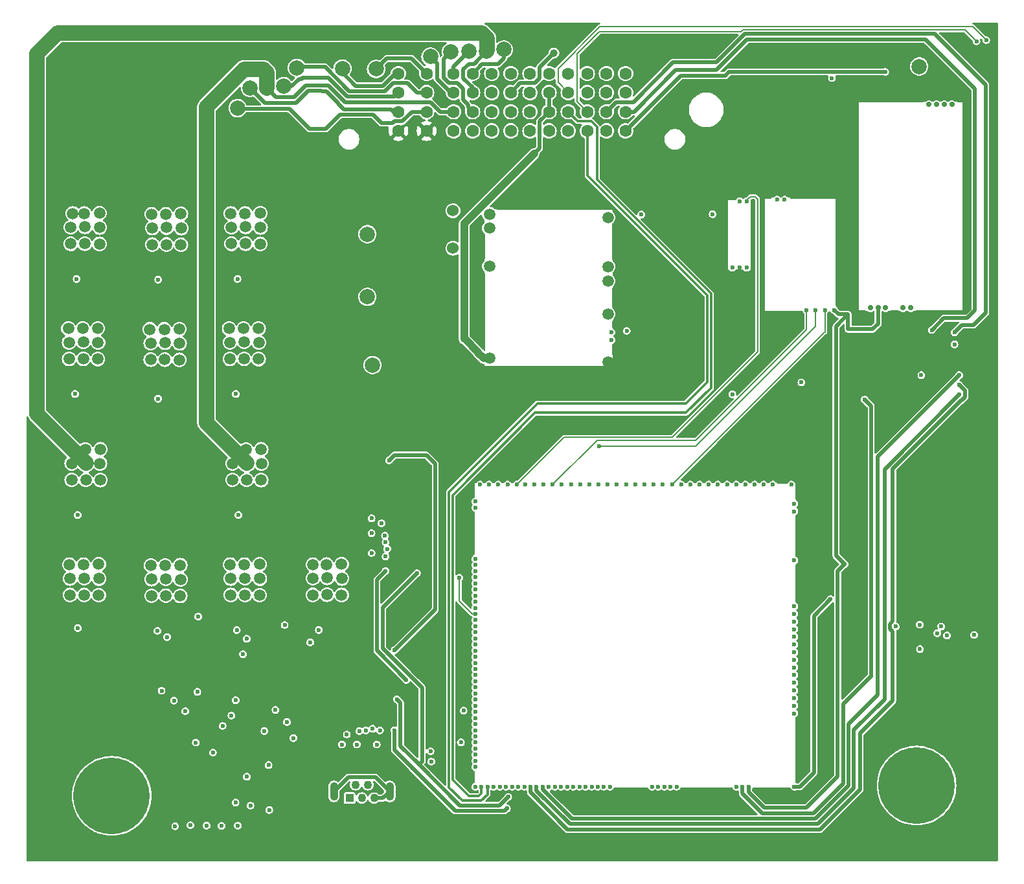
<source format=gbr>
%TF.GenerationSoftware,KiCad,Pcbnew,8.0.8*%
%TF.CreationDate,2026-02-06T22:07:44-05:00*%
%TF.ProjectId,greenecu48,67726565-6e65-4637-9534-382e6b696361,rev?*%
%TF.SameCoordinates,Original*%
%TF.FileFunction,Copper,L3,Inr*%
%TF.FilePolarity,Positive*%
%FSLAX46Y46*%
G04 Gerber Fmt 4.6, Leading zero omitted, Abs format (unit mm)*
G04 Created by KiCad (PCBNEW 8.0.8) date 2026-02-06 22:07:44*
%MOMM*%
%LPD*%
G01*
G04 APERTURE LIST*
%TA.AperFunction,ComponentPad*%
%ADD10C,0.600000*%
%TD*%
%TA.AperFunction,Conductor*%
%ADD11R,6.185000X0.250000*%
%TD*%
%TA.AperFunction,Conductor*%
%ADD12R,1.115000X0.250000*%
%TD*%
%TA.AperFunction,Conductor*%
%ADD13R,0.250000X14.275000*%
%TD*%
%TA.AperFunction,Conductor*%
%ADD14R,0.250000X15.100000*%
%TD*%
%TA.AperFunction,Conductor*%
%ADD15R,5.175000X0.250000*%
%TD*%
%TA.AperFunction,ComponentPad*%
%ADD16R,1.100000X1.100000*%
%TD*%
%TA.AperFunction,ComponentPad*%
%ADD17C,1.100000*%
%TD*%
%TA.AperFunction,ComponentPad*%
%ADD18O,1.100000X2.400000*%
%TD*%
%TA.AperFunction,Conductor*%
%ADD19O,1.225000X0.200000*%
%TD*%
%TA.AperFunction,Conductor*%
%ADD20O,0.200000X9.300000*%
%TD*%
%TA.AperFunction,ComponentPad*%
%ADD21C,1.600000*%
%TD*%
%TA.AperFunction,ComponentPad*%
%ADD22C,0.599999*%
%TD*%
%TA.AperFunction,Conductor*%
%ADD23R,0.200000X2.300000*%
%TD*%
%TA.AperFunction,Conductor*%
%ADD24R,0.200000X5.400000*%
%TD*%
%TA.AperFunction,Conductor*%
%ADD25R,0.200000X8.600000*%
%TD*%
%TA.AperFunction,Conductor*%
%ADD26R,0.200000X5.000000*%
%TD*%
%TA.AperFunction,Conductor*%
%ADD27R,1.400000X0.200000*%
%TD*%
%TA.AperFunction,Conductor*%
%ADD28R,5.000000X0.200000*%
%TD*%
%TA.AperFunction,Conductor*%
%ADD29R,6.800000X0.200000*%
%TD*%
%TA.AperFunction,Conductor*%
%ADD30R,4.500000X0.200000*%
%TD*%
%TA.AperFunction,Conductor*%
%ADD31R,0.200000X1.600000*%
%TD*%
%TA.AperFunction,Conductor*%
%ADD32R,0.200000X5.700000*%
%TD*%
%TA.AperFunction,Conductor*%
%ADD33R,0.200000X2.000000*%
%TD*%
%TA.AperFunction,ComponentPad*%
%ADD34C,0.700000*%
%TD*%
%TA.AperFunction,Conductor*%
%ADD35R,1.100000X0.250000*%
%TD*%
%TA.AperFunction,Conductor*%
%ADD36R,0.980000X0.250000*%
%TD*%
%TA.AperFunction,Conductor*%
%ADD37R,6.300000X0.250000*%
%TD*%
%TA.AperFunction,Conductor*%
%ADD38R,0.250000X27.600000*%
%TD*%
%TA.AperFunction,Conductor*%
%ADD39R,8.750000X0.250000*%
%TD*%
%TA.AperFunction,Conductor*%
%ADD40R,0.950000X0.250000*%
%TD*%
%TA.AperFunction,ComponentPad*%
%ADD41C,1.500000*%
%TD*%
%TA.AperFunction,Conductor*%
%ADD42O,0.200000X3.300000*%
%TD*%
%TA.AperFunction,Conductor*%
%ADD43O,0.200000X10.200000*%
%TD*%
%TA.AperFunction,Conductor*%
%ADD44O,0.200000X0.300000*%
%TD*%
%TA.AperFunction,Conductor*%
%ADD45O,17.000000X0.200000*%
%TD*%
%TA.AperFunction,Conductor*%
%ADD46O,15.400000X0.200000*%
%TD*%
%TA.AperFunction,Conductor*%
%ADD47O,0.200000X4.800000*%
%TD*%
%TA.AperFunction,Conductor*%
%ADD48O,0.200000X2.600000*%
%TD*%
%TA.AperFunction,Conductor*%
%ADD49O,0.200000X1.000000*%
%TD*%
%TA.AperFunction,Conductor*%
%ADD50O,0.200000X1.500000*%
%TD*%
%TA.AperFunction,ComponentPad*%
%ADD51C,1.524000*%
%TD*%
%TA.AperFunction,ViaPad*%
%ADD52C,10.000000*%
%TD*%
%TA.AperFunction,ViaPad*%
%ADD53C,0.600000*%
%TD*%
%TA.AperFunction,ViaPad*%
%ADD54C,1.500000*%
%TD*%
%TA.AperFunction,ViaPad*%
%ADD55C,2.000000*%
%TD*%
%TA.AperFunction,ViaPad*%
%ADD56C,1.000000*%
%TD*%
%TA.AperFunction,Conductor*%
%ADD57C,0.500000*%
%TD*%
%TA.AperFunction,Conductor*%
%ADD58C,2.000000*%
%TD*%
%TA.AperFunction,Conductor*%
%ADD59C,0.200000*%
%TD*%
%TA.AperFunction,Conductor*%
%ADD60C,0.300000*%
%TD*%
%TA.AperFunction,Conductor*%
%ADD61C,1.000000*%
%TD*%
G04 APERTURE END LIST*
D10*
%TO.N,unconnected-(M4-IGN8-PadV1)*%
%TO.C,M4*%
X127814005Y-116103998D03*
%TO.N,unconnected-(M4-IGN7-PadV2)*%
X127388997Y-117939008D03*
%TO.N,/INJ6*%
X126839000Y-115889000D03*
%TO.N,/INJ5*%
X125964041Y-116103995D03*
%TO.N,/INJ4*%
X125114018Y-116179002D03*
%TO.N,/INJ3*%
X124789002Y-117939008D03*
%TO.N,/INJ2*%
X123489035Y-116629008D03*
%TO.N,/INJ1*%
X122839018Y-117939008D03*
%TO.N,+5VA*%
X130014021Y-112013993D03*
%TO.N,+3V3*%
X129714019Y-116088999D03*
%TD*%
%TO.N,/THRESHOLD_VR*%
%TO.C,M2*%
X184780784Y-61130242D03*
%TO.N,/VR_ANALOG*%
X183580784Y-61130242D03*
%TO.N,/IN_CRANK*%
X185980784Y-61130242D03*
%TO.N,+5V*%
X187180784Y-61130242D03*
D11*
%TO.N,GND*%
X184513284Y-46480242D03*
D12*
X178463284Y-46480242D03*
D13*
X187480784Y-53492742D03*
D14*
X178030784Y-53905242D03*
D15*
X180493284Y-61330242D03*
D10*
%TO.N,/IN_CRANK-*%
X180720784Y-46705242D03*
%TO.N,/IN_CRANK+*%
X179720784Y-46705242D03*
%TD*%
D16*
%TO.N,/VBUS*%
%TO.C,J4*%
X123848000Y-124952000D03*
D17*
%TO.N,/USBM*%
X124648000Y-123202000D03*
%TO.N,/USBP*%
X125448000Y-124952000D03*
%TO.N,unconnected-(J4-ID-Pad4)*%
X126248000Y-123202000D03*
%TO.N,Net-(J4-GND)*%
X127048000Y-124952000D03*
D18*
X121798000Y-124077000D03*
X129098000Y-124077000D03*
%TD*%
D10*
%TO.N,+5VA*%
%TO.C,M3*%
X175770000Y-55621000D03*
D19*
%TO.N,GND*%
X173795000Y-46721000D03*
D20*
X176370000Y-51271000D03*
X173270000Y-51271000D03*
D10*
X174820000Y-55621000D03*
%TO.N,/IN_KNOCK1*%
X173870002Y-55621000D03*
%TO.N,/IN_KNOCK1_RAW*%
X174870000Y-46921000D03*
%TO.N,/VREF2*%
X175770000Y-46921000D03*
%TD*%
D21*
%TO.N,/OUT_IGN1*%
%TO.C,U1*%
X130227601Y-30224599D03*
%TO.N,/OUT_IGN3*%
X130227601Y-32724599D03*
%TO.N,/OUT_IGN5*%
X130227601Y-35224599D03*
%TO.N,GND*%
X130227601Y-37724599D03*
%TO.N,/OUT_IGN2*%
X133927601Y-30224599D03*
%TO.N,/OUT_IGN4*%
X133927601Y-32724599D03*
%TO.N,/OUT_IGN6*%
X133927601Y-35224599D03*
%TO.N,GND*%
X133927601Y-37724599D03*
%TO.N,/OUT_INJ1*%
X137427601Y-30224599D03*
%TO.N,/OUT_INJ3*%
X137427601Y-32724599D03*
%TO.N,/OUT_INJ5*%
X137427601Y-35224599D03*
%TO.N,+12V*%
X137427601Y-37724599D03*
%TO.N,/OUT_INJ2*%
X139927601Y-30224599D03*
%TO.N,/OUT_INJ4*%
X139927601Y-32724599D03*
%TO.N,/OUT_INJ6*%
X139927601Y-35224599D03*
%TO.N,+12V*%
X139927601Y-37724599D03*
%TO.N,/LSU_SENSOR_U*%
X142427601Y-30224599D03*
%TO.N,/LSU_PUMP_I*%
X142427601Y-32724599D03*
%TO.N,/IN_MAP2*%
X142427601Y-35224599D03*
%TO.N,/IN_CAM1*%
X142427601Y-37724599D03*
%TO.N,/LSU_CALIBR_RES*%
X144927601Y-30224599D03*
%TO.N,/LSU_HEAT-*%
X144927601Y-32724599D03*
%TO.N,/IN_IAT*%
X144927601Y-35224599D03*
%TO.N,/IN_CLT*%
X144927601Y-37724599D03*
%TO.N,/LSU_SENSOR_U{slash}PUMP_I*%
X147427601Y-30224599D03*
%TO.N,/IN_CRANK+*%
X147427601Y-32724599D03*
%TO.N,/IN_TPS1*%
X147427601Y-35224599D03*
%TO.N,/IN_PPS1*%
X147427601Y-37724599D03*
%TO.N,/IN_CRANK-*%
X149927601Y-30224599D03*
%TO.N,+5VP*%
X149927601Y-32724599D03*
X149927601Y-35224599D03*
%TO.N,/OUT_TACH*%
X149927601Y-37724599D03*
%TO.N,/IN_KNOCK1_RAW*%
X152427601Y-30224599D03*
%TO.N,/CAN_L*%
X152427601Y-32724599D03*
%TO.N,/USBM*%
X152427601Y-35224599D03*
%TO.N,/OUT_BUZER*%
X152427601Y-37724599D03*
%TO.N,/GNDA*%
X154927601Y-30224599D03*
X154927601Y-32724599D03*
%TO.N,/CAN_H*%
X154927601Y-35224599D03*
%TO.N,/USBP*%
X154927601Y-37724599D03*
%TO.N,/GNDA*%
X157427601Y-30224599D03*
X157427601Y-32724599D03*
%TO.N,/EGT-*%
X157427601Y-35224599D03*
%TO.N,/OUT_WASTEGATE*%
X157427601Y-37724599D03*
%TO.N,/GNDA*%
X159927601Y-30224599D03*
X159927601Y-32724599D03*
%TO.N,/EGT+*%
X159927601Y-35224599D03*
%TO.N,/OUT_FUEL_PUMP_RELAY*%
X159927601Y-37724599D03*
%TD*%
D22*
%TO.N,unconnected-(M7-IGN8-PadV1)*%
%TO.C,M7*%
X128550000Y-93347985D03*
%TO.N,unconnected-(M7-IGN7-PadV2)*%
X126714990Y-92922977D03*
%TO.N,unconnected-(M7-IGN6-PadV3)*%
X128764998Y-92372980D03*
%TO.N,unconnected-(M7-IGN5-PadV4)*%
X128550003Y-91498021D03*
%TO.N,/FUEL_PUMP_RELAY*%
X128474996Y-90647998D03*
%TO.N,/TACH*%
X126714990Y-90322982D03*
%TO.N,/+ETB*%
X128024990Y-89023015D03*
%TO.N,/WASTEGATE*%
X126714990Y-88372998D03*
%TO.N,+5VA*%
X132640005Y-95548001D03*
%TO.N,+3V3*%
X128564999Y-95247999D03*
%TD*%
D10*
%TO.N,Net-(M6-CAN_TX)*%
%TO.C,M9*%
X140295000Y-120874998D03*
%TO.N,unconnected-(M9-SPI2_MISO-PadE2)*%
X140295000Y-120074997D03*
%TO.N,unconnected-(M9-SPI2_MOSI-PadE3)*%
X140295000Y-119274999D03*
%TO.N,Net-(M6-CAN_RX)*%
X140295000Y-118474998D03*
%TO.N,/MAIN_RELAY*%
X140295000Y-117674997D03*
%TO.N,/OUT1*%
X140295003Y-116874999D03*
%TO.N,/FUEL_PUMP_RELAY*%
X140295003Y-116074998D03*
%TO.N,/OUT2*%
X140295000Y-115274994D03*
%TO.N,/VVT1_1*%
X140295000Y-114474998D03*
%TO.N,unconnected-(M9-OUT_IO9-PadE11)*%
X140295000Y-113674998D03*
%TO.N,/WASTEGATE*%
X140295000Y-112874997D03*
%TO.N,/ETB_EN*%
X140295003Y-112074998D03*
%TO.N,/VVT2_B1*%
X140295003Y-111274997D03*
%TO.N,/VVT2_B2*%
X140295003Y-110474996D03*
%TO.N,/-ETB*%
X140295000Y-109674998D03*
%TO.N,/+ETB*%
X140295000Y-108874997D03*
%TO.N,/INJ2*%
X140295000Y-108074999D03*
%TO.N,/INJ1*%
X140295003Y-107274998D03*
%TO.N,unconnected-(M9-OUT_IO13-PadE20)*%
X140295003Y-106474997D03*
%TO.N,/IDLE*%
X140295000Y-105674998D03*
%TO.N,/CHECK_ENGINE*%
X140295000Y-104874997D03*
%TO.N,/VVT1_2*%
X140295000Y-104074996D03*
%TO.N,unconnected-(M9-OUT_IO11-PadE24)*%
X140295000Y-103274998D03*
%TO.N,/FUEL_CONSUM*%
X140295000Y-102474997D03*
%TO.N,/THRESHOLD_VR*%
X140295000Y-101674999D03*
%TO.N,/TACH*%
X140295000Y-100874998D03*
%TO.N,/OUT3*%
X140295000Y-100074997D03*
%TO.N,/INJ3*%
X140295000Y-99274998D03*
%TO.N,/INJ4*%
X140295000Y-98474997D03*
%TO.N,/INJ5*%
X140295003Y-97674999D03*
%TO.N,/INJ6*%
X140295000Y-96874996D03*
%TO.N,unconnected-(M9-OUT_INJ7-PadE33)*%
X140295000Y-96074997D03*
%TO.N,unconnected-(M9-OUT_INJ8-PadE34)*%
X140295000Y-95274999D03*
%TO.N,unconnected-(M9-IO6-PadE35)*%
X140295000Y-94474998D03*
%TO.N,unconnected-(M9-IO7-PadE36)*%
X140295000Y-93674997D03*
%TO.N,unconnected-(M9-V5A_SWITCHABLE-PadE38)*%
X140295003Y-86975003D03*
%TO.N,unconnected-(M9-GNDA-PadE39)*%
X140295000Y-86175002D03*
D23*
%TO.N,GND*%
X182195005Y-84825002D03*
D24*
X182195003Y-90675005D03*
D25*
X182195002Y-118675002D03*
D26*
X182195002Y-96875002D03*
D27*
X180394996Y-83774999D03*
D28*
X178995001Y-123675000D03*
D29*
X170494998Y-123675000D03*
D30*
X160644995Y-123675000D03*
D31*
X140095000Y-122175001D03*
D32*
X140095000Y-90324998D03*
D33*
X140095000Y-84675005D03*
D10*
%TO.N,unconnected-(M9-USBID-PadN1)*%
X140295000Y-123475001D03*
%TO.N,/USBM*%
X141094998Y-123475003D03*
%TO.N,/USBP*%
X141894999Y-123475003D03*
%TO.N,/VBUS*%
X142694998Y-123475001D03*
%TO.N,unconnected-(M9-BOOT0-PadN5)*%
X143494999Y-123475001D03*
%TO.N,unconnected-(M9-SWO-PadN6)*%
X144295000Y-123475001D03*
%TO.N,unconnected-(M9-SWDIO-PadN7)*%
X145094998Y-123475001D03*
%TO.N,unconnected-(M9-SWCLK-PadN8)*%
X145894999Y-123475003D03*
%TO.N,unconnected-(M9-nReset-PadN9)*%
X146694997Y-123475001D03*
%TO.N,/SPI3_CS*%
X147494998Y-123475001D03*
%TO.N,/SPI3_SCK*%
X148294999Y-123475001D03*
%TO.N,/SPI3_MISO*%
X149095000Y-123475001D03*
%TO.N,/SPI3_MOSI*%
X149894999Y-123475001D03*
%TO.N,unconnected-(M9-I2C_SCL-PadN14)*%
X150695000Y-123475001D03*
%TO.N,unconnected-(M9-I2C_SDA-PadN15)*%
X151495001Y-123475003D03*
%TO.N,unconnected-(M9-IO1-PadN16)*%
X152295001Y-123475003D03*
%TO.N,/TX2*%
X153095000Y-123475001D03*
%TO.N,/RX2*%
X153895001Y-123475001D03*
%TO.N,unconnected-(M9-IO2-PadN19)*%
X154694999Y-123475001D03*
%TO.N,unconnected-(M9-IO4-PadN20)*%
X155495000Y-123475001D03*
%TO.N,unconnected-(M9-IO3-PadN21)*%
X156294999Y-123475003D03*
%TO.N,unconnected-(M9-V33-PadN22)*%
X157095000Y-123475001D03*
%TO.N,unconnected-(M9-IO5-PadN23)*%
X157895000Y-123475001D03*
%TO.N,/RX1*%
X163395000Y-123475001D03*
%TO.N,/TX1*%
X164195001Y-123475001D03*
%TO.N,/VIGN*%
X164994999Y-123475001D03*
%TO.N,/VBAT*%
X165794997Y-123475001D03*
%TO.N,unconnected-(M9-V33_SWITCHABLE-PadN28)*%
X166594996Y-123475001D03*
%TO.N,unconnected-(M9-OUT_PWR_EN-PadN29)*%
X174395000Y-123475001D03*
%TO.N,+5VA*%
X175194999Y-123475001D03*
%TO.N,+5V*%
X175994997Y-123475001D03*
%TO.N,+3V3*%
X181995001Y-123475001D03*
%TO.N,/IN_D4*%
X140895001Y-83974996D03*
%TO.N,/IN_D3*%
X142095002Y-83974998D03*
%TO.N,/IN_D2*%
X143294999Y-83974998D03*
%TO.N,/IN_D1*%
X144494999Y-83974996D03*
%TO.N,/VREF2*%
X145694999Y-83974998D03*
%TO.N,unconnected-(M9-IN_SENS4-PadS6)*%
X146794987Y-83974998D03*
%TO.N,unconnected-(M9-IN_SENS3-PadS7)*%
X147994987Y-83974998D03*
%TO.N,unconnected-(M9-IN_SENS2-PadS8)*%
X149194985Y-83974996D03*
%TO.N,/VR_ANALOG*%
X150394985Y-83974998D03*
%TO.N,/IN_CAM2*%
X151594988Y-83974998D03*
%TO.N,/IN_A3*%
X152794990Y-83974996D03*
%TO.N,/IN_PPS2*%
X153994988Y-83974998D03*
%TO.N,/IN_TPS2*%
X155194986Y-83974998D03*
%TO.N,/IN_RES2*%
X156394993Y-83974998D03*
%TO.N,/IN_A1*%
X157594993Y-83974998D03*
%TO.N,/IN_AFR*%
X158794991Y-83974998D03*
%TO.N,/IN_RES1*%
X159994991Y-83974998D03*
%TO.N,/IN_A4*%
X161194996Y-83974998D03*
%TO.N,/IN_A2*%
X162394997Y-83974998D03*
%TO.N,/IN_MAP2*%
X163594994Y-83974996D03*
%TO.N,/IN_MAF*%
X164794994Y-83974998D03*
%TO.N,/IN_CRANK*%
X165994997Y-83974996D03*
%TO.N,/IN_KNOCK1*%
X167194997Y-83974998D03*
%TO.N,/IN_CAM1*%
X168394992Y-83974998D03*
%TO.N,/IN_VSS*%
X169594995Y-83974996D03*
%TO.N,/IN_IAT*%
X170795000Y-83974998D03*
%TO.N,unconnected-(M9-IN_AT1-PadS27)*%
X171995000Y-83974996D03*
%TO.N,/IN_CLT*%
X173194998Y-83974998D03*
%TO.N,unconnected-(M9-IN_AT2-PadS29)*%
X174394998Y-83974998D03*
%TO.N,/IN_TPS1*%
X175595003Y-83974998D03*
%TO.N,/IN_PPS1*%
X176795003Y-83974998D03*
%TO.N,unconnected-(M9-IN_TPS2-PadS32)*%
X177995001Y-83974998D03*
%TO.N,unconnected-(M9-IN_PPS2-PadS33)*%
X179195001Y-83974998D03*
%TO.N,unconnected-(M9-VREF1-PadS35)*%
X181595001Y-83974998D03*
%TO.N,/GNDA*%
X181995003Y-86475001D03*
%TO.N,unconnected-(M9-V5A_SWITCHABLE-PadW2)*%
X181995003Y-87475002D03*
%TO.N,unconnected-(M9-V33_REF-PadW3)*%
X181995001Y-93875004D03*
%TO.N,unconnected-(M9-BOOT1-PadW3a)*%
X181995002Y-99875002D03*
%TO.N,unconnected-(M9-IGN8-PadW4)*%
X181995001Y-100875000D03*
%TO.N,unconnected-(M9-IGN7-PadW5)*%
X181995001Y-101875001D03*
%TO.N,/IGN6*%
X181995001Y-102874999D03*
%TO.N,/IGN5*%
X181995001Y-103874999D03*
%TO.N,/IGN4*%
X181995001Y-104875000D03*
%TO.N,/IGN3*%
X181995001Y-105874998D03*
%TO.N,/IGN2*%
X181995001Y-106874998D03*
%TO.N,/IGN1*%
X181995001Y-107874996D03*
%TO.N,unconnected-(M9-LED_RED-PadW11a)*%
X181995002Y-108875002D03*
%TO.N,unconnected-(M9-LED_GREEN-PadW11b)*%
X181995002Y-109875002D03*
%TO.N,unconnected-(M9-LED_BLUE-PadW11c)*%
X181995002Y-110875002D03*
%TO.N,unconnected-(M9-LED_YELLOW-PadW11d)*%
X181995002Y-111875002D03*
%TO.N,/CAN+*%
X181995002Y-112875002D03*
%TO.N,/CAN-*%
X181995002Y-113875002D03*
%TD*%
D34*
%TO.N,/LSU_SENSOR_U*%
%TO.C,M5*%
X202581000Y-34267000D03*
%TO.N,/LSU_SENSOR_U{slash}PUMP_I*%
X199581000Y-34267000D03*
%TO.N,/LSU_PUMP_I*%
X200581000Y-34267000D03*
%TO.N,/LSU_CALIBR_RES*%
X201581000Y-34267000D03*
D35*
%TO.N,GND*%
X190731000Y-61242000D03*
X190731000Y-61242000D03*
D36*
X195071000Y-61242000D03*
D37*
X201031000Y-61242000D03*
D38*
X190306000Y-47567000D03*
X204056000Y-47567000D03*
D39*
X194556000Y-33892000D03*
D40*
X203706000Y-33892000D03*
D34*
%TO.N,+5V*%
X192931000Y-60858200D03*
%TO.N,unconnected-(M5-CAN_VIO-PadW2)*%
X193931000Y-60858200D03*
%TO.N,/CAN-*%
X197227000Y-60858200D03*
%TO.N,/CAN+*%
X196211000Y-60858200D03*
%TO.N,unconnected-(M5-VDDA-PadW9)*%
X191931000Y-60858200D03*
%TD*%
D41*
%TO.N,unconnected-(M1-VBAT-PadE1)*%
%TO.C,M1*%
X157620250Y-49057402D03*
%TO.N,+12V*%
X157620250Y-55457399D03*
%TO.N,/VIGN*%
X157620250Y-57357402D03*
%TO.N,+5V*%
X157620250Y-61657402D03*
D10*
%TO.N,+12V_PROT*%
X158070249Y-64057399D03*
%TO.N,unconnected-(M1-PG_5VP-PadE6)*%
X158070249Y-65057400D03*
D42*
%TO.N,GND*%
X141470254Y-52907402D03*
D43*
X141470254Y-61407400D03*
D44*
X141470254Y-68507402D03*
D45*
X149870252Y-68557402D03*
D46*
X150670253Y-47957402D03*
D41*
X157620250Y-67907402D03*
D44*
X158270251Y-48007402D03*
D47*
X158270251Y-52207400D03*
D48*
X158270251Y-59557402D03*
D49*
X158270251Y-63057399D03*
D50*
X158270251Y-66357400D03*
D41*
%TO.N,+12V_RAW*%
X142120253Y-48607400D03*
X142120253Y-50457399D03*
X142120253Y-55407402D03*
%TO.N,+5VP*%
X142120253Y-67457400D03*
%TD*%
D51*
%TO.N,+12V*%
%TO.C,F10*%
X137361000Y-48159010D03*
%TO.N,+12V_RAW*%
X137361000Y-53059010D03*
%TD*%
D22*
%TO.N,+5VA*%
%TO.C,M6*%
X200665662Y-103398499D03*
%TO.N,+3V3*%
X201190662Y-102523497D03*
%TO.N,Net-(M6-CAN_TX)*%
X201940660Y-103698501D03*
%TO.N,Net-(M6-CAN_RX)*%
X205490661Y-103623498D03*
%TD*%
D52*
%TO.N,*%
X197973923Y-123308121D03*
X92754932Y-124661640D03*
D53*
%TO.N,/MAIN_RELAY*%
X138741000Y-113515000D03*
X138413000Y-117674997D03*
D54*
%TO.N,/OUT_IGN6*%
X122850000Y-96240000D03*
X120920000Y-96160000D03*
X119060000Y-96220000D03*
X119059998Y-94430002D03*
D55*
X109210000Y-34740000D03*
D54*
X119060000Y-98380000D03*
X120830000Y-94410000D03*
X122810000Y-94380000D03*
X122810000Y-98400000D03*
X120910000Y-98370000D03*
D53*
%TO.N,/OUT_FUEL_PUMP_RELAY*%
X193870000Y-30013000D03*
D56*
%TO.N,GND*%
X120543000Y-70622000D03*
D55*
X119376000Y-42955000D03*
X87666000Y-59883000D03*
X186867000Y-40086000D03*
D53*
X182966000Y-118642000D03*
D56*
X119876000Y-53501000D03*
D55*
X181039000Y-32512000D03*
X201063000Y-81189000D03*
X84493000Y-122538000D03*
X110678000Y-75600000D03*
D53*
X139456000Y-122180000D03*
D55*
X87342000Y-75298000D03*
D53*
X179056000Y-124554000D03*
D55*
X99353000Y-89229000D03*
X203254000Y-111571000D03*
D53*
X198588000Y-68391000D03*
X194465000Y-69109000D03*
X205223000Y-64242000D03*
X204643000Y-50003000D03*
D55*
X102188000Y-43949000D03*
X179932000Y-77875000D03*
D53*
X160577000Y-124283000D03*
D55*
X123359000Y-107693000D03*
D56*
X119876000Y-61696000D03*
D53*
X197535000Y-63673999D03*
X200411000Y-62152000D03*
X140628000Y-53003000D03*
D55*
X115234000Y-105314000D03*
X110711000Y-60221000D03*
D53*
X159378000Y-51878000D03*
D55*
X99382000Y-77140000D03*
X160596000Y-70879000D03*
X98971000Y-60478000D03*
X85946000Y-43235000D03*
D53*
X147513000Y-72304452D03*
X181714000Y-45863000D03*
D55*
X83996000Y-106186000D03*
D53*
%TO.N,+5V*%
X188554979Y-94376000D03*
%TO.N,/IN_KNOCK1*%
X173870002Y-72145000D03*
D54*
%TO.N,/OUT_IGN1*%
X101598279Y-63637000D03*
X101598279Y-67657000D03*
D55*
X122917069Y-29587364D03*
D54*
X97848279Y-65477000D03*
X99698279Y-67627000D03*
X101638279Y-65497000D03*
X99618283Y-63667004D03*
X99708279Y-65417000D03*
X97848279Y-67637000D03*
X97748279Y-63667000D03*
%TO.N,/OUT_IGN4*%
X108230000Y-94430000D03*
X112080000Y-94400000D03*
X110100000Y-94430000D03*
X108330000Y-98400000D03*
X110180000Y-98390000D03*
X108330000Y-96240000D03*
X110190000Y-96180000D03*
X112080000Y-98420000D03*
D55*
X116968845Y-29480000D03*
D54*
X112120000Y-96260000D03*
%TO.N,/OUT_INJ3*%
X101810000Y-48590000D03*
X101850000Y-50450000D03*
X99830000Y-48620000D03*
X98060000Y-50430000D03*
D55*
X134430000Y-28020000D03*
D54*
X98060000Y-52590000D03*
X97960000Y-48620000D03*
X99910000Y-52580000D03*
X101810000Y-52610000D03*
X99920000Y-50370000D03*
%TO.N,/OUT_INJ1*%
X87310000Y-96240000D03*
X89170000Y-96180000D03*
D55*
X139461258Y-27273253D03*
D54*
X87210000Y-94430000D03*
X89080000Y-94430000D03*
X91060000Y-98420000D03*
X91060000Y-94400000D03*
X87310000Y-98400000D03*
X89160000Y-98390000D03*
X91100000Y-96260000D03*
%TO.N,/OUT_INJ5*%
X110391721Y-83343000D03*
X110311721Y-79383000D03*
X108441721Y-79383000D03*
X108541721Y-83353000D03*
X108541721Y-81193000D03*
X112291721Y-83373000D03*
X112331721Y-81213000D03*
X110401721Y-81133000D03*
D55*
X113029901Y-32130928D03*
D54*
X112291721Y-79353000D03*
D53*
%TO.N,unconnected-(M4-OUT_IGN7-PadS2)*%
X116507000Y-117101000D03*
D54*
%TO.N,/OUT_INJ6*%
X90938279Y-63537000D03*
X90938279Y-67557000D03*
X89038279Y-67527000D03*
X87188279Y-65377000D03*
X89048279Y-65317000D03*
X87188279Y-67537000D03*
X90978279Y-65397000D03*
X88958279Y-63567000D03*
X87088279Y-63567000D03*
D55*
X137099504Y-27380000D03*
D54*
%TO.N,/OUT_INJ4*%
X87421721Y-79383000D03*
X89291721Y-79383000D03*
X87521721Y-83353000D03*
D55*
X141762340Y-27340000D03*
D54*
X91271721Y-79353000D03*
X91271721Y-83373000D03*
X91221721Y-81213000D03*
X87521721Y-81193000D03*
X89381721Y-81133000D03*
X89371721Y-83343000D03*
D53*
%TO.N,Net-(Q901-G)*%
X88336047Y-102728675D03*
%TO.N,Net-(Q902-G)*%
X88171721Y-57073000D03*
%TO.N,Net-(Q903-G)*%
X98831721Y-57173000D03*
%TO.N,Net-(Q904-G)*%
X88293442Y-87936000D03*
%TO.N,Net-(Q906-G)*%
X87960000Y-72120000D03*
%TO.N,unconnected-(M9-IGN8-PadW4)*%
X99278000Y-110915000D03*
X101052000Y-128631000D03*
%TO.N,Net-(Q911-G)*%
X98824000Y-72734000D03*
%TO.N,Net-(Q914-G)*%
X109101721Y-102983000D03*
%TO.N,Net-(Q916-G)*%
X119831721Y-102963000D03*
%TO.N,Net-(Q905-G)*%
X109313442Y-87936000D03*
%TO.N,unconnected-(M9-IGN7-PadW5)*%
X103045000Y-128482000D03*
X100885000Y-112214000D03*
%TO.N,Net-(M4-OUT_IGN6)*%
X112716000Y-116178974D03*
%TO.N,Net-(M4-OUT_IGN4)*%
X108406000Y-114164075D03*
%TO.N,Net-(M4-OUT_IGN2)*%
X108955682Y-112147310D03*
%TO.N,Net-(M4-OUT_IGN5)*%
X115676000Y-115003987D03*
%TO.N,Net-(M4-OUT_IGN1)*%
X103944000Y-111063995D03*
%TO.N,Net-(M4-OUT_IGN3)*%
X114168000Y-113414003D03*
%TO.N,/IGN6*%
X105153000Y-128552000D03*
X102377000Y-113582000D03*
X118704000Y-104594000D03*
%TO.N,/IGN5*%
X109905499Y-106134499D03*
X103758000Y-117686000D03*
X107108000Y-128585000D03*
%TO.N,+5VA*%
X198416000Y-105477000D03*
X191192000Y-72853000D03*
X192002500Y-109020500D03*
X144576000Y-124788000D03*
%TO.N,/THRESHOLD_VR*%
X156463155Y-78959606D03*
%TO.N,/TACH*%
X138187000Y-96156000D03*
%TO.N,/SPI3_CS*%
X203538000Y-70931000D03*
%TO.N,Net-(U2-T-)*%
X202929000Y-65632500D03*
X198588000Y-69661000D03*
%TO.N,/SPI3_SCK*%
X203538000Y-72201000D03*
%TO.N,/IGN1*%
X113263000Y-120631000D03*
X104077000Y-101215000D03*
X113340000Y-126502000D03*
%TO.N,/IGN3*%
X107244000Y-115521000D03*
X115364000Y-102320000D03*
X108937230Y-125531000D03*
%TO.N,/SPI3_MISO*%
X203538000Y-69661000D03*
%TO.N,+3V3*%
X131242000Y-109482000D03*
X198384000Y-102278000D03*
X144424000Y-126310000D03*
X186725000Y-98958000D03*
X132060500Y-121018500D03*
%TO.N,/VIGN*%
X160073000Y-63873000D03*
X195232000Y-102509000D03*
X182908000Y-70605000D03*
%TO.N,/IGN2*%
X99994000Y-103892000D03*
X110413000Y-122154000D03*
X110886276Y-125938000D03*
%TO.N,/IGN4*%
X109241000Y-128561000D03*
X110392500Y-104127500D03*
X105986000Y-118998000D03*
%TO.N,/EGT+*%
X199950000Y-63755500D03*
%TO.N,/EGT-*%
X202929000Y-64057500D03*
%TO.N,+12V*%
X171305000Y-48617000D03*
X161995000Y-48652000D03*
%TO.N,Net-(Q912-G)*%
X98741721Y-103083000D03*
%TO.N,Net-(Q913-G)*%
X109191721Y-57073000D03*
%TO.N,Net-(Q915-G)*%
X108980000Y-72120000D03*
%TO.N,Net-(M6-CAN_TX)*%
X134530000Y-120176000D03*
%TO.N,Net-(M6-CAN_RX)*%
X134432000Y-118830000D03*
%TO.N,/CAN_L*%
X207061000Y-25862000D03*
D56*
%TO.N,/LSU_HEAT-*%
X150556000Y-27544000D03*
D55*
X198309805Y-29306195D03*
%TO.N,/OUT_INJ2*%
X144009009Y-27081136D03*
D54*
X87400000Y-52490000D03*
X87400000Y-50330000D03*
X91150000Y-48490000D03*
X87658428Y-48520000D03*
X91150000Y-52510000D03*
X89170000Y-48520000D03*
X89250000Y-52480000D03*
X89260000Y-50270000D03*
X91190000Y-50350000D03*
%TO.N,/OUT_IGN2*%
X99740000Y-94530000D03*
X99820000Y-98490000D03*
X99830000Y-96280000D03*
X101720000Y-94500000D03*
X101760000Y-96360000D03*
X101720000Y-98520000D03*
X97970000Y-98500000D03*
D55*
X127319493Y-29619897D03*
D54*
X97870000Y-94530000D03*
X97970000Y-96340000D03*
%TO.N,/OUT_IGN3*%
X110280000Y-50270000D03*
X108320000Y-48520000D03*
D55*
X115229901Y-31884179D03*
D54*
X108420000Y-50330000D03*
X110270000Y-52480000D03*
X110190000Y-48520000D03*
X112210000Y-50350000D03*
X108420000Y-52490000D03*
X112170000Y-48490000D03*
X112170000Y-52510000D03*
%TO.N,/OUT_IGN5*%
X109978279Y-63567000D03*
X111958279Y-67557000D03*
X111958279Y-63537000D03*
X111998279Y-65397000D03*
D55*
X110830000Y-32110000D03*
D54*
X108208279Y-65377000D03*
X108208279Y-67537000D03*
X110058279Y-67527000D03*
X110068279Y-65317000D03*
X108108279Y-63567000D03*
D53*
%TO.N,/CAN_H*%
X205793000Y-26003000D03*
D55*
%TO.N,/OUT_WASTEGATE*%
X126843000Y-68342000D03*
%TO.N,/OUT_TACH*%
X126176000Y-51221000D03*
D53*
%TO.N,Net-(M7-OUT_IGN4)*%
X129743500Y-105616500D03*
X186905000Y-30816000D03*
X129005000Y-80807000D03*
D55*
%TO.N,/OUT_BUZER*%
X126176000Y-59416000D03*
%TD*%
D57*
%TO.N,/OUT_IGN6*%
X118642067Y-37474599D02*
X116017468Y-34850000D01*
X109320000Y-34850000D02*
X109210000Y-34740000D01*
X116017468Y-34850000D02*
X109320000Y-34850000D01*
X133927601Y-35224599D02*
X131995368Y-35224599D01*
X131995368Y-35224599D02*
X130745368Y-36474599D01*
X120725401Y-37474599D02*
X118642067Y-37474599D01*
X129474433Y-36710000D02*
X128010000Y-36710000D01*
X128010000Y-36710000D02*
X126890000Y-35590000D01*
X122610000Y-35590000D02*
X120725401Y-37474599D01*
X126890000Y-35590000D02*
X122610000Y-35590000D01*
X130745368Y-36474599D02*
X129709834Y-36474599D01*
X129709834Y-36474599D02*
X129474433Y-36710000D01*
%TO.N,/OUT_FUEL_PUMP_RELAY*%
X172956000Y-30497000D02*
X167155200Y-30497000D01*
X193870000Y-30013000D02*
X173440000Y-30013000D01*
X173440000Y-30013000D02*
X172956000Y-30497000D01*
X167155200Y-30497000D02*
X159927601Y-37724599D01*
%TO.N,+5V*%
X187767542Y-61717000D02*
X187180784Y-61130242D01*
X192931000Y-60858200D02*
X192931000Y-62920174D01*
X189022000Y-61717000D02*
X187767542Y-61717000D01*
X187666000Y-122098000D02*
X187666000Y-95264979D01*
X192198174Y-63653000D02*
X189022000Y-63653000D01*
X187433000Y-63306000D02*
X189022000Y-61717000D01*
X178038001Y-126218000D02*
X183546000Y-126218000D01*
X175994997Y-124174996D02*
X178038001Y-126218000D01*
X183546000Y-126218000D02*
X187666000Y-122098000D01*
X189022000Y-63653000D02*
X189022000Y-61717000D01*
X175994997Y-123475001D02*
X175994997Y-124174996D01*
X188554979Y-94376000D02*
X187433000Y-93254021D01*
X192931000Y-62920174D02*
X192198174Y-63653000D01*
X187433000Y-93254021D02*
X187433000Y-63306000D01*
X187666000Y-95264979D02*
X188554979Y-94376000D01*
%TO.N,/OUT_IGN1*%
X128150102Y-31850000D02*
X124660000Y-31850000D01*
X122917069Y-30107069D02*
X122917069Y-29587364D01*
X129775503Y-30224599D02*
X128150102Y-31850000D01*
X130227601Y-30224599D02*
X129775503Y-30224599D01*
X124660000Y-31850000D02*
X122917069Y-30107069D01*
%TO.N,/OUT_IGN4*%
X131414599Y-31474599D02*
X129515451Y-31474599D01*
X128440050Y-32550000D02*
X124079900Y-32550000D01*
X124079900Y-32550000D02*
X124069900Y-32540000D01*
X132664599Y-32724599D02*
X131414599Y-31474599D01*
X129515451Y-31474599D02*
X128440050Y-32550000D01*
X120642282Y-29363187D02*
X117085658Y-29363187D01*
X124069900Y-32540000D02*
X123819095Y-32540000D01*
X117085658Y-29363187D02*
X116968845Y-29480000D01*
X123819095Y-32540000D02*
X120642282Y-29363187D01*
X133927601Y-32724599D02*
X132664599Y-32724599D01*
%TO.N,/OUT_INJ3*%
X135290000Y-30919950D02*
X135290000Y-28880000D01*
X135290000Y-28880000D02*
X134430000Y-28020000D01*
X137427601Y-32724599D02*
X137094649Y-32724599D01*
X137094649Y-32724599D02*
X135290000Y-30919950D01*
%TO.N,/OUT_INJ1*%
X137427601Y-30224599D02*
X137427601Y-29306910D01*
X137427601Y-29306910D02*
X139461258Y-27273253D01*
%TO.N,/OUT_INJ5*%
X118150050Y-31760000D02*
X116575871Y-33334179D01*
D58*
X105130000Y-75861279D02*
X110401721Y-81133000D01*
D57*
X116575871Y-33334179D02*
X114233152Y-33334179D01*
D58*
X113029901Y-32130928D02*
X113029901Y-30099901D01*
X105130000Y-34590000D02*
X105130000Y-75861279D01*
D57*
X114233152Y-33334179D02*
X113029901Y-32130928D01*
D58*
X112620000Y-29690000D02*
X110030000Y-29690000D01*
D57*
X121039950Y-31760000D02*
X118150050Y-31760000D01*
D58*
X110030000Y-29690000D02*
X105130000Y-34590000D01*
D57*
X135695368Y-35224599D02*
X134445368Y-33974599D01*
X134445368Y-33974599D02*
X123254549Y-33974599D01*
D58*
X113029901Y-30099901D02*
X112620000Y-29690000D01*
D57*
X137427601Y-35224599D02*
X135695368Y-35224599D01*
X123254549Y-33974599D02*
X121039950Y-31760000D01*
%TO.N,/OUT_INJ6*%
X136120000Y-30760000D02*
X136120000Y-28359504D01*
X136120000Y-28359504D02*
X137099504Y-27380000D01*
X139377601Y-34674599D02*
X139377601Y-34367601D01*
X139927601Y-35224599D02*
X139377601Y-34674599D01*
X139377601Y-34367601D02*
X138677601Y-33667601D01*
X137945368Y-31474599D02*
X136834599Y-31474599D01*
X138677601Y-32206832D02*
X137945368Y-31474599D01*
X136834599Y-31474599D02*
X136120000Y-30760000D01*
X138677601Y-33667601D02*
X138677601Y-32206832D01*
D58*
%TO.N,/OUT_INJ4*%
X141121205Y-24913187D02*
X141809009Y-25600991D01*
X82950000Y-74701279D02*
X82950000Y-27660000D01*
D57*
X138677601Y-30827601D02*
X139927601Y-32077601D01*
X139409834Y-28974599D02*
X138682216Y-29702217D01*
X140127741Y-28974599D02*
X139409834Y-28974599D01*
X138682216Y-30002216D02*
X138690000Y-30010000D01*
D58*
X141809009Y-25600991D02*
X141809009Y-27200991D01*
D57*
X139927601Y-32077601D02*
X139927601Y-32724599D01*
X138690000Y-30010000D02*
X138677601Y-30022399D01*
X138682216Y-29702217D02*
X138682216Y-30002216D01*
D58*
X85696813Y-24913187D02*
X141121205Y-24913187D01*
X89381721Y-81133000D02*
X82950000Y-74701279D01*
X82950000Y-27660000D02*
X85696813Y-24913187D01*
D57*
X141762340Y-27340000D02*
X140127741Y-28974599D01*
X138677601Y-30022399D02*
X138677601Y-30827601D01*
D59*
%TO.N,/IN_CRANK*%
X185928000Y-64062000D02*
X185980784Y-64009216D01*
X165994997Y-83974996D02*
X185907993Y-64062000D01*
X185907993Y-64062000D02*
X185928000Y-64062000D01*
X185980784Y-64009216D02*
X185980784Y-61130242D01*
D57*
%TO.N,+5VA*%
X132922500Y-120554500D02*
X133327000Y-120150000D01*
X132922500Y-120554500D02*
X130497000Y-118129000D01*
X144576000Y-124788000D02*
X143467356Y-125896644D01*
X184480000Y-126936000D02*
X177766052Y-126936000D01*
X192027000Y-108996000D02*
X192002500Y-109020500D01*
X188382000Y-112641000D02*
X188382000Y-123034000D01*
X177766052Y-126936000D02*
X175194999Y-124364947D01*
X143467356Y-125896644D02*
X138264644Y-125896644D01*
X133327000Y-110506339D02*
X131552661Y-108732000D01*
X188382000Y-123034000D02*
X184480000Y-126936000D01*
X130497000Y-112496972D02*
X130014021Y-112013993D01*
X131552661Y-108732000D02*
X131548000Y-108732000D01*
X138264644Y-125896644D02*
X132922500Y-120554500D01*
X130497000Y-118129000D02*
X130497000Y-112496972D01*
X128165000Y-100023006D02*
X132640005Y-95548001D01*
X191192000Y-72853000D02*
X192027000Y-73688000D01*
X133327000Y-120150000D02*
X133327000Y-110506339D01*
X128165000Y-105349000D02*
X128165000Y-100023006D01*
X131548000Y-108732000D02*
X128165000Y-105349000D01*
X192002500Y-109020500D02*
X188382000Y-112641000D01*
X175194999Y-124364947D02*
X175194999Y-123475001D01*
X192027000Y-73688000D02*
X192027000Y-108996000D01*
D59*
%TO.N,/THRESHOLD_VR*%
X184780784Y-61130242D02*
X184780784Y-63293216D01*
X169114394Y-78959606D02*
X156463155Y-78959606D01*
X184780784Y-63293216D02*
X169114394Y-78959606D01*
%TO.N,/TACH*%
X139870736Y-100874998D02*
X140295000Y-100874998D01*
X138187000Y-99191262D02*
X139870736Y-100874998D01*
X138187000Y-96156000D02*
X138187000Y-99191262D01*
D60*
%TO.N,/USBP*%
X167795000Y-73339000D02*
X170587000Y-70547000D01*
X148412000Y-73339000D02*
X167795000Y-73339000D01*
X141067828Y-125296644D02*
X138586644Y-125296644D01*
X136821000Y-123531000D02*
X136821000Y-84930000D01*
X141894999Y-123475003D02*
X141894999Y-124469473D01*
X154927601Y-43538707D02*
X154927601Y-37724599D01*
X170587000Y-70547000D02*
X170587000Y-59198106D01*
X138586644Y-125296644D02*
X136821000Y-123531000D01*
X136821000Y-84930000D02*
X148412000Y-73339000D01*
X141894999Y-124469473D02*
X141067828Y-125296644D01*
X170587000Y-59198106D02*
X154927601Y-43538707D01*
D57*
%TO.N,/SPI3_CS*%
X190589000Y-116486000D02*
X194849000Y-112226000D01*
X185349850Y-129036000D02*
X190589000Y-123796850D01*
X203848661Y-72951000D02*
X204288000Y-72511661D01*
X194849000Y-112226000D02*
X194849000Y-103186661D01*
X194482000Y-102819661D02*
X194482000Y-102198339D01*
X147494998Y-123475001D02*
X147494998Y-124198998D01*
X147494998Y-124198998D02*
X152332000Y-129036000D01*
X204288000Y-71681000D02*
X203538000Y-70931000D01*
X194849000Y-81879950D02*
X203777950Y-72951000D01*
X190589000Y-123796850D02*
X190589000Y-116486000D01*
X152332000Y-129036000D02*
X185349850Y-129036000D01*
X194482000Y-102198339D02*
X194849000Y-101831339D01*
X194849000Y-103186661D02*
X194482000Y-102819661D01*
X203777950Y-72951000D02*
X203848661Y-72951000D01*
X204288000Y-72511661D02*
X204288000Y-71681000D01*
X194849000Y-101831339D02*
X194849000Y-81879950D01*
%TO.N,/SPI3_SCK*%
X148294999Y-124009049D02*
X152621950Y-128336000D01*
X193769000Y-112020000D02*
X193769000Y-81970000D01*
X185059900Y-128336000D02*
X189782000Y-123613900D01*
X189782000Y-116007000D02*
X193769000Y-112020000D01*
X193769000Y-81970000D02*
X203538000Y-72201000D01*
X152621950Y-128336000D02*
X185059900Y-128336000D01*
X148294999Y-123475001D02*
X148294999Y-124009049D01*
X189782000Y-123613900D02*
X189782000Y-116007000D01*
D59*
%TO.N,/VR_ANALOG*%
X150394985Y-83974998D02*
X156181983Y-78188000D01*
X183580784Y-63718216D02*
X183580784Y-61130242D01*
X156181983Y-78188000D02*
X169111000Y-78188000D01*
X169111000Y-78188000D02*
X183580784Y-63718216D01*
D57*
%TO.N,/SPI3_MISO*%
X192870000Y-80329000D02*
X203538000Y-69661000D01*
X192870000Y-111444000D02*
X192870000Y-80329000D01*
X184769950Y-127636000D02*
X189082000Y-123323950D01*
X149095000Y-123475001D02*
X149095000Y-123819100D01*
X189082000Y-115232000D02*
X192870000Y-111444000D01*
X149095000Y-123819100D02*
X152911900Y-127636000D01*
X152911900Y-127636000D02*
X184769950Y-127636000D01*
X189082000Y-123323950D02*
X189082000Y-115232000D01*
%TO.N,+3V3*%
X137638644Y-126596644D02*
X132060500Y-121018500D01*
X181995001Y-123475001D02*
X182695003Y-123475001D01*
X129714019Y-118672019D02*
X129714019Y-116088999D01*
X131242000Y-109482000D02*
X127413000Y-105653000D01*
X132060500Y-121018500D02*
X129714019Y-118672019D01*
X184543000Y-101140000D02*
X186725000Y-98958000D01*
X184543000Y-121627004D02*
X184543000Y-101140000D01*
X182695003Y-123475001D02*
X184543000Y-121627004D01*
X127413000Y-105653000D02*
X127413000Y-96399998D01*
X127413000Y-96399998D02*
X128564999Y-95247999D01*
X144424000Y-126310000D02*
X144137356Y-126596644D01*
X144137356Y-126596644D02*
X137638644Y-126596644D01*
D60*
%TO.N,/USBM*%
X171087000Y-71335022D02*
X171087000Y-58991000D01*
X155445368Y-36474599D02*
X153677601Y-36474599D01*
X137325000Y-85361000D02*
X148099000Y-74587000D01*
X171087000Y-58991000D02*
X156177601Y-44081601D01*
X141094998Y-124327002D02*
X140719000Y-124703000D01*
X139478000Y-124703000D02*
X137325000Y-122550000D01*
X156177601Y-37206832D02*
X155445368Y-36474599D01*
X153677601Y-36474599D02*
X152427601Y-35224599D01*
X156177601Y-44081601D02*
X156177601Y-37206832D01*
X140719000Y-124703000D02*
X139478000Y-124703000D01*
X148099000Y-74587000D02*
X167835022Y-74587000D01*
X141094998Y-123475003D02*
X141094998Y-124327002D01*
X167835022Y-74587000D02*
X171087000Y-71335022D01*
X137325000Y-122550000D02*
X137325000Y-85361000D01*
D57*
%TO.N,/EGT+*%
X199950000Y-63755500D02*
X201495500Y-62210000D01*
X204601000Y-62210000D02*
X205606000Y-61205000D01*
X205606000Y-61205000D02*
X205606000Y-32218950D01*
X166486570Y-29797000D02*
X161058971Y-35224599D01*
X205606000Y-32218950D02*
X199144050Y-25757000D01*
X175811000Y-25757000D02*
X171771000Y-29797000D01*
X161058971Y-35224599D02*
X159927601Y-35224599D01*
X199144050Y-25757000D02*
X175811000Y-25757000D01*
X171771000Y-29797000D02*
X166486570Y-29797000D01*
X201495500Y-62210000D02*
X204601000Y-62210000D01*
%TO.N,/EGT-*%
X171801050Y-28777000D02*
X166121000Y-28777000D01*
X202929000Y-64057500D02*
X203901500Y-63085000D01*
X206976000Y-31675000D02*
X200358000Y-25057000D01*
X205388000Y-63085000D02*
X206976000Y-61497000D01*
X203901500Y-63085000D02*
X205388000Y-63085000D01*
X158677601Y-33974599D02*
X157427601Y-35224599D01*
X160923401Y-33974599D02*
X158677601Y-33974599D01*
X166121000Y-28777000D02*
X160923401Y-33974599D01*
X175521050Y-25057000D02*
X171801050Y-28777000D01*
X206976000Y-61497000D02*
X206976000Y-31675000D01*
X200358000Y-25057000D02*
X175521050Y-25057000D01*
%TO.N,Net-(J4-GND)*%
X127223000Y-122202000D02*
X129098000Y-124077000D01*
X123673000Y-122202000D02*
X127223000Y-122202000D01*
X127048000Y-124952000D02*
X128223000Y-124952000D01*
X121798000Y-124077000D02*
X123673000Y-122202000D01*
X128223000Y-124952000D02*
X129098000Y-124077000D01*
D61*
%TO.N,+5VP*%
X138823000Y-49854043D02*
X138823000Y-64935000D01*
D57*
X149927601Y-32724599D02*
X149927601Y-35224599D01*
D61*
X138940000Y-64935000D02*
X140670254Y-66665254D01*
X141388883Y-67457400D02*
X142120253Y-67457400D01*
D57*
X148677601Y-36474599D02*
X149927601Y-35224599D01*
D61*
X138823000Y-64935000D02*
X138940000Y-64935000D01*
X140670254Y-66665254D02*
X140670254Y-66738771D01*
X147962000Y-40715043D02*
X138823000Y-49854043D01*
D57*
X147962000Y-40715043D02*
X148677601Y-39999442D01*
D61*
X140670254Y-66738771D02*
X141388883Y-67457400D01*
D57*
X148677601Y-39999442D02*
X148677601Y-36474599D01*
D59*
%TO.N,/CAN_L*%
X207061000Y-25862000D02*
X205306000Y-24107000D01*
X151102000Y-31398998D02*
X152427601Y-32724599D01*
X156545000Y-24107000D02*
X151102000Y-29550000D01*
X205306000Y-24107000D02*
X156545000Y-24107000D01*
X151102000Y-29550000D02*
X151102000Y-31398998D01*
D57*
%TO.N,/LSU_HEAT-*%
X148677601Y-30859399D02*
X148677601Y-29422399D01*
X146177601Y-31474599D02*
X148062401Y-31474599D01*
X144927601Y-32724599D02*
X146177601Y-31474599D01*
X148062401Y-31474599D02*
X148677601Y-30859399D01*
X148677601Y-29422399D02*
X150556000Y-27544000D01*
D59*
%TO.N,/VREF2*%
X177203000Y-46661000D02*
X176863000Y-46321000D01*
X175770000Y-46755315D02*
X175770000Y-46921000D01*
X151881997Y-77788000D02*
X166028000Y-77788000D01*
X176204315Y-46321000D02*
X175770000Y-46755315D01*
X145694999Y-83974998D02*
X151881997Y-77788000D01*
X166028000Y-77788000D02*
X177203000Y-66613000D01*
X176863000Y-46321000D02*
X176204315Y-46321000D01*
X177203000Y-66613000D02*
X177203000Y-46661000D01*
D57*
%TO.N,/OUT_INJ2*%
X143235401Y-28974599D02*
X144009009Y-28200991D01*
X141177601Y-28974599D02*
X143235401Y-28974599D01*
X144009009Y-28200991D02*
X144009009Y-27081136D01*
X139927601Y-30224599D02*
X141177601Y-28974599D01*
%TO.N,/OUT_IGN2*%
X133927601Y-30224599D02*
X131953002Y-28250000D01*
X131953002Y-28250000D02*
X128689390Y-28250000D01*
X128689390Y-28250000D02*
X127319493Y-29619897D01*
%TO.N,/OUT_IGN3*%
X130227601Y-32724599D02*
X129682200Y-33270000D01*
X117254740Y-30920000D02*
X116290561Y-31884179D01*
X129682200Y-33270000D02*
X123539900Y-33270000D01*
X121059900Y-30790000D02*
X117720166Y-30790000D01*
X116290561Y-31884179D02*
X115229901Y-31884179D01*
X123539900Y-33270000D02*
X121059900Y-30790000D01*
X117590166Y-30920000D02*
X117254740Y-30920000D01*
X117720166Y-30790000D02*
X117590166Y-30920000D01*
%TO.N,/OUT_IGN5*%
X120170000Y-32460000D02*
X118440000Y-32460000D01*
X120820000Y-32540000D02*
X120250000Y-32540000D01*
X130227601Y-35224599D02*
X129604599Y-35224599D01*
X123140051Y-34890000D02*
X122370000Y-34119949D01*
X116820000Y-34080000D02*
X112800000Y-34080000D01*
X129604599Y-35224599D02*
X129270000Y-34890000D01*
X118440000Y-32460000D02*
X116820000Y-34080000D01*
X122370000Y-34119949D02*
X122370000Y-34090000D01*
X122370000Y-34090000D02*
X120820000Y-32540000D01*
X129270000Y-34890000D02*
X123140051Y-34890000D01*
X120250000Y-32540000D02*
X120170000Y-32460000D01*
X112800000Y-34080000D02*
X110830000Y-32110000D01*
D59*
%TO.N,/CAN_H*%
X156468686Y-24749000D02*
X153592000Y-27625686D01*
X204297000Y-24507000D02*
X175293232Y-24507000D01*
X175051232Y-24749000D02*
X156468686Y-24749000D01*
X153592000Y-33888998D02*
X154927601Y-35224599D01*
X153592000Y-27625686D02*
X153592000Y-33888998D01*
X205793000Y-26003000D02*
X204297000Y-24507000D01*
X175293232Y-24507000D02*
X175051232Y-24749000D01*
D57*
%TO.N,Net-(M7-OUT_IGN4)*%
X133930000Y-80118000D02*
X129694000Y-80118000D01*
X129743500Y-105616500D02*
X135043000Y-100317000D01*
X135043000Y-100317000D02*
X135043000Y-81231000D01*
X129694000Y-80118000D02*
X129005000Y-80807000D01*
X135043000Y-81231000D02*
X133930000Y-80118000D01*
%TD*%
%TA.AperFunction,Conductor*%
%TO.N,GND*%
G36*
X141101381Y-48668831D02*
G01*
X141157314Y-48710703D01*
X141181450Y-48772858D01*
X141183506Y-48793732D01*
X141183506Y-48793733D01*
X141237857Y-48972902D01*
X141326115Y-49138023D01*
X141326117Y-49138026D01*
X141373168Y-49195357D01*
X141415575Y-49247030D01*
X141442107Y-49279358D01*
X141469420Y-49343667D01*
X141470254Y-49358023D01*
X141470254Y-49706774D01*
X141450569Y-49773813D01*
X141442107Y-49785439D01*
X141326117Y-49926772D01*
X141326115Y-49926775D01*
X141237857Y-50091896D01*
X141183506Y-50271065D01*
X141183505Y-50271067D01*
X141165154Y-50457399D01*
X141183505Y-50643730D01*
X141183506Y-50643732D01*
X141237857Y-50822901D01*
X141326115Y-50988022D01*
X141326117Y-50988025D01*
X141442107Y-51129357D01*
X141469420Y-51193666D01*
X141470254Y-51208022D01*
X141470254Y-54656777D01*
X141450569Y-54723816D01*
X141442107Y-54735442D01*
X141326117Y-54876775D01*
X141326115Y-54876778D01*
X141237857Y-55041899D01*
X141183506Y-55221068D01*
X141183505Y-55221070D01*
X141165154Y-55407402D01*
X141183505Y-55593733D01*
X141183506Y-55593735D01*
X141237857Y-55772904D01*
X141326115Y-55938025D01*
X141326117Y-55938028D01*
X141442107Y-56079360D01*
X141469420Y-56143669D01*
X141470254Y-56158025D01*
X141470254Y-66192898D01*
X141450569Y-66259937D01*
X141397765Y-66305692D01*
X141328607Y-66315636D01*
X141265051Y-66286611D01*
X141243152Y-66261789D01*
X141214368Y-66218710D01*
X139559819Y-64564161D01*
X139526334Y-64502838D01*
X139523500Y-64476480D01*
X139523500Y-50195561D01*
X139543185Y-50128522D01*
X139559814Y-50107885D01*
X140970368Y-48697330D01*
X141031689Y-48663847D01*
X141101381Y-48668831D01*
G37*
%TD.AperFunction*%
%TA.AperFunction,Conductor*%
G36*
X156549160Y-23580185D02*
G01*
X156594915Y-23632989D01*
X156604859Y-23702147D01*
X156575834Y-23765703D01*
X156517056Y-23803477D01*
X156513256Y-23804279D01*
X156513288Y-23804397D01*
X156505439Y-23806500D01*
X156505438Y-23806500D01*
X156474956Y-23814667D01*
X156429009Y-23826979D01*
X156429004Y-23826982D01*
X156360495Y-23866535D01*
X156360487Y-23866541D01*
X150861541Y-29365487D01*
X150861535Y-29365495D01*
X150821982Y-29434004D01*
X150821978Y-29434013D01*
X150821170Y-29437030D01*
X150819793Y-29439287D01*
X150818870Y-29441518D01*
X150818522Y-29441373D01*
X150784804Y-29496689D01*
X150721957Y-29527217D01*
X150652581Y-29518921D01*
X150622731Y-29500787D01*
X150486140Y-29388689D01*
X150486133Y-29388685D01*
X150312334Y-29295787D01*
X150312328Y-29295785D01*
X150123733Y-29238575D01*
X150123730Y-29238574D01*
X149927601Y-29219258D01*
X149927600Y-29219258D01*
X149817965Y-29230055D01*
X149749319Y-29217036D01*
X149698609Y-29168970D01*
X149681936Y-29101119D01*
X149704592Y-29035025D01*
X149718131Y-29018971D01*
X149886920Y-28850183D01*
X150456284Y-28280819D01*
X150517607Y-28247334D01*
X150543965Y-28244500D01*
X150641056Y-28244500D01*
X150806225Y-28203790D01*
X150931986Y-28137785D01*
X150956849Y-28124736D01*
X150956850Y-28124734D01*
X150956852Y-28124734D01*
X151084183Y-28011929D01*
X151180818Y-27871930D01*
X151241140Y-27712872D01*
X151261645Y-27544000D01*
X151241140Y-27375128D01*
X151180818Y-27216070D01*
X151179821Y-27214626D01*
X151141054Y-27158462D01*
X151084183Y-27076071D01*
X150956852Y-26963266D01*
X150956849Y-26963263D01*
X150806226Y-26884210D01*
X150641056Y-26843500D01*
X150470944Y-26843500D01*
X150305773Y-26884210D01*
X150155150Y-26963263D01*
X150027816Y-27076072D01*
X149931182Y-27216068D01*
X149870860Y-27375125D01*
X149870859Y-27375130D01*
X149850355Y-27544000D01*
X149850355Y-27544002D01*
X149850500Y-27545198D01*
X149850355Y-27546069D01*
X149850355Y-27551500D01*
X149849451Y-27551500D01*
X149839031Y-27614120D01*
X149815083Y-27647812D01*
X148317114Y-29145782D01*
X148317110Y-29145788D01*
X148257802Y-29248512D01*
X148257800Y-29248516D01*
X148254810Y-29259672D01*
X148254811Y-29259673D01*
X148227818Y-29360414D01*
X148191453Y-29420075D01*
X148128606Y-29450604D01*
X148059231Y-29442309D01*
X148029378Y-29424174D01*
X147986140Y-29388689D01*
X147986133Y-29388685D01*
X147812334Y-29295787D01*
X147812328Y-29295785D01*
X147623733Y-29238575D01*
X147623730Y-29238574D01*
X147427601Y-29219258D01*
X147231471Y-29238574D01*
X147042867Y-29295787D01*
X146869068Y-29388685D01*
X146869061Y-29388689D01*
X146716717Y-29513715D01*
X146591691Y-29666059D01*
X146591687Y-29666066D01*
X146498789Y-29839865D01*
X146441576Y-30028469D01*
X146422260Y-30224599D01*
X146441576Y-30420728D01*
X146448067Y-30442125D01*
X146490504Y-30582022D01*
X146498789Y-30609332D01*
X146591687Y-30783131D01*
X146591692Y-30783138D01*
X146623120Y-30821434D01*
X146650433Y-30885744D01*
X146638642Y-30954612D01*
X146591490Y-31006172D01*
X146527267Y-31024099D01*
X146118292Y-31024099D01*
X146027926Y-31048312D01*
X146027925Y-31048311D01*
X146003717Y-31054798D01*
X146003714Y-31054799D01*
X145900987Y-31114110D01*
X145900984Y-31114112D01*
X145293514Y-31721581D01*
X145232191Y-31755066D01*
X145169839Y-31752561D01*
X145123733Y-31738575D01*
X145123730Y-31738574D01*
X145123732Y-31738574D01*
X144927601Y-31719258D01*
X144731471Y-31738574D01*
X144542867Y-31795787D01*
X144369068Y-31888685D01*
X144369061Y-31888689D01*
X144216717Y-32013715D01*
X144091691Y-32166059D01*
X144091687Y-32166066D01*
X143998789Y-32339865D01*
X143941576Y-32528469D01*
X143922260Y-32724599D01*
X143941576Y-32920728D01*
X143942034Y-32922238D01*
X143991434Y-33085088D01*
X143998789Y-33109332D01*
X144091687Y-33283131D01*
X144091691Y-33283138D01*
X144216717Y-33435482D01*
X144369061Y-33560508D01*
X144369068Y-33560512D01*
X144542867Y-33653410D01*
X144542870Y-33653410D01*
X144542874Y-33653413D01*
X144731469Y-33710623D01*
X144927601Y-33729940D01*
X145123733Y-33710623D01*
X145312328Y-33653413D01*
X145486139Y-33560509D01*
X145638484Y-33435482D01*
X145763511Y-33283137D01*
X145856415Y-33109326D01*
X145913625Y-32920731D01*
X145932942Y-32724599D01*
X145913625Y-32528467D01*
X145899637Y-32482357D01*
X145899015Y-32412493D01*
X145930616Y-32358685D01*
X146327885Y-31961418D01*
X146389208Y-31927933D01*
X146415566Y-31925099D01*
X146527267Y-31925099D01*
X146594306Y-31944784D01*
X146640061Y-31997588D01*
X146650005Y-32066746D01*
X146623120Y-32127764D01*
X146591692Y-32166059D01*
X146591687Y-32166066D01*
X146498789Y-32339865D01*
X146441576Y-32528469D01*
X146422260Y-32724599D01*
X146441576Y-32920728D01*
X146442034Y-32922238D01*
X146491434Y-33085088D01*
X146498789Y-33109332D01*
X146591687Y-33283131D01*
X146591691Y-33283138D01*
X146716717Y-33435482D01*
X146869061Y-33560508D01*
X146869068Y-33560512D01*
X147042867Y-33653410D01*
X147042870Y-33653410D01*
X147042874Y-33653413D01*
X147231469Y-33710623D01*
X147427601Y-33729940D01*
X147623733Y-33710623D01*
X147812328Y-33653413D01*
X147986139Y-33560509D01*
X148138484Y-33435482D01*
X148263511Y-33283137D01*
X148356415Y-33109326D01*
X148413625Y-32920731D01*
X148432942Y-32724599D01*
X148413625Y-32528467D01*
X148356415Y-32339872D01*
X148356412Y-32339866D01*
X148356412Y-32339865D01*
X148263514Y-32166066D01*
X148263510Y-32166059D01*
X148196204Y-32084047D01*
X148168891Y-32019737D01*
X148180682Y-31950870D01*
X148227834Y-31899309D01*
X148230057Y-31897995D01*
X148236286Y-31894398D01*
X148236288Y-31894398D01*
X148339015Y-31835088D01*
X149038090Y-31136013D01*
X149097400Y-31033286D01*
X149097400Y-31033284D01*
X149100997Y-31027055D01*
X149151564Y-30978839D01*
X149220171Y-30965616D01*
X149285036Y-30991584D01*
X149287049Y-30993202D01*
X149369061Y-31060508D01*
X149369068Y-31060512D01*
X149542867Y-31153410D01*
X149542870Y-31153410D01*
X149542874Y-31153413D01*
X149731469Y-31210623D01*
X149927601Y-31229940D01*
X150123733Y-31210623D01*
X150312328Y-31153413D01*
X150344878Y-31136015D01*
X150464489Y-31072081D01*
X150486139Y-31060509D01*
X150598835Y-30968020D01*
X150663144Y-30940708D01*
X150732012Y-30952499D01*
X150783572Y-30999651D01*
X150801500Y-31063874D01*
X150801500Y-31438560D01*
X150802244Y-31441335D01*
X150821979Y-31514989D01*
X150824596Y-31519520D01*
X150824600Y-31519526D01*
X150861539Y-31583507D01*
X150861541Y-31583510D01*
X151475249Y-32197218D01*
X151508734Y-32258541D01*
X151503750Y-32328233D01*
X151501050Y-32334217D01*
X151501118Y-32334245D01*
X151498789Y-32339866D01*
X151441576Y-32528469D01*
X151422260Y-32724599D01*
X151441576Y-32920728D01*
X151442034Y-32922238D01*
X151491434Y-33085088D01*
X151498789Y-33109332D01*
X151591687Y-33283131D01*
X151591691Y-33283138D01*
X151716717Y-33435482D01*
X151869061Y-33560508D01*
X151869068Y-33560512D01*
X152042867Y-33653410D01*
X152042870Y-33653410D01*
X152042874Y-33653413D01*
X152231469Y-33710623D01*
X152427601Y-33729940D01*
X152623733Y-33710623D01*
X152812328Y-33653413D01*
X152986139Y-33560509D01*
X153088835Y-33476227D01*
X153153145Y-33448915D01*
X153222012Y-33460706D01*
X153273572Y-33507858D01*
X153291500Y-33572081D01*
X153291500Y-33928560D01*
X153311979Y-34004987D01*
X153343477Y-34059544D01*
X153343478Y-34059546D01*
X153343477Y-34059546D01*
X153351535Y-34073503D01*
X153351542Y-34073512D01*
X153975249Y-34697218D01*
X154008734Y-34758541D01*
X154003750Y-34828232D01*
X154001050Y-34834216D01*
X154001118Y-34834245D01*
X153998789Y-34839866D01*
X153998787Y-34839871D01*
X153998787Y-34839872D01*
X153991434Y-34864112D01*
X153941576Y-35028469D01*
X153922260Y-35224599D01*
X153941576Y-35420728D01*
X153941577Y-35420731D01*
X153991434Y-35585088D01*
X153998789Y-35609332D01*
X154091687Y-35783131D01*
X154091691Y-35783138D01*
X154205188Y-35921434D01*
X154232501Y-35985744D01*
X154220710Y-36054612D01*
X154173558Y-36106172D01*
X154109335Y-36124099D01*
X153874145Y-36124099D01*
X153807106Y-36104414D01*
X153786464Y-36087780D01*
X153397703Y-35699019D01*
X153364218Y-35637696D01*
X153366724Y-35575342D01*
X153393307Y-35487711D01*
X153413625Y-35420731D01*
X153432942Y-35224599D01*
X153413625Y-35028467D01*
X153356415Y-34839872D01*
X153356412Y-34839866D01*
X153356412Y-34839865D01*
X153263514Y-34666066D01*
X153263510Y-34666059D01*
X153138484Y-34513715D01*
X152986140Y-34388689D01*
X152986133Y-34388685D01*
X152812334Y-34295787D01*
X152812328Y-34295785D01*
X152623733Y-34238575D01*
X152623730Y-34238574D01*
X152427601Y-34219258D01*
X152231471Y-34238574D01*
X152042867Y-34295787D01*
X151869068Y-34388685D01*
X151869061Y-34388689D01*
X151716717Y-34513715D01*
X151591691Y-34666059D01*
X151591687Y-34666066D01*
X151498789Y-34839865D01*
X151441576Y-35028469D01*
X151422260Y-35224599D01*
X151441576Y-35420728D01*
X151441577Y-35420731D01*
X151491434Y-35585088D01*
X151498789Y-35609332D01*
X151591687Y-35783131D01*
X151591691Y-35783138D01*
X151716717Y-35935482D01*
X151869061Y-36060508D01*
X151869068Y-36060512D01*
X152042867Y-36153410D01*
X152042870Y-36153410D01*
X152042874Y-36153413D01*
X152231469Y-36210623D01*
X152427601Y-36229940D01*
X152623733Y-36210623D01*
X152778344Y-36163722D01*
X152848211Y-36163098D01*
X152902021Y-36194701D01*
X153462389Y-36755069D01*
X153542313Y-36801213D01*
X153631457Y-36825099D01*
X154109335Y-36825099D01*
X154176374Y-36844784D01*
X154222129Y-36897588D01*
X154232073Y-36966746D01*
X154205188Y-37027764D01*
X154091691Y-37166059D01*
X154091687Y-37166066D01*
X153998789Y-37339865D01*
X153941576Y-37528469D01*
X153922260Y-37724599D01*
X153941576Y-37920728D01*
X153941577Y-37920731D01*
X153989330Y-38078152D01*
X153998789Y-38109332D01*
X154091687Y-38283131D01*
X154091691Y-38283138D01*
X154216717Y-38435482D01*
X154269307Y-38478641D01*
X154369063Y-38560509D01*
X154511556Y-38636673D01*
X154561398Y-38685634D01*
X154577101Y-38746030D01*
X154577101Y-43584850D01*
X154600987Y-43673994D01*
X154600988Y-43673997D01*
X154647128Y-43753915D01*
X154647132Y-43753920D01*
X170200181Y-59306969D01*
X170233666Y-59368292D01*
X170236500Y-59394650D01*
X170236500Y-70350456D01*
X170216815Y-70417495D01*
X170200181Y-70438137D01*
X167686137Y-72952181D01*
X167624814Y-72985666D01*
X167598456Y-72988500D01*
X148365856Y-72988500D01*
X148276712Y-73012386D01*
X148276711Y-73012386D01*
X148276709Y-73012387D01*
X148276706Y-73012388D01*
X148196794Y-73058526D01*
X148196785Y-73058533D01*
X136540531Y-84714786D01*
X136540527Y-84714791D01*
X136494387Y-84794709D01*
X136494386Y-84794712D01*
X136470500Y-84883856D01*
X136470500Y-123166035D01*
X136450815Y-123233074D01*
X136398011Y-123278829D01*
X136328853Y-123288773D01*
X136265297Y-123259748D01*
X136258819Y-123253716D01*
X133647284Y-120642181D01*
X133613799Y-120580858D01*
X133618783Y-120511166D01*
X133647284Y-120466819D01*
X133664732Y-120449371D01*
X133687489Y-120426614D01*
X133746798Y-120323887D01*
X133746799Y-120323886D01*
X133777500Y-120209309D01*
X133777500Y-120192846D01*
X133780861Y-120181397D01*
X133778762Y-120176800D01*
X133778705Y-120175999D01*
X134024353Y-120175999D01*
X134044834Y-120318456D01*
X134104622Y-120449371D01*
X134104623Y-120449373D01*
X134198872Y-120558143D01*
X134319947Y-120635953D01*
X134319950Y-120635954D01*
X134319949Y-120635954D01*
X134427107Y-120667417D01*
X134449630Y-120674031D01*
X134458036Y-120676499D01*
X134458038Y-120676500D01*
X134458039Y-120676500D01*
X134601962Y-120676500D01*
X134601962Y-120676499D01*
X134740053Y-120635953D01*
X134861128Y-120558143D01*
X134955377Y-120449373D01*
X135015165Y-120318457D01*
X135035647Y-120176000D01*
X135015165Y-120033543D01*
X134955377Y-119902627D01*
X134861128Y-119793857D01*
X134740053Y-119716047D01*
X134740051Y-119716046D01*
X134740049Y-119716045D01*
X134740050Y-119716045D01*
X134601963Y-119675500D01*
X134601961Y-119675500D01*
X134458039Y-119675500D01*
X134458036Y-119675500D01*
X134319949Y-119716045D01*
X134198873Y-119793856D01*
X134104623Y-119902626D01*
X134104622Y-119902628D01*
X134044834Y-120033543D01*
X134024353Y-120175999D01*
X133778705Y-120175999D01*
X133777500Y-120159153D01*
X133777500Y-119169155D01*
X133797185Y-119102116D01*
X133849989Y-119056361D01*
X133919147Y-119046417D01*
X133982703Y-119075442D01*
X134005819Y-119102122D01*
X134006621Y-119103371D01*
X134006623Y-119103373D01*
X134100872Y-119212143D01*
X134221947Y-119289953D01*
X134221950Y-119289954D01*
X134221949Y-119289954D01*
X134360036Y-119330499D01*
X134360038Y-119330500D01*
X134360039Y-119330500D01*
X134503962Y-119330500D01*
X134503962Y-119330499D01*
X134642053Y-119289953D01*
X134763128Y-119212143D01*
X134857377Y-119103373D01*
X134917165Y-118972457D01*
X134937647Y-118830000D01*
X134917165Y-118687543D01*
X134857377Y-118556627D01*
X134763128Y-118447857D01*
X134642053Y-118370047D01*
X134642051Y-118370046D01*
X134642049Y-118370045D01*
X134642050Y-118370045D01*
X134503963Y-118329500D01*
X134503961Y-118329500D01*
X134360039Y-118329500D01*
X134360036Y-118329500D01*
X134221949Y-118370045D01*
X134100873Y-118447856D01*
X134006623Y-118556626D01*
X134005816Y-118557883D01*
X134004687Y-118558860D01*
X134000815Y-118563330D01*
X134000172Y-118562773D01*
X133953012Y-118603638D01*
X133883854Y-118613582D01*
X133820298Y-118584557D01*
X133782523Y-118525780D01*
X133777500Y-118490844D01*
X133777500Y-110447032D01*
X133777500Y-110447030D01*
X133746799Y-110332453D01*
X133703320Y-110257145D01*
X133687489Y-110229725D01*
X132761304Y-109303540D01*
X131829275Y-108371510D01*
X131822829Y-108366564D01*
X131823113Y-108366193D01*
X131806702Y-108353599D01*
X129773573Y-106320470D01*
X129740088Y-106259147D01*
X129745072Y-106189455D01*
X129786944Y-106133522D01*
X129826320Y-106113812D01*
X129953550Y-106076454D01*
X129953550Y-106076453D01*
X129953553Y-106076453D01*
X130074628Y-105998643D01*
X130168877Y-105889873D01*
X130211404Y-105796750D01*
X130236511Y-105760590D01*
X135403490Y-100593614D01*
X135462799Y-100490887D01*
X135471841Y-100457140D01*
X135493500Y-100376309D01*
X135493500Y-81171691D01*
X135462799Y-81057114D01*
X135462799Y-81057113D01*
X135462799Y-81057112D01*
X135403492Y-80954389D01*
X135403488Y-80954384D01*
X134206616Y-79757513D01*
X134206614Y-79757511D01*
X134139049Y-79718502D01*
X134103888Y-79698201D01*
X134091780Y-79694957D01*
X134079673Y-79691713D01*
X134079670Y-79691712D01*
X134041478Y-79681478D01*
X133989309Y-79667500D01*
X129634691Y-79667500D01*
X129544325Y-79691713D01*
X129544324Y-79691712D01*
X129520116Y-79698199D01*
X129520113Y-79698200D01*
X129417386Y-79757511D01*
X129417383Y-79757513D01*
X128863905Y-80310990D01*
X128811163Y-80342285D01*
X128794949Y-80347046D01*
X128794945Y-80347048D01*
X128673873Y-80424856D01*
X128579623Y-80533626D01*
X128579622Y-80533628D01*
X128519834Y-80664543D01*
X128499353Y-80807000D01*
X128519834Y-80949456D01*
X128555096Y-81026668D01*
X128579623Y-81080373D01*
X128673872Y-81189143D01*
X128794947Y-81266953D01*
X128794950Y-81266954D01*
X128794949Y-81266954D01*
X128933036Y-81307499D01*
X128933038Y-81307500D01*
X128933039Y-81307500D01*
X129076962Y-81307500D01*
X129076962Y-81307499D01*
X129215053Y-81266953D01*
X129336128Y-81189143D01*
X129430377Y-81080373D01*
X129472904Y-80987250D01*
X129498011Y-80951090D01*
X129844284Y-80604819D01*
X129905607Y-80571334D01*
X129931965Y-80568500D01*
X133692035Y-80568500D01*
X133759074Y-80588185D01*
X133779716Y-80604819D01*
X134556181Y-81381284D01*
X134589666Y-81442607D01*
X134592500Y-81468965D01*
X134592500Y-100079034D01*
X134572815Y-100146073D01*
X134556181Y-100166715D01*
X129602405Y-105120490D01*
X129549663Y-105151785D01*
X129533449Y-105156546D01*
X129533445Y-105156548D01*
X129412373Y-105234356D01*
X129318123Y-105343126D01*
X129318122Y-105343128D01*
X129258334Y-105474043D01*
X129251957Y-105518401D01*
X129222932Y-105581957D01*
X129164153Y-105619731D01*
X129094284Y-105619731D01*
X129041538Y-105588435D01*
X128651819Y-105198716D01*
X128618334Y-105137393D01*
X128615500Y-105111035D01*
X128615500Y-100260971D01*
X128635185Y-100193932D01*
X128651819Y-100173290D01*
X130713883Y-98111226D01*
X132781102Y-96044006D01*
X132833849Y-96012712D01*
X132850058Y-96007953D01*
X132971133Y-95930143D01*
X132971135Y-95930141D01*
X133065378Y-95821378D01*
X133065378Y-95821376D01*
X133065381Y-95821374D01*
X133125169Y-95690458D01*
X133145651Y-95548001D01*
X133125169Y-95405544D01*
X133065381Y-95274628D01*
X133065379Y-95274626D01*
X133065378Y-95274623D01*
X132971135Y-95165860D01*
X132930774Y-95139922D01*
X132850058Y-95088049D01*
X132850056Y-95088048D01*
X132850054Y-95088047D01*
X132850055Y-95088047D01*
X132711968Y-95047502D01*
X132711966Y-95047502D01*
X132568044Y-95047502D01*
X132568041Y-95047502D01*
X132429954Y-95088047D01*
X132308874Y-95165860D01*
X132214631Y-95274623D01*
X132214629Y-95274627D01*
X132172105Y-95367740D01*
X132146992Y-95403908D01*
X128075181Y-99475720D01*
X128013858Y-99509205D01*
X127944166Y-99504221D01*
X127888233Y-99462349D01*
X127863816Y-99396885D01*
X127863500Y-99388039D01*
X127863500Y-96637963D01*
X127883185Y-96570924D01*
X127899819Y-96550282D01*
X128296435Y-96153666D01*
X128706096Y-95744004D01*
X128758843Y-95712710D01*
X128775052Y-95707951D01*
X128896127Y-95630141D01*
X128896791Y-95629375D01*
X128990372Y-95521376D01*
X128990372Y-95521374D01*
X128990375Y-95521372D01*
X129050163Y-95390456D01*
X129070645Y-95247999D01*
X129050163Y-95105542D01*
X128990375Y-94974626D01*
X128990373Y-94974624D01*
X128990372Y-94974621D01*
X128896129Y-94865858D01*
X128786655Y-94795504D01*
X128775052Y-94788047D01*
X128775050Y-94788046D01*
X128775048Y-94788045D01*
X128775049Y-94788045D01*
X128636962Y-94747500D01*
X128636960Y-94747500D01*
X128493038Y-94747500D01*
X128493035Y-94747500D01*
X128354948Y-94788045D01*
X128233868Y-94865858D01*
X128139624Y-94974623D01*
X128139619Y-94974631D01*
X128097096Y-95067740D01*
X128071984Y-95103908D01*
X127052513Y-96123381D01*
X127052509Y-96123387D01*
X126993201Y-96226110D01*
X126993201Y-96226111D01*
X126989480Y-96240000D01*
X126973817Y-96298456D01*
X126962500Y-96340690D01*
X126962500Y-105712309D01*
X126977637Y-105768801D01*
X126993199Y-105826885D01*
X127020978Y-105874998D01*
X127052511Y-105929614D01*
X127052513Y-105929616D01*
X130748985Y-109626089D01*
X130774098Y-109662258D01*
X130816623Y-109755373D01*
X130910872Y-109864143D01*
X131031947Y-109941953D01*
X131031950Y-109941954D01*
X131031949Y-109941954D01*
X131170036Y-109982499D01*
X131170038Y-109982500D01*
X131170039Y-109982500D01*
X131313962Y-109982500D01*
X131313962Y-109982499D01*
X131421121Y-109951035D01*
X131452050Y-109941954D01*
X131452050Y-109941953D01*
X131452053Y-109941953D01*
X131573128Y-109864143D01*
X131667377Y-109755373D01*
X131678322Y-109731405D01*
X131724073Y-109678605D01*
X131791112Y-109658919D01*
X131858152Y-109678602D01*
X131878796Y-109695238D01*
X132840181Y-110656623D01*
X132873666Y-110717946D01*
X132876500Y-110744304D01*
X132876500Y-119572035D01*
X132856815Y-119639074D01*
X132804011Y-119684829D01*
X132734853Y-119694773D01*
X132671297Y-119665748D01*
X132664819Y-119659716D01*
X130983819Y-117978716D01*
X130950334Y-117917393D01*
X130947500Y-117891035D01*
X130947500Y-112437665D01*
X130947500Y-112437663D01*
X130916799Y-112323086D01*
X130878728Y-112257145D01*
X130857489Y-112220358D01*
X130507035Y-111869904D01*
X130481922Y-111833734D01*
X130439400Y-111740623D01*
X130439397Y-111740619D01*
X130422063Y-111720614D01*
X130345149Y-111631850D01*
X130224074Y-111554040D01*
X130224072Y-111554039D01*
X130224070Y-111554038D01*
X130224071Y-111554038D01*
X130085984Y-111513493D01*
X130085982Y-111513493D01*
X129942060Y-111513493D01*
X129942057Y-111513493D01*
X129803970Y-111554038D01*
X129682894Y-111631849D01*
X129588644Y-111740619D01*
X129588643Y-111740621D01*
X129528855Y-111871536D01*
X129508374Y-112013993D01*
X129528855Y-112156449D01*
X129588643Y-112287364D01*
X129588644Y-112287366D01*
X129682893Y-112396136D01*
X129682895Y-112396137D01*
X129682897Y-112396139D01*
X129803962Y-112473943D01*
X129803965Y-112473945D01*
X129803967Y-112473945D01*
X129803968Y-112473946D01*
X129820179Y-112478705D01*
X129872927Y-112510002D01*
X130010181Y-112647256D01*
X130043666Y-112708579D01*
X130046500Y-112734937D01*
X130046500Y-115499349D01*
X130026815Y-115566388D01*
X129974011Y-115612143D01*
X129904853Y-115622087D01*
X129887566Y-115618326D01*
X129785983Y-115588499D01*
X129785980Y-115588499D01*
X129642058Y-115588499D01*
X129642055Y-115588499D01*
X129503968Y-115629044D01*
X129382892Y-115706855D01*
X129382891Y-115706855D01*
X129382891Y-115706856D01*
X129372352Y-115719019D01*
X129288642Y-115815625D01*
X129288641Y-115815627D01*
X129228853Y-115946542D01*
X129208372Y-116088999D01*
X129228853Y-116231452D01*
X129228853Y-116231453D01*
X129228853Y-116231454D01*
X129228854Y-116231456D01*
X129252313Y-116282824D01*
X129263519Y-116334334D01*
X129263519Y-118731327D01*
X129285950Y-118815044D01*
X129294219Y-118845905D01*
X129300828Y-118857351D01*
X129353530Y-118948633D01*
X129353532Y-118948635D01*
X131567484Y-121162587D01*
X131592597Y-121198756D01*
X131635123Y-121291873D01*
X131729372Y-121400643D01*
X131729374Y-121400644D01*
X131729376Y-121400646D01*
X131850441Y-121478450D01*
X131850444Y-121478452D01*
X131850446Y-121478452D01*
X131850447Y-121478453D01*
X131866658Y-121483212D01*
X131919406Y-121514509D01*
X137362030Y-126957133D01*
X137464757Y-127016443D01*
X137488965Y-127022928D01*
X137488968Y-127022930D01*
X137488969Y-127022930D01*
X137519091Y-127031001D01*
X137579335Y-127047144D01*
X137579337Y-127047144D01*
X144196664Y-127047144D01*
X144196665Y-127047144D01*
X144287029Y-127022930D01*
X144311243Y-127016443D01*
X144413970Y-126957133D01*
X144565093Y-126806008D01*
X144617842Y-126774712D01*
X144634053Y-126769953D01*
X144634055Y-126769951D01*
X144634057Y-126769951D01*
X144755123Y-126692146D01*
X144755122Y-126692146D01*
X144755128Y-126692143D01*
X144849377Y-126583373D01*
X144909165Y-126452457D01*
X144929647Y-126310000D01*
X144909165Y-126167543D01*
X144849377Y-126036627D01*
X144755128Y-125927857D01*
X144634053Y-125850047D01*
X144634051Y-125850046D01*
X144634049Y-125850045D01*
X144634050Y-125850045D01*
X144495963Y-125809500D01*
X144495961Y-125809500D01*
X144490964Y-125809500D01*
X144423925Y-125789815D01*
X144378170Y-125737011D01*
X144368226Y-125667853D01*
X144397251Y-125604297D01*
X144403283Y-125597819D01*
X144560031Y-125441071D01*
X144717094Y-125284007D01*
X144769842Y-125252712D01*
X144786053Y-125247953D01*
X144786055Y-125247951D01*
X144786057Y-125247951D01*
X144907123Y-125170146D01*
X144907122Y-125170146D01*
X144907128Y-125170143D01*
X145001377Y-125061373D01*
X145061165Y-124930457D01*
X145081647Y-124788000D01*
X145061165Y-124645543D01*
X145001377Y-124514627D01*
X144907128Y-124405857D01*
X144786053Y-124328047D01*
X144786051Y-124328046D01*
X144786049Y-124328045D01*
X144786050Y-124328045D01*
X144647963Y-124287500D01*
X144647961Y-124287500D01*
X144504039Y-124287500D01*
X144504036Y-124287500D01*
X144365949Y-124328045D01*
X144244873Y-124405856D01*
X144150623Y-124514626D01*
X144150621Y-124514629D01*
X144108095Y-124607745D01*
X144082983Y-124643912D01*
X143317072Y-125409825D01*
X143255749Y-125443310D01*
X143229391Y-125446144D01*
X141713372Y-125446144D01*
X141646333Y-125426459D01*
X141600578Y-125373655D01*
X141590634Y-125304497D01*
X141619659Y-125240941D01*
X141625691Y-125234463D01*
X141829654Y-125030500D01*
X142175468Y-124684686D01*
X142221613Y-124604761D01*
X142225922Y-124588678D01*
X142245499Y-124515617D01*
X142245499Y-124008160D01*
X142265184Y-123941121D01*
X142317988Y-123895366D01*
X142387146Y-123885422D01*
X142436537Y-123903844D01*
X142453037Y-123914448D01*
X142484946Y-123934955D01*
X142623034Y-123975500D01*
X142623036Y-123975501D01*
X142623037Y-123975501D01*
X142766960Y-123975501D01*
X142766960Y-123975500D01*
X142884048Y-123941121D01*
X142905048Y-123934955D01*
X142905049Y-123934955D01*
X142905051Y-123934954D01*
X143026126Y-123857144D01*
X143026127Y-123857142D01*
X143027958Y-123855966D01*
X143094998Y-123836281D01*
X143162037Y-123855965D01*
X143162037Y-123855966D01*
X143284943Y-123934953D01*
X143284948Y-123934955D01*
X143423035Y-123975500D01*
X143423037Y-123975501D01*
X143423038Y-123975501D01*
X143566961Y-123975501D01*
X143566961Y-123975500D01*
X143684049Y-123941121D01*
X143705049Y-123934955D01*
X143705050Y-123934955D01*
X143705052Y-123934954D01*
X143826127Y-123857144D01*
X143826128Y-123857142D01*
X143827959Y-123855966D01*
X143894999Y-123836281D01*
X143962038Y-123855965D01*
X143962038Y-123855966D01*
X144084944Y-123934953D01*
X144084949Y-123934955D01*
X144223036Y-123975500D01*
X144223038Y-123975501D01*
X144223039Y-123975501D01*
X144366962Y-123975501D01*
X144366962Y-123975500D01*
X144484050Y-123941121D01*
X144505050Y-123934955D01*
X144505051Y-123934955D01*
X144505053Y-123934954D01*
X144626128Y-123857144D01*
X144626128Y-123857143D01*
X144627959Y-123855967D01*
X144694999Y-123836282D01*
X144762038Y-123855966D01*
X144762039Y-123855967D01*
X144763869Y-123857143D01*
X144763870Y-123857144D01*
X144803250Y-123882452D01*
X144884946Y-123934955D01*
X145023034Y-123975500D01*
X145023036Y-123975501D01*
X145023037Y-123975501D01*
X145166960Y-123975501D01*
X145166960Y-123975500D01*
X145284048Y-123941121D01*
X145305048Y-123934955D01*
X145305049Y-123934955D01*
X145305051Y-123934954D01*
X145426126Y-123857144D01*
X145426127Y-123857141D01*
X145427956Y-123855967D01*
X145494995Y-123836282D01*
X145562035Y-123855966D01*
X145563870Y-123857145D01*
X145563871Y-123857146D01*
X145684946Y-123934956D01*
X145684949Y-123934957D01*
X145684948Y-123934957D01*
X145781781Y-123963389D01*
X145823031Y-123975501D01*
X145823035Y-123975502D01*
X145823037Y-123975503D01*
X145823038Y-123975503D01*
X145966961Y-123975503D01*
X145966961Y-123975502D01*
X146085571Y-123940676D01*
X146105049Y-123934957D01*
X146105050Y-123934957D01*
X146105052Y-123934956D01*
X146226127Y-123857146D01*
X146226128Y-123857144D01*
X146227959Y-123855968D01*
X146294999Y-123836283D01*
X146362038Y-123855967D01*
X146362038Y-123855968D01*
X146484941Y-123934953D01*
X146484946Y-123934955D01*
X146623033Y-123975500D01*
X146623035Y-123975501D01*
X146623036Y-123975501D01*
X146766958Y-123975501D01*
X146885563Y-123940676D01*
X146955433Y-123940676D01*
X147014211Y-123978450D01*
X147043236Y-124042006D01*
X147044498Y-124059653D01*
X147044498Y-124258307D01*
X147060006Y-124316181D01*
X147062039Y-124323769D01*
X147062039Y-124323770D01*
X147075197Y-124372883D01*
X147104857Y-124424254D01*
X147134509Y-124475612D01*
X152055386Y-129396490D01*
X152158113Y-129455799D01*
X152182321Y-129462284D01*
X152182324Y-129462286D01*
X152182325Y-129462286D01*
X152212447Y-129470357D01*
X152272691Y-129486500D01*
X152272693Y-129486500D01*
X185409158Y-129486500D01*
X185409159Y-129486500D01*
X185499523Y-129462286D01*
X185523737Y-129455799D01*
X185626464Y-129396489D01*
X190949489Y-124073464D01*
X191008799Y-123970737D01*
X191023881Y-123914448D01*
X191039500Y-123856159D01*
X191039500Y-123308121D01*
X192768469Y-123308121D01*
X192788276Y-123761804D01*
X192847550Y-124212026D01*
X192847551Y-124212035D01*
X192945842Y-124655397D01*
X193026063Y-124909825D01*
X193082396Y-125088491D01*
X193093511Y-125115325D01*
X193256179Y-125508041D01*
X193465862Y-125910838D01*
X193465866Y-125910844D01*
X193465868Y-125910848D01*
X193516901Y-125990954D01*
X193709867Y-126293851D01*
X193986305Y-126654111D01*
X193986308Y-126654114D01*
X193986314Y-126654122D01*
X194145580Y-126827931D01*
X194293110Y-126988933D01*
X194330212Y-127022930D01*
X194627922Y-127295730D01*
X194627929Y-127295735D01*
X194627932Y-127295738D01*
X194988192Y-127572176D01*
X194988197Y-127572179D01*
X195371196Y-127816176D01*
X195371202Y-127816179D01*
X195371205Y-127816181D01*
X195774002Y-128025864D01*
X195857621Y-128060500D01*
X196193553Y-128199648D01*
X196626652Y-128336203D01*
X197070005Y-128434492D01*
X197520238Y-128493767D01*
X197973923Y-128513575D01*
X198427608Y-128493767D01*
X198877841Y-128434492D01*
X199321194Y-128336203D01*
X199754293Y-128199648D01*
X200173843Y-128025864D01*
X200576650Y-127816176D01*
X200959649Y-127572179D01*
X201319924Y-127295730D01*
X201654735Y-126988933D01*
X201961532Y-126654122D01*
X202237981Y-126293847D01*
X202481978Y-125910848D01*
X202691666Y-125508041D01*
X202865450Y-125088491D01*
X203002005Y-124655392D01*
X203100294Y-124212039D01*
X203159569Y-123761806D01*
X203179377Y-123308121D01*
X203159569Y-122854436D01*
X203100294Y-122404203D01*
X203002005Y-121960850D01*
X202865450Y-121527751D01*
X202729175Y-121198756D01*
X202691666Y-121108200D01*
X202481983Y-120705403D01*
X202481981Y-120705400D01*
X202481978Y-120705394D01*
X202260426Y-120357626D01*
X202237978Y-120322390D01*
X201961540Y-119962130D01*
X201961537Y-119962127D01*
X201961532Y-119962120D01*
X201745637Y-119726511D01*
X201654735Y-119627308D01*
X201469915Y-119457953D01*
X201319924Y-119320512D01*
X201319916Y-119320506D01*
X201319913Y-119320503D01*
X200959653Y-119044065D01*
X200694270Y-118874998D01*
X200576650Y-118800066D01*
X200576646Y-118800064D01*
X200576640Y-118800060D01*
X200173843Y-118590377D01*
X199829768Y-118447857D01*
X199754293Y-118416594D01*
X199601168Y-118368314D01*
X199321199Y-118280040D01*
X198877837Y-118181749D01*
X198877828Y-118181748D01*
X198427606Y-118122474D01*
X197973923Y-118102667D01*
X197520239Y-118122474D01*
X197070017Y-118181748D01*
X197070008Y-118181749D01*
X196626646Y-118280040D01*
X196193553Y-118416594D01*
X195774002Y-118590377D01*
X195371205Y-118800060D01*
X194988192Y-119044065D01*
X194627932Y-119320503D01*
X194293110Y-119627308D01*
X193986305Y-119962130D01*
X193709867Y-120322390D01*
X193465862Y-120705403D01*
X193256179Y-121108200D01*
X193082396Y-121527751D01*
X192945842Y-121960844D01*
X192847551Y-122404206D01*
X192847550Y-122404215D01*
X192788276Y-122854437D01*
X192768469Y-123308121D01*
X191039500Y-123308121D01*
X191039500Y-116723965D01*
X191059185Y-116656926D01*
X191075819Y-116636284D01*
X193094649Y-114617454D01*
X195209490Y-112502614D01*
X195246989Y-112437663D01*
X195268798Y-112399889D01*
X195268800Y-112399885D01*
X195286326Y-112334473D01*
X195299500Y-112285309D01*
X195299500Y-105477000D01*
X197910353Y-105477000D01*
X197930834Y-105619456D01*
X197982479Y-105732541D01*
X197990623Y-105750373D01*
X198084872Y-105859143D01*
X198205947Y-105936953D01*
X198205950Y-105936954D01*
X198205949Y-105936954D01*
X198344036Y-105977499D01*
X198344038Y-105977500D01*
X198344039Y-105977500D01*
X198487962Y-105977500D01*
X198487962Y-105977499D01*
X198626053Y-105936953D01*
X198747128Y-105859143D01*
X198841377Y-105750373D01*
X198901165Y-105619457D01*
X198921647Y-105477000D01*
X198901165Y-105334543D01*
X198841377Y-105203627D01*
X198747128Y-105094857D01*
X198626053Y-105017047D01*
X198626051Y-105017046D01*
X198626049Y-105017045D01*
X198626050Y-105017045D01*
X198487963Y-104976500D01*
X198487961Y-104976500D01*
X198344039Y-104976500D01*
X198344036Y-104976500D01*
X198205949Y-105017045D01*
X198084873Y-105094856D01*
X197990623Y-105203626D01*
X197990622Y-105203628D01*
X197930834Y-105334543D01*
X197910353Y-105477000D01*
X195299500Y-105477000D01*
X195299500Y-103398499D01*
X200160016Y-103398499D01*
X200180497Y-103540955D01*
X200240285Y-103671870D01*
X200240288Y-103671876D01*
X200334531Y-103780639D01*
X200334533Y-103780640D01*
X200334534Y-103780641D01*
X200455609Y-103858451D01*
X200455612Y-103858452D01*
X200455611Y-103858452D01*
X200562769Y-103889915D01*
X200586450Y-103896869D01*
X200593698Y-103898997D01*
X200593700Y-103898998D01*
X200593701Y-103898998D01*
X200737624Y-103898998D01*
X200737624Y-103898997D01*
X200875715Y-103858451D01*
X200996790Y-103780641D01*
X200996792Y-103780639D01*
X201067964Y-103698501D01*
X201435014Y-103698501D01*
X201455495Y-103840957D01*
X201515283Y-103971872D01*
X201515286Y-103971878D01*
X201609529Y-104080641D01*
X201609531Y-104080642D01*
X201609532Y-104080643D01*
X201730607Y-104158453D01*
X201730610Y-104158454D01*
X201730609Y-104158454D01*
X201868696Y-104198999D01*
X201868698Y-104199000D01*
X201868699Y-104199000D01*
X202012622Y-104199000D01*
X202012622Y-104198999D01*
X202150713Y-104158453D01*
X202271788Y-104080643D01*
X202311809Y-104034456D01*
X202366033Y-103971878D01*
X202366033Y-103971876D01*
X202366036Y-103971874D01*
X202425824Y-103840958D01*
X202446306Y-103698501D01*
X202435522Y-103623498D01*
X204985015Y-103623498D01*
X205005496Y-103765954D01*
X205065284Y-103896869D01*
X205065287Y-103896875D01*
X205159530Y-104005638D01*
X205159532Y-104005639D01*
X205159533Y-104005640D01*
X205280608Y-104083450D01*
X205280611Y-104083451D01*
X205280610Y-104083451D01*
X205418697Y-104123996D01*
X205418699Y-104123997D01*
X205418700Y-104123997D01*
X205562623Y-104123997D01*
X205562623Y-104123996D01*
X205700714Y-104083450D01*
X205821789Y-104005640D01*
X205821791Y-104005638D01*
X205916034Y-103896875D01*
X205916034Y-103896873D01*
X205916037Y-103896871D01*
X205975825Y-103765955D01*
X205996307Y-103623498D01*
X205975825Y-103481041D01*
X205916037Y-103350125D01*
X205916035Y-103350123D01*
X205916034Y-103350120D01*
X205821791Y-103241357D01*
X205756672Y-103199508D01*
X205700714Y-103163546D01*
X205700712Y-103163545D01*
X205700710Y-103163544D01*
X205700711Y-103163544D01*
X205562624Y-103122999D01*
X205562622Y-103122999D01*
X205418700Y-103122999D01*
X205418697Y-103122999D01*
X205280610Y-103163544D01*
X205159530Y-103241357D01*
X205065287Y-103350120D01*
X205065284Y-103350126D01*
X205005496Y-103481041D01*
X204985015Y-103623498D01*
X202435522Y-103623498D01*
X202425824Y-103556044D01*
X202366036Y-103425128D01*
X202366034Y-103425126D01*
X202366033Y-103425123D01*
X202271790Y-103316360D01*
X202179644Y-103257142D01*
X202150713Y-103238549D01*
X202150711Y-103238548D01*
X202150709Y-103238547D01*
X202150710Y-103238547D01*
X202012623Y-103198002D01*
X202012621Y-103198002D01*
X201868699Y-103198002D01*
X201868696Y-103198002D01*
X201730609Y-103238547D01*
X201609529Y-103316360D01*
X201515286Y-103425123D01*
X201515283Y-103425129D01*
X201455495Y-103556044D01*
X201435014Y-103698501D01*
X201067964Y-103698501D01*
X201091035Y-103671876D01*
X201091035Y-103671874D01*
X201091038Y-103671872D01*
X201150826Y-103540956D01*
X201171308Y-103398499D01*
X201150826Y-103256042D01*
X201125006Y-103199506D01*
X201115063Y-103130350D01*
X201144087Y-103066794D01*
X201202865Y-103029019D01*
X201237801Y-103023996D01*
X201262624Y-103023996D01*
X201262624Y-103023995D01*
X201400715Y-102983449D01*
X201521790Y-102905639D01*
X201532762Y-102892977D01*
X201616035Y-102796874D01*
X201616035Y-102796872D01*
X201616038Y-102796870D01*
X201675826Y-102665954D01*
X201696308Y-102523497D01*
X201675826Y-102381040D01*
X201616038Y-102250124D01*
X201616036Y-102250122D01*
X201616035Y-102250119D01*
X201521792Y-102141356D01*
X201481431Y-102115418D01*
X201400715Y-102063545D01*
X201400713Y-102063544D01*
X201400711Y-102063543D01*
X201400712Y-102063543D01*
X201262625Y-102022998D01*
X201262623Y-102022998D01*
X201118701Y-102022998D01*
X201118698Y-102022998D01*
X200980611Y-102063543D01*
X200859531Y-102141356D01*
X200765288Y-102250119D01*
X200765285Y-102250125D01*
X200705497Y-102381040D01*
X200685016Y-102523497D01*
X200705497Y-102665953D01*
X200716309Y-102689626D01*
X200725443Y-102709628D01*
X200731317Y-102722488D01*
X200741261Y-102791646D01*
X200712237Y-102855202D01*
X200653459Y-102892977D01*
X200618523Y-102898000D01*
X200593698Y-102898000D01*
X200455611Y-102938545D01*
X200334531Y-103016358D01*
X200240288Y-103125121D01*
X200240285Y-103125127D01*
X200180497Y-103256042D01*
X200160016Y-103398499D01*
X195299500Y-103398499D01*
X195299500Y-103127352D01*
X195299499Y-103127351D01*
X195298585Y-103120407D01*
X195309346Y-103051372D01*
X195355723Y-102999113D01*
X195386585Y-102985239D01*
X195442053Y-102968953D01*
X195563128Y-102891143D01*
X195657377Y-102782373D01*
X195717165Y-102651457D01*
X195737647Y-102509000D01*
X195717165Y-102366543D01*
X195676728Y-102278000D01*
X197878353Y-102278000D01*
X197898834Y-102420456D01*
X197945686Y-102523045D01*
X197958623Y-102551373D01*
X198052872Y-102660143D01*
X198173947Y-102737953D01*
X198173950Y-102737954D01*
X198173949Y-102737954D01*
X198312036Y-102778499D01*
X198312038Y-102778500D01*
X198312039Y-102778500D01*
X198455962Y-102778500D01*
X198455962Y-102778499D01*
X198594053Y-102737953D01*
X198715128Y-102660143D01*
X198809377Y-102551373D01*
X198869165Y-102420457D01*
X198889647Y-102278000D01*
X198869165Y-102135543D01*
X198809377Y-102004627D01*
X198715128Y-101895857D01*
X198594053Y-101818047D01*
X198594051Y-101818046D01*
X198594049Y-101818045D01*
X198594050Y-101818045D01*
X198455963Y-101777500D01*
X198455961Y-101777500D01*
X198312039Y-101777500D01*
X198312036Y-101777500D01*
X198173949Y-101818045D01*
X198052873Y-101895856D01*
X197958623Y-102004626D01*
X197958622Y-102004628D01*
X197898834Y-102135543D01*
X197878353Y-102278000D01*
X195676728Y-102278000D01*
X195657377Y-102235627D01*
X195563128Y-102126857D01*
X195442053Y-102049047D01*
X195442051Y-102049046D01*
X195442049Y-102049045D01*
X195442050Y-102049045D01*
X195386589Y-102032761D01*
X195327811Y-101994987D01*
X195298785Y-101931432D01*
X195298585Y-101897590D01*
X195299498Y-101890652D01*
X195299500Y-101890648D01*
X195299500Y-82117914D01*
X195319185Y-82050875D01*
X195335814Y-82030238D01*
X203961770Y-73404281D01*
X204017367Y-73372186D01*
X204022548Y-73370799D01*
X204125275Y-73311489D01*
X204648489Y-72788275D01*
X204707799Y-72685548D01*
X204711231Y-72672741D01*
X204714389Y-72660955D01*
X204714389Y-72660954D01*
X204725228Y-72620500D01*
X204738500Y-72570970D01*
X204738500Y-71621691D01*
X204707799Y-71507114D01*
X204707799Y-71507113D01*
X204648489Y-71404386D01*
X204031014Y-70786911D01*
X204005901Y-70750741D01*
X203963379Y-70657630D01*
X203963376Y-70657626D01*
X203869128Y-70548857D01*
X203748053Y-70471047D01*
X203748050Y-70471045D01*
X203652512Y-70442993D01*
X203593734Y-70405219D01*
X203564709Y-70341663D01*
X203574653Y-70272504D01*
X203599763Y-70236338D01*
X203679094Y-70157007D01*
X203731842Y-70125712D01*
X203748053Y-70120953D01*
X203748055Y-70120951D01*
X203748057Y-70120951D01*
X203869123Y-70043146D01*
X203869122Y-70043146D01*
X203869128Y-70043143D01*
X203963377Y-69934373D01*
X204023165Y-69803457D01*
X204043647Y-69661000D01*
X204023165Y-69518543D01*
X203963377Y-69387627D01*
X203869128Y-69278857D01*
X203748053Y-69201047D01*
X203748051Y-69201046D01*
X203748049Y-69201045D01*
X203748050Y-69201045D01*
X203609963Y-69160500D01*
X203609961Y-69160500D01*
X203466039Y-69160500D01*
X203466036Y-69160500D01*
X203327949Y-69201045D01*
X203206873Y-69278856D01*
X203112623Y-69387626D01*
X203112621Y-69387629D01*
X203070095Y-69480745D01*
X203044983Y-69516912D01*
X192689181Y-79872715D01*
X192627858Y-79906200D01*
X192558166Y-79901216D01*
X192502233Y-79859344D01*
X192477816Y-79793880D01*
X192477500Y-79785034D01*
X192477500Y-73628693D01*
X192477500Y-73628691D01*
X192446799Y-73514114D01*
X192446797Y-73514110D01*
X192421731Y-73470694D01*
X192387493Y-73411392D01*
X192387487Y-73411384D01*
X191685014Y-72708911D01*
X191659901Y-72672741D01*
X191617379Y-72579630D01*
X191617376Y-72579626D01*
X191609874Y-72570968D01*
X191523128Y-72470857D01*
X191402053Y-72393047D01*
X191402051Y-72393046D01*
X191402049Y-72393045D01*
X191402050Y-72393045D01*
X191263963Y-72352500D01*
X191263961Y-72352500D01*
X191120039Y-72352500D01*
X191120036Y-72352500D01*
X190981949Y-72393045D01*
X190860873Y-72470856D01*
X190766623Y-72579626D01*
X190766622Y-72579628D01*
X190706834Y-72710543D01*
X190686353Y-72853000D01*
X190706834Y-72995456D01*
X190714567Y-73012388D01*
X190766623Y-73126373D01*
X190860872Y-73235143D01*
X190860874Y-73235144D01*
X190860876Y-73235146D01*
X190981941Y-73312950D01*
X190981944Y-73312952D01*
X190981946Y-73312952D01*
X190981947Y-73312953D01*
X190998158Y-73317712D01*
X191050906Y-73349009D01*
X191540181Y-73838284D01*
X191573666Y-73899607D01*
X191576500Y-73925965D01*
X191576500Y-108721516D01*
X191565293Y-108773029D01*
X191534596Y-108840243D01*
X191509484Y-108876411D01*
X188328181Y-112057715D01*
X188266858Y-112091200D01*
X188197166Y-112086216D01*
X188141233Y-112044344D01*
X188116816Y-111978880D01*
X188116500Y-111970034D01*
X188116500Y-95502943D01*
X188136185Y-95435904D01*
X188152815Y-95415266D01*
X188696073Y-94872007D01*
X188748821Y-94840712D01*
X188765032Y-94835953D01*
X188765034Y-94835951D01*
X188765036Y-94835951D01*
X188853161Y-94779315D01*
X188886107Y-94758143D01*
X188980356Y-94649373D01*
X189040144Y-94518457D01*
X189060626Y-94376000D01*
X189040144Y-94233543D01*
X188980356Y-94102627D01*
X188886107Y-93993857D01*
X188815325Y-93948368D01*
X188765031Y-93916046D01*
X188748815Y-93911285D01*
X188696071Y-93879989D01*
X187919819Y-93103737D01*
X187886334Y-93042414D01*
X187883500Y-93016056D01*
X187883500Y-69661000D01*
X198082353Y-69661000D01*
X198102834Y-69803456D01*
X198162622Y-69934371D01*
X198162623Y-69934373D01*
X198256872Y-70043143D01*
X198377947Y-70120953D01*
X198377950Y-70120954D01*
X198377949Y-70120954D01*
X198516036Y-70161499D01*
X198516038Y-70161500D01*
X198516039Y-70161500D01*
X198659962Y-70161500D01*
X198659962Y-70161499D01*
X198798053Y-70120953D01*
X198919128Y-70043143D01*
X199013377Y-69934373D01*
X199073165Y-69803457D01*
X199093647Y-69661000D01*
X199073165Y-69518543D01*
X199013377Y-69387627D01*
X198919128Y-69278857D01*
X198798053Y-69201047D01*
X198798051Y-69201046D01*
X198798049Y-69201045D01*
X198798050Y-69201045D01*
X198659963Y-69160500D01*
X198659961Y-69160500D01*
X198516039Y-69160500D01*
X198516036Y-69160500D01*
X198377949Y-69201045D01*
X198256873Y-69278856D01*
X198162623Y-69387626D01*
X198162622Y-69387628D01*
X198102834Y-69518543D01*
X198082353Y-69661000D01*
X187883500Y-69661000D01*
X187883500Y-65632500D01*
X202423353Y-65632500D01*
X202443834Y-65774956D01*
X202477022Y-65847626D01*
X202503623Y-65905873D01*
X202597872Y-66014643D01*
X202718947Y-66092453D01*
X202718950Y-66092454D01*
X202718949Y-66092454D01*
X202857036Y-66132999D01*
X202857038Y-66133000D01*
X202857039Y-66133000D01*
X203000962Y-66133000D01*
X203000962Y-66132999D01*
X203139053Y-66092453D01*
X203260128Y-66014643D01*
X203354377Y-65905873D01*
X203414165Y-65774957D01*
X203434647Y-65632500D01*
X203414165Y-65490043D01*
X203354377Y-65359127D01*
X203260128Y-65250357D01*
X203139053Y-65172547D01*
X203139051Y-65172546D01*
X203139049Y-65172545D01*
X203139050Y-65172545D01*
X203000963Y-65132000D01*
X203000961Y-65132000D01*
X202857039Y-65132000D01*
X202857036Y-65132000D01*
X202718949Y-65172545D01*
X202597873Y-65250356D01*
X202503623Y-65359126D01*
X202503622Y-65359128D01*
X202443834Y-65490043D01*
X202423353Y-65632500D01*
X187883500Y-65632500D01*
X187883500Y-63543965D01*
X187903185Y-63476926D01*
X187919819Y-63456284D01*
X188359819Y-63016284D01*
X188421142Y-62982799D01*
X188490834Y-62987783D01*
X188546767Y-63029655D01*
X188571184Y-63095119D01*
X188571500Y-63103965D01*
X188571500Y-63712309D01*
X188602201Y-63826886D01*
X188661511Y-63929613D01*
X188745387Y-64013489D01*
X188848114Y-64072799D01*
X188962691Y-64103500D01*
X188962694Y-64103500D01*
X192257482Y-64103500D01*
X192257483Y-64103500D01*
X192347847Y-64079286D01*
X192372061Y-64072799D01*
X192474788Y-64013489D01*
X193291489Y-63196788D01*
X193342336Y-63108718D01*
X193350799Y-63094060D01*
X193381500Y-62979483D01*
X193381500Y-61381891D01*
X193401185Y-61314852D01*
X193453989Y-61269097D01*
X193523147Y-61259153D01*
X193580986Y-61283515D01*
X193621825Y-61314852D01*
X193653375Y-61339061D01*
X193787291Y-61394530D01*
X193914280Y-61411248D01*
X193930999Y-61413450D01*
X193931000Y-61413450D01*
X193931001Y-61413450D01*
X193945977Y-61411478D01*
X194074709Y-61394530D01*
X194208625Y-61339061D01*
X194270085Y-61291901D01*
X194301724Y-61267624D01*
X194366893Y-61242430D01*
X194377210Y-61242000D01*
X195764790Y-61242000D01*
X195831829Y-61261685D01*
X195840276Y-61267624D01*
X195901825Y-61314852D01*
X195933375Y-61339061D01*
X196067291Y-61394530D01*
X196194280Y-61411248D01*
X196210999Y-61413450D01*
X196211000Y-61413450D01*
X196211001Y-61413450D01*
X196225977Y-61411478D01*
X196354709Y-61394530D01*
X196488625Y-61339061D01*
X196550085Y-61291901D01*
X196581724Y-61267624D01*
X196646893Y-61242430D01*
X196657210Y-61242000D01*
X196780790Y-61242000D01*
X196847829Y-61261685D01*
X196856276Y-61267624D01*
X196917825Y-61314852D01*
X196949375Y-61339061D01*
X197083291Y-61394530D01*
X197210280Y-61411248D01*
X197226999Y-61413450D01*
X197227000Y-61413450D01*
X197227001Y-61413450D01*
X197241977Y-61411478D01*
X197370709Y-61394530D01*
X197504625Y-61339061D01*
X197566085Y-61291901D01*
X197597724Y-61267624D01*
X197662893Y-61242430D01*
X197673210Y-61242000D01*
X204030999Y-61242000D01*
X204031000Y-61242000D01*
X204056000Y-33917000D01*
X204055999Y-33917000D01*
X203067475Y-33917000D01*
X203000436Y-33897315D01*
X202980504Y-33878981D01*
X202979364Y-33880122D01*
X202973621Y-33874378D01*
X202858625Y-33786139D01*
X202858623Y-33786138D01*
X202724712Y-33730671D01*
X202724710Y-33730670D01*
X202724709Y-33730670D01*
X202652854Y-33721210D01*
X202581001Y-33711750D01*
X202580999Y-33711750D01*
X202437291Y-33730670D01*
X202437287Y-33730671D01*
X202303376Y-33786138D01*
X202303374Y-33786139D01*
X202188378Y-33874378D01*
X202182636Y-33880122D01*
X202180244Y-33877730D01*
X202136455Y-33909696D01*
X202094525Y-33917000D01*
X202067475Y-33917000D01*
X202000436Y-33897315D01*
X201980504Y-33878981D01*
X201979364Y-33880122D01*
X201973621Y-33874378D01*
X201858625Y-33786139D01*
X201858623Y-33786138D01*
X201724712Y-33730671D01*
X201724710Y-33730670D01*
X201724709Y-33730670D01*
X201652854Y-33721210D01*
X201581001Y-33711750D01*
X201580999Y-33711750D01*
X201437291Y-33730670D01*
X201437287Y-33730671D01*
X201303376Y-33786138D01*
X201303374Y-33786139D01*
X201188378Y-33874378D01*
X201182636Y-33880122D01*
X201180244Y-33877730D01*
X201136455Y-33909696D01*
X201094525Y-33917000D01*
X201067475Y-33917000D01*
X201000436Y-33897315D01*
X200980504Y-33878981D01*
X200979364Y-33880122D01*
X200973621Y-33874378D01*
X200858625Y-33786139D01*
X200858623Y-33786138D01*
X200724712Y-33730671D01*
X200724710Y-33730670D01*
X200724709Y-33730670D01*
X200652854Y-33721210D01*
X200581001Y-33711750D01*
X200580999Y-33711750D01*
X200437291Y-33730670D01*
X200437287Y-33730671D01*
X200303376Y-33786138D01*
X200303374Y-33786139D01*
X200188378Y-33874378D01*
X200182636Y-33880122D01*
X200180244Y-33877730D01*
X200136455Y-33909696D01*
X200094525Y-33917000D01*
X200067475Y-33917000D01*
X200000436Y-33897315D01*
X199980504Y-33878981D01*
X199979364Y-33880122D01*
X199973621Y-33874378D01*
X199858625Y-33786139D01*
X199858623Y-33786138D01*
X199724712Y-33730671D01*
X199724710Y-33730670D01*
X199724709Y-33730670D01*
X199652854Y-33721210D01*
X199581001Y-33711750D01*
X199580999Y-33711750D01*
X199437291Y-33730670D01*
X199437287Y-33730671D01*
X199303376Y-33786138D01*
X199303374Y-33786139D01*
X199188378Y-33874378D01*
X199182636Y-33880122D01*
X199180244Y-33877730D01*
X199136455Y-33909696D01*
X199094525Y-33917000D01*
X190331000Y-33917000D01*
X190331000Y-61242000D01*
X191484790Y-61242000D01*
X191551829Y-61261685D01*
X191560276Y-61267624D01*
X191621825Y-61314852D01*
X191653375Y-61339061D01*
X191787291Y-61394530D01*
X191914280Y-61411248D01*
X191930999Y-61413450D01*
X191931000Y-61413450D01*
X191931001Y-61413450D01*
X191945977Y-61411478D01*
X192074709Y-61394530D01*
X192208625Y-61339061D01*
X192270085Y-61291901D01*
X192281014Y-61283515D01*
X192346183Y-61258321D01*
X192414628Y-61272359D01*
X192464617Y-61321173D01*
X192480500Y-61381891D01*
X192480500Y-62682209D01*
X192460815Y-62749248D01*
X192444181Y-62769890D01*
X192047890Y-63166181D01*
X191986567Y-63199666D01*
X191960209Y-63202500D01*
X189596500Y-63202500D01*
X189529461Y-63182815D01*
X189483706Y-63130011D01*
X189472500Y-63078500D01*
X189472500Y-61657693D01*
X189472500Y-61657691D01*
X189441799Y-61543114D01*
X189388456Y-61450722D01*
X189382489Y-61440386D01*
X189298614Y-61356511D01*
X189298611Y-61356509D01*
X189298610Y-61356508D01*
X189239304Y-61322268D01*
X189239304Y-61322267D01*
X189195892Y-61297204D01*
X189195887Y-61297201D01*
X189144809Y-61283515D01*
X189081309Y-61266500D01*
X189081306Y-61266500D01*
X188005507Y-61266500D01*
X187938468Y-61246815D01*
X187917826Y-61230181D01*
X187673798Y-60986153D01*
X187648685Y-60949983D01*
X187606163Y-60856872D01*
X187606158Y-60856864D01*
X187511071Y-60747127D01*
X187482046Y-60683571D01*
X187480784Y-60665925D01*
X187480784Y-46430242D01*
X181201380Y-46430242D01*
X181134341Y-46410557D01*
X181107668Y-46387446D01*
X181051912Y-46323099D01*
X180930837Y-46245289D01*
X180930835Y-46245288D01*
X180930833Y-46245287D01*
X180930834Y-46245287D01*
X180792747Y-46204742D01*
X180792745Y-46204742D01*
X180648823Y-46204742D01*
X180648820Y-46204742D01*
X180510733Y-46245287D01*
X180389655Y-46323099D01*
X180356792Y-46361025D01*
X180333900Y-46387445D01*
X180275124Y-46425219D01*
X180240188Y-46430242D01*
X180201380Y-46430242D01*
X180134341Y-46410557D01*
X180107668Y-46387446D01*
X180051912Y-46323099D01*
X179930837Y-46245289D01*
X179930835Y-46245288D01*
X179930833Y-46245287D01*
X179930834Y-46245287D01*
X179792747Y-46204742D01*
X179792745Y-46204742D01*
X179648823Y-46204742D01*
X179648820Y-46204742D01*
X179510733Y-46245287D01*
X179389655Y-46323099D01*
X179356792Y-46361025D01*
X179333900Y-46387445D01*
X179275124Y-46425219D01*
X179240188Y-46430242D01*
X178080784Y-46430242D01*
X178080784Y-61330242D01*
X183042209Y-61330242D01*
X183109248Y-61349927D01*
X183149772Y-61396694D01*
X183150613Y-61396155D01*
X183154368Y-61401998D01*
X183155003Y-61402731D01*
X183155407Y-61403615D01*
X183249656Y-61512385D01*
X183249658Y-61512386D01*
X183249997Y-61512777D01*
X183279022Y-61576333D01*
X183280284Y-61593980D01*
X183280284Y-63542383D01*
X183260599Y-63609422D01*
X183243965Y-63630064D01*
X174579748Y-72294280D01*
X174518425Y-72327765D01*
X174448733Y-72322781D01*
X174392800Y-72280909D01*
X174368383Y-72215445D01*
X174369328Y-72188959D01*
X174375649Y-72145000D01*
X174355167Y-72002543D01*
X174295379Y-71871627D01*
X174201130Y-71762857D01*
X174080055Y-71685047D01*
X174080053Y-71685046D01*
X174080051Y-71685045D01*
X174080052Y-71685045D01*
X173941965Y-71644500D01*
X173941963Y-71644500D01*
X173798041Y-71644500D01*
X173798038Y-71644500D01*
X173659951Y-71685045D01*
X173538875Y-71762856D01*
X173444625Y-71871626D01*
X173444624Y-71871628D01*
X173384836Y-72002543D01*
X173364355Y-72145000D01*
X173384836Y-72287456D01*
X173400969Y-72322781D01*
X173444625Y-72418373D01*
X173538874Y-72527143D01*
X173659949Y-72604953D01*
X173659952Y-72604954D01*
X173659951Y-72604954D01*
X173798038Y-72645499D01*
X173798040Y-72645500D01*
X173929167Y-72645500D01*
X173996206Y-72665185D01*
X174041961Y-72717989D01*
X174051905Y-72787147D01*
X174022880Y-72850703D01*
X174016848Y-72857181D01*
X169022848Y-77851181D01*
X168961525Y-77884666D01*
X168935167Y-77887500D01*
X166652833Y-77887500D01*
X166585794Y-77867815D01*
X166540039Y-77815011D01*
X166530095Y-77745853D01*
X166559120Y-77682297D01*
X166565152Y-77675819D01*
X171978515Y-72262456D01*
X177443460Y-66797511D01*
X177483022Y-66728988D01*
X177503500Y-66652562D01*
X177503500Y-66573438D01*
X177503500Y-46621438D01*
X177497895Y-46600520D01*
X177483022Y-46545012D01*
X177443460Y-46476489D01*
X177047511Y-46080540D01*
X177047508Y-46080538D01*
X177047504Y-46080535D01*
X176978995Y-46040982D01*
X176978990Y-46040979D01*
X176953513Y-46034152D01*
X176902562Y-46020500D01*
X176164753Y-46020500D01*
X176126539Y-46030739D01*
X176088324Y-46040979D01*
X176088319Y-46040982D01*
X176019810Y-46080535D01*
X176019806Y-46080538D01*
X175694659Y-46405684D01*
X175641913Y-46436979D01*
X175559949Y-46461045D01*
X175438872Y-46538856D01*
X175413712Y-46567893D01*
X175354933Y-46605667D01*
X175285064Y-46605666D01*
X175226288Y-46567893D01*
X175201127Y-46538856D01*
X175104081Y-46476489D01*
X175080053Y-46461047D01*
X175080051Y-46461046D01*
X175080049Y-46461045D01*
X175080050Y-46461045D01*
X174941963Y-46420500D01*
X174941961Y-46420500D01*
X174798039Y-46420500D01*
X174798036Y-46420500D01*
X174659949Y-46461045D01*
X174538873Y-46538856D01*
X174538872Y-46538856D01*
X174538872Y-46538857D01*
X174533539Y-46545012D01*
X174444624Y-46647625D01*
X174444623Y-46647626D01*
X174444623Y-46647627D01*
X174444219Y-46648510D01*
X174443583Y-46649244D01*
X174439829Y-46655087D01*
X174438989Y-46654547D01*
X174398467Y-46701314D01*
X174331428Y-46721000D01*
X173270000Y-46721000D01*
X173270000Y-55821000D01*
X173331427Y-55821000D01*
X173398466Y-55840685D01*
X173438990Y-55887452D01*
X173439831Y-55886913D01*
X173443586Y-55892756D01*
X173444221Y-55893489D01*
X173444625Y-55894373D01*
X173538874Y-56003143D01*
X173659949Y-56080953D01*
X173659952Y-56080954D01*
X173659951Y-56080954D01*
X173798038Y-56121499D01*
X173798040Y-56121500D01*
X173798041Y-56121500D01*
X173941964Y-56121500D01*
X173941964Y-56121499D01*
X174049123Y-56090035D01*
X174080052Y-56080954D01*
X174080052Y-56080953D01*
X174080055Y-56080953D01*
X174201130Y-56003143D01*
X174295379Y-55894373D01*
X174295782Y-55893489D01*
X174296418Y-55892755D01*
X174300173Y-55886913D01*
X174301012Y-55887452D01*
X174341535Y-55840686D01*
X174408574Y-55821000D01*
X175231425Y-55821000D01*
X175298464Y-55840685D01*
X175338988Y-55887452D01*
X175339829Y-55886913D01*
X175343584Y-55892756D01*
X175344219Y-55893489D01*
X175344623Y-55894373D01*
X175438872Y-56003143D01*
X175559947Y-56080953D01*
X175559950Y-56080954D01*
X175559949Y-56080954D01*
X175698036Y-56121499D01*
X175698038Y-56121500D01*
X175698039Y-56121500D01*
X175841962Y-56121500D01*
X175841962Y-56121499D01*
X175949121Y-56090035D01*
X175980050Y-56080954D01*
X175980050Y-56080953D01*
X175980053Y-56080953D01*
X176101128Y-56003143D01*
X176195377Y-55894373D01*
X176195780Y-55893489D01*
X176196416Y-55892755D01*
X176200171Y-55886913D01*
X176201010Y-55887452D01*
X176241533Y-55840686D01*
X176308572Y-55821000D01*
X176370003Y-55821000D01*
X176370003Y-46745500D01*
X176389688Y-46678461D01*
X176442492Y-46632706D01*
X176494003Y-46621500D01*
X176687167Y-46621500D01*
X176754206Y-46641185D01*
X176774848Y-46657819D01*
X176866181Y-46749152D01*
X176899666Y-46810475D01*
X176902500Y-46836833D01*
X176902500Y-66437167D01*
X176882815Y-66504206D01*
X176866181Y-66524848D01*
X165939848Y-77451181D01*
X165878525Y-77484666D01*
X165852167Y-77487500D01*
X151842435Y-77487500D01*
X151804221Y-77497739D01*
X151766006Y-77507979D01*
X151766001Y-77507982D01*
X151697492Y-77547535D01*
X151697484Y-77547541D01*
X145806846Y-83438179D01*
X145745523Y-83471664D01*
X145719165Y-83474498D01*
X145623035Y-83474498D01*
X145484948Y-83515043D01*
X145363872Y-83592854D01*
X145269622Y-83701624D01*
X145269620Y-83701627D01*
X145269217Y-83702511D01*
X145268581Y-83703244D01*
X145264828Y-83709085D01*
X145263988Y-83708545D01*
X145223461Y-83755314D01*
X145156424Y-83774997D01*
X145033575Y-83774997D01*
X144966536Y-83755312D01*
X144926008Y-83708543D01*
X144925170Y-83709083D01*
X144921421Y-83703249D01*
X144920782Y-83702512D01*
X144920376Y-83701623D01*
X144920375Y-83701622D01*
X144826127Y-83592853D01*
X144705052Y-83515043D01*
X144705050Y-83515042D01*
X144705048Y-83515041D01*
X144705049Y-83515041D01*
X144566962Y-83474496D01*
X144566960Y-83474496D01*
X144423038Y-83474496D01*
X144423035Y-83474496D01*
X144284948Y-83515041D01*
X144163872Y-83592852D01*
X144069622Y-83701622D01*
X144069621Y-83701623D01*
X144069216Y-83702512D01*
X144068576Y-83703249D01*
X144064828Y-83709083D01*
X144063989Y-83708543D01*
X144023460Y-83755314D01*
X143956423Y-83774997D01*
X143833574Y-83774997D01*
X143766535Y-83755312D01*
X143726009Y-83708545D01*
X143725170Y-83709085D01*
X143721416Y-83703244D01*
X143720781Y-83702511D01*
X143720377Y-83701627D01*
X143720375Y-83701624D01*
X143720373Y-83701622D01*
X143626127Y-83592855D01*
X143505052Y-83515045D01*
X143505050Y-83515044D01*
X143505048Y-83515043D01*
X143505049Y-83515043D01*
X143366962Y-83474498D01*
X143366960Y-83474498D01*
X143223038Y-83474498D01*
X143223035Y-83474498D01*
X143084948Y-83515043D01*
X142963872Y-83592854D01*
X142869622Y-83701624D01*
X142869620Y-83701627D01*
X142869217Y-83702511D01*
X142868581Y-83703244D01*
X142864828Y-83709085D01*
X142863988Y-83708545D01*
X142823461Y-83755314D01*
X142756424Y-83774997D01*
X142633577Y-83774997D01*
X142566538Y-83755312D01*
X142526012Y-83708545D01*
X142525173Y-83709085D01*
X142521419Y-83703244D01*
X142520784Y-83702511D01*
X142520380Y-83701627D01*
X142520378Y-83701624D01*
X142520376Y-83701622D01*
X142426130Y-83592855D01*
X142305055Y-83515045D01*
X142305053Y-83515044D01*
X142305051Y-83515043D01*
X142305052Y-83515043D01*
X142166965Y-83474498D01*
X142166963Y-83474498D01*
X142023041Y-83474498D01*
X142023038Y-83474498D01*
X141884951Y-83515043D01*
X141763875Y-83592854D01*
X141669625Y-83701624D01*
X141669623Y-83701627D01*
X141669220Y-83702511D01*
X141668584Y-83703244D01*
X141664831Y-83709085D01*
X141663991Y-83708545D01*
X141623464Y-83755314D01*
X141556427Y-83774997D01*
X141433577Y-83774997D01*
X141366538Y-83755312D01*
X141326010Y-83708543D01*
X141325172Y-83709083D01*
X141321423Y-83703249D01*
X141320784Y-83702512D01*
X141320378Y-83701623D01*
X141320377Y-83701622D01*
X141226129Y-83592853D01*
X141105054Y-83515043D01*
X141105052Y-83515042D01*
X141105050Y-83515041D01*
X141105051Y-83515041D01*
X140966964Y-83474496D01*
X140966962Y-83474496D01*
X140823040Y-83474496D01*
X140823037Y-83474496D01*
X140684950Y-83515041D01*
X140563874Y-83592852D01*
X140469624Y-83701622D01*
X140469623Y-83701623D01*
X140469218Y-83702512D01*
X140468578Y-83703249D01*
X140464830Y-83709083D01*
X140463991Y-83708543D01*
X140423462Y-83755314D01*
X140356425Y-83774997D01*
X140095001Y-83774997D01*
X140095001Y-85640878D01*
X140075316Y-85707918D01*
X140038041Y-85745193D01*
X139963874Y-85792857D01*
X139869623Y-85901628D01*
X139869622Y-85901630D01*
X139809834Y-86032545D01*
X139789353Y-86175002D01*
X139809834Y-86317458D01*
X139816724Y-86332544D01*
X139869623Y-86448375D01*
X139892694Y-86475001D01*
X139908984Y-86493800D01*
X139938009Y-86557356D01*
X139928065Y-86626515D01*
X139908986Y-86656203D01*
X139869628Y-86701626D01*
X139869625Y-86701631D01*
X139809837Y-86832546D01*
X139789356Y-86975003D01*
X139809837Y-87117459D01*
X139869625Y-87248374D01*
X139869626Y-87248376D01*
X139963875Y-87357146D01*
X140038041Y-87404809D01*
X140083795Y-87457612D01*
X140095001Y-87509124D01*
X140095001Y-93140873D01*
X140075316Y-93207912D01*
X140038041Y-93245188D01*
X139963874Y-93292852D01*
X139963872Y-93292853D01*
X139963872Y-93292854D01*
X139946131Y-93313328D01*
X139869623Y-93401623D01*
X139869622Y-93401625D01*
X139809834Y-93532540D01*
X139789353Y-93674997D01*
X139809834Y-93817453D01*
X139869622Y-93948368D01*
X139869625Y-93948374D01*
X139908983Y-93993795D01*
X139938008Y-94057350D01*
X139928064Y-94126509D01*
X139908984Y-94156199D01*
X139869623Y-94201624D01*
X139869622Y-94201626D01*
X139809834Y-94332541D01*
X139789353Y-94474998D01*
X139809834Y-94617454D01*
X139869622Y-94748369D01*
X139869625Y-94748375D01*
X139908983Y-94793796D01*
X139938008Y-94857351D01*
X139928064Y-94926510D01*
X139908984Y-94956200D01*
X139869623Y-95001625D01*
X139869622Y-95001627D01*
X139809834Y-95132542D01*
X139789353Y-95274999D01*
X139809834Y-95417455D01*
X139869622Y-95548370D01*
X139869625Y-95548376D01*
X139908982Y-95593797D01*
X139938006Y-95657353D01*
X139928062Y-95726511D01*
X139908982Y-95756199D01*
X139869625Y-95801619D01*
X139869622Y-95801625D01*
X139809834Y-95932540D01*
X139789353Y-96074997D01*
X139809834Y-96217453D01*
X139869622Y-96348368D01*
X139869625Y-96348374D01*
X139908982Y-96393794D01*
X139938007Y-96457350D01*
X139928063Y-96526508D01*
X139908983Y-96556197D01*
X139869625Y-96601618D01*
X139869622Y-96601624D01*
X139809834Y-96732539D01*
X139789353Y-96874996D01*
X139809834Y-97017452D01*
X139857761Y-97122395D01*
X139869623Y-97148369D01*
X139899466Y-97182810D01*
X139908986Y-97193797D01*
X139938010Y-97257353D01*
X139928066Y-97326512D01*
X139908986Y-97356200D01*
X139869628Y-97401621D01*
X139869625Y-97401627D01*
X139809837Y-97532542D01*
X139789356Y-97674999D01*
X139809837Y-97817455D01*
X139842683Y-97889376D01*
X139869626Y-97948372D01*
X139899505Y-97982854D01*
X139908984Y-97993794D01*
X139938008Y-98057350D01*
X139928064Y-98126508D01*
X139908984Y-98156198D01*
X139869623Y-98201623D01*
X139869622Y-98201625D01*
X139809834Y-98332540D01*
X139789353Y-98474997D01*
X139809834Y-98617453D01*
X139869622Y-98748368D01*
X139869625Y-98748374D01*
X139908983Y-98793795D01*
X139938008Y-98857350D01*
X139928064Y-98926509D01*
X139908984Y-98956199D01*
X139869623Y-99001624D01*
X139869622Y-99001626D01*
X139809834Y-99132541D01*
X139789353Y-99274998D01*
X139809834Y-99417454D01*
X139869622Y-99548369D01*
X139869625Y-99548375D01*
X139908982Y-99593795D01*
X139938007Y-99657351D01*
X139928063Y-99726509D01*
X139908983Y-99756198D01*
X139869625Y-99801619D01*
X139869622Y-99801625D01*
X139809834Y-99932540D01*
X139788091Y-100083775D01*
X139785218Y-100083362D01*
X139769668Y-100136321D01*
X139716864Y-100182076D01*
X139647706Y-100192020D01*
X139584150Y-100162995D01*
X139577672Y-100156963D01*
X138523819Y-99103110D01*
X138490334Y-99041787D01*
X138487500Y-99015429D01*
X138487500Y-96619738D01*
X138507185Y-96552699D01*
X138517787Y-96538535D01*
X138518124Y-96538144D01*
X138518128Y-96538143D01*
X138612377Y-96429373D01*
X138672165Y-96298457D01*
X138692647Y-96156000D01*
X138672165Y-96013543D01*
X138612377Y-95882627D01*
X138518128Y-95773857D01*
X138397053Y-95696047D01*
X138397051Y-95696046D01*
X138397049Y-95696045D01*
X138397050Y-95696045D01*
X138258963Y-95655500D01*
X138258961Y-95655500D01*
X138115039Y-95655500D01*
X138115036Y-95655500D01*
X137976949Y-95696045D01*
X137866539Y-95767001D01*
X137799499Y-95786685D01*
X137732460Y-95767000D01*
X137686705Y-95714196D01*
X137675500Y-95662685D01*
X137675500Y-85557544D01*
X137695185Y-85490505D01*
X137711819Y-85469863D01*
X148207863Y-74973819D01*
X148269186Y-74940334D01*
X148295544Y-74937500D01*
X167881164Y-74937500D01*
X167881166Y-74937500D01*
X167970310Y-74913614D01*
X168050234Y-74867470D01*
X171367469Y-71550234D01*
X171413614Y-71470310D01*
X171416400Y-71459910D01*
X171424014Y-71431499D01*
X171433602Y-71395712D01*
X171437500Y-71381166D01*
X171437500Y-58944856D01*
X171413614Y-58855712D01*
X171370658Y-58781311D01*
X171367473Y-58775794D01*
X171367470Y-58775791D01*
X171367469Y-58775788D01*
X171302212Y-58710531D01*
X167248458Y-54656777D01*
X161955863Y-49364181D01*
X161922378Y-49302858D01*
X161927362Y-49233166D01*
X161969234Y-49177233D01*
X162034698Y-49152816D01*
X162043544Y-49152500D01*
X162066962Y-49152500D01*
X162066962Y-49152499D01*
X162175525Y-49120623D01*
X162205050Y-49111954D01*
X162205050Y-49111953D01*
X162205053Y-49111953D01*
X162326128Y-49034143D01*
X162420377Y-48925373D01*
X162480165Y-48794457D01*
X162500647Y-48652000D01*
X162495615Y-48617000D01*
X170799353Y-48617000D01*
X170819834Y-48759456D01*
X170870808Y-48871071D01*
X170879623Y-48890373D01*
X170973872Y-48999143D01*
X171094947Y-49076953D01*
X171094950Y-49076954D01*
X171094949Y-49076954D01*
X171164427Y-49097354D01*
X171214147Y-49111953D01*
X171233036Y-49117499D01*
X171233038Y-49117500D01*
X171233039Y-49117500D01*
X171376962Y-49117500D01*
X171376962Y-49117499D01*
X171515053Y-49076953D01*
X171636128Y-48999143D01*
X171730377Y-48890373D01*
X171790165Y-48759457D01*
X171810647Y-48617000D01*
X171790165Y-48474543D01*
X171730377Y-48343627D01*
X171636128Y-48234857D01*
X171515053Y-48157047D01*
X171515051Y-48157046D01*
X171515049Y-48157045D01*
X171515050Y-48157045D01*
X171376963Y-48116500D01*
X171376961Y-48116500D01*
X171233039Y-48116500D01*
X171233036Y-48116500D01*
X171094949Y-48157045D01*
X170973873Y-48234856D01*
X170879623Y-48343626D01*
X170879622Y-48343628D01*
X170819834Y-48474543D01*
X170799353Y-48617000D01*
X162495615Y-48617000D01*
X162480165Y-48509543D01*
X162420377Y-48378627D01*
X162326128Y-48269857D01*
X162205053Y-48192047D01*
X162205051Y-48192046D01*
X162205049Y-48192045D01*
X162205050Y-48192045D01*
X162066963Y-48151500D01*
X162066961Y-48151500D01*
X161923039Y-48151500D01*
X161923036Y-48151500D01*
X161784949Y-48192045D01*
X161663873Y-48269856D01*
X161569623Y-48378626D01*
X161569622Y-48378628D01*
X161509834Y-48509543D01*
X161493725Y-48621590D01*
X161464700Y-48685146D01*
X161405922Y-48722920D01*
X161336052Y-48722920D01*
X161283306Y-48691624D01*
X156564420Y-43972738D01*
X156530935Y-43911415D01*
X156528101Y-43885057D01*
X156528101Y-38542864D01*
X156547786Y-38475825D01*
X156600590Y-38430070D01*
X156669748Y-38420126D01*
X156730766Y-38447011D01*
X156869061Y-38560508D01*
X156869068Y-38560512D01*
X157042867Y-38653410D01*
X157042870Y-38653410D01*
X157042874Y-38653413D01*
X157231469Y-38710623D01*
X157427601Y-38729940D01*
X157623733Y-38710623D01*
X157812328Y-38653413D01*
X157986139Y-38560509D01*
X158138484Y-38435482D01*
X158263511Y-38283137D01*
X158356415Y-38109326D01*
X158413625Y-37920731D01*
X158432942Y-37724599D01*
X158413625Y-37528467D01*
X158356415Y-37339872D01*
X158356412Y-37339868D01*
X158356412Y-37339865D01*
X158263514Y-37166066D01*
X158263510Y-37166059D01*
X158138484Y-37013715D01*
X157986140Y-36888689D01*
X157986133Y-36888685D01*
X157812334Y-36795787D01*
X157812328Y-36795785D01*
X157623733Y-36738575D01*
X157623730Y-36738574D01*
X157427601Y-36719258D01*
X157231471Y-36738574D01*
X157042867Y-36795787D01*
X156869068Y-36888685D01*
X156869061Y-36888689D01*
X156716716Y-37013716D01*
X156686032Y-37051105D01*
X156628286Y-37090439D01*
X156558441Y-37092308D01*
X156498674Y-37056120D01*
X156482793Y-37034440D01*
X156458071Y-36991620D01*
X155660580Y-36194129D01*
X155660579Y-36194128D01*
X155617759Y-36169406D01*
X155569544Y-36118838D01*
X155556322Y-36050231D01*
X155582290Y-35985367D01*
X155601097Y-35966165D01*
X155638483Y-35935483D01*
X155735929Y-35816746D01*
X155763511Y-35783137D01*
X155856415Y-35609326D01*
X155913625Y-35420731D01*
X155932942Y-35224599D01*
X155913625Y-35028467D01*
X155856415Y-34839872D01*
X155856412Y-34839866D01*
X155856412Y-34839865D01*
X155763514Y-34666066D01*
X155763510Y-34666059D01*
X155638484Y-34513715D01*
X155486140Y-34388689D01*
X155486133Y-34388685D01*
X155312334Y-34295787D01*
X155312328Y-34295785D01*
X155123733Y-34238575D01*
X155123730Y-34238574D01*
X154927601Y-34219258D01*
X154731471Y-34238574D01*
X154620468Y-34272247D01*
X154542874Y-34295785D01*
X154542873Y-34295785D01*
X154542868Y-34295787D01*
X154537247Y-34298116D01*
X154536374Y-34296010D01*
X154477909Y-34308163D01*
X154412674Y-34283140D01*
X154400220Y-34272247D01*
X153928819Y-33800846D01*
X153895334Y-33739523D01*
X153892500Y-33713165D01*
X153892500Y-33386979D01*
X153912185Y-33319940D01*
X153964989Y-33274185D01*
X154034147Y-33264241D01*
X154097703Y-33293266D01*
X154112353Y-33308314D01*
X154216717Y-33435482D01*
X154369061Y-33560508D01*
X154369068Y-33560512D01*
X154542867Y-33653410D01*
X154542870Y-33653410D01*
X154542874Y-33653413D01*
X154731469Y-33710623D01*
X154927601Y-33729940D01*
X155123733Y-33710623D01*
X155312328Y-33653413D01*
X155486139Y-33560509D01*
X155638484Y-33435482D01*
X155763511Y-33283137D01*
X155856415Y-33109326D01*
X155913625Y-32920731D01*
X155932942Y-32724599D01*
X156422260Y-32724599D01*
X156441576Y-32920728D01*
X156442034Y-32922238D01*
X156491434Y-33085088D01*
X156498789Y-33109332D01*
X156591687Y-33283131D01*
X156591691Y-33283138D01*
X156716717Y-33435482D01*
X156869061Y-33560508D01*
X156869068Y-33560512D01*
X157042867Y-33653410D01*
X157042870Y-33653410D01*
X157042874Y-33653413D01*
X157231469Y-33710623D01*
X157427601Y-33729940D01*
X157623733Y-33710623D01*
X157812328Y-33653413D01*
X157986139Y-33560509D01*
X158138484Y-33435482D01*
X158263511Y-33283137D01*
X158356415Y-33109326D01*
X158413625Y-32920731D01*
X158432942Y-32724599D01*
X158413625Y-32528467D01*
X158356415Y-32339872D01*
X158356412Y-32339866D01*
X158356412Y-32339865D01*
X158263514Y-32166066D01*
X158263510Y-32166059D01*
X158138484Y-32013715D01*
X157986140Y-31888689D01*
X157986133Y-31888685D01*
X157812334Y-31795787D01*
X157812328Y-31795785D01*
X157623733Y-31738575D01*
X157623730Y-31738574D01*
X157427601Y-31719258D01*
X157231471Y-31738574D01*
X157042867Y-31795787D01*
X156869068Y-31888685D01*
X156869061Y-31888689D01*
X156716717Y-32013715D01*
X156591691Y-32166059D01*
X156591687Y-32166066D01*
X156498789Y-32339865D01*
X156441576Y-32528469D01*
X156422260Y-32724599D01*
X155932942Y-32724599D01*
X155913625Y-32528467D01*
X155856415Y-32339872D01*
X155856412Y-32339866D01*
X155856412Y-32339865D01*
X155763514Y-32166066D01*
X155763510Y-32166059D01*
X155638484Y-32013715D01*
X155486140Y-31888689D01*
X155486133Y-31888685D01*
X155312334Y-31795787D01*
X155312328Y-31795785D01*
X155123733Y-31738575D01*
X155123730Y-31738574D01*
X154927601Y-31719258D01*
X154731471Y-31738574D01*
X154542867Y-31795787D01*
X154369068Y-31888685D01*
X154369061Y-31888689D01*
X154216717Y-32013715D01*
X154112353Y-32140883D01*
X154054607Y-32180217D01*
X153984762Y-32182088D01*
X153924994Y-32145900D01*
X153894278Y-32083144D01*
X153892500Y-32062218D01*
X153892500Y-30886979D01*
X153912185Y-30819940D01*
X153964989Y-30774185D01*
X154034147Y-30764241D01*
X154097703Y-30793266D01*
X154112353Y-30808314D01*
X154216717Y-30935482D01*
X154369061Y-31060508D01*
X154369068Y-31060512D01*
X154542867Y-31153410D01*
X154542870Y-31153410D01*
X154542874Y-31153413D01*
X154731469Y-31210623D01*
X154927601Y-31229940D01*
X155123733Y-31210623D01*
X155312328Y-31153413D01*
X155344878Y-31136015D01*
X155464489Y-31072081D01*
X155486139Y-31060509D01*
X155638484Y-30935482D01*
X155763511Y-30783137D01*
X155839117Y-30641688D01*
X155856412Y-30609332D01*
X155856412Y-30609331D01*
X155856415Y-30609326D01*
X155913625Y-30420731D01*
X155932942Y-30224599D01*
X156422260Y-30224599D01*
X156441576Y-30420728D01*
X156448067Y-30442125D01*
X156490504Y-30582022D01*
X156498789Y-30609332D01*
X156591687Y-30783131D01*
X156591691Y-30783138D01*
X156716717Y-30935482D01*
X156869061Y-31060508D01*
X156869068Y-31060512D01*
X157042867Y-31153410D01*
X157042870Y-31153410D01*
X157042874Y-31153413D01*
X157231469Y-31210623D01*
X157427601Y-31229940D01*
X157623733Y-31210623D01*
X157812328Y-31153413D01*
X157844878Y-31136015D01*
X157964489Y-31072081D01*
X157986139Y-31060509D01*
X158138484Y-30935482D01*
X158263511Y-30783137D01*
X158339117Y-30641688D01*
X158356412Y-30609332D01*
X158356412Y-30609331D01*
X158356415Y-30609326D01*
X158413625Y-30420731D01*
X158432942Y-30224599D01*
X158922260Y-30224599D01*
X158941576Y-30420728D01*
X158948067Y-30442125D01*
X158990504Y-30582022D01*
X158998789Y-30609332D01*
X159091687Y-30783131D01*
X159091691Y-30783138D01*
X159216717Y-30935482D01*
X159369061Y-31060508D01*
X159369068Y-31060512D01*
X159542867Y-31153410D01*
X159542870Y-31153410D01*
X159542874Y-31153413D01*
X159731469Y-31210623D01*
X159927601Y-31229940D01*
X160123733Y-31210623D01*
X160312328Y-31153413D01*
X160344878Y-31136015D01*
X160464489Y-31072081D01*
X160486139Y-31060509D01*
X160638484Y-30935482D01*
X160763511Y-30783137D01*
X160839117Y-30641688D01*
X160856412Y-30609332D01*
X160856412Y-30609331D01*
X160856415Y-30609326D01*
X160913625Y-30420731D01*
X160932942Y-30224599D01*
X160913625Y-30028467D01*
X160856415Y-29839872D01*
X160856412Y-29839868D01*
X160856412Y-29839865D01*
X160763514Y-29666066D01*
X160763510Y-29666059D01*
X160638484Y-29513715D01*
X160486140Y-29388689D01*
X160486133Y-29388685D01*
X160312334Y-29295787D01*
X160312328Y-29295785D01*
X160123733Y-29238575D01*
X160123730Y-29238574D01*
X159927601Y-29219258D01*
X159731471Y-29238574D01*
X159542867Y-29295787D01*
X159369068Y-29388685D01*
X159369061Y-29388689D01*
X159216717Y-29513715D01*
X159091691Y-29666059D01*
X159091687Y-29666066D01*
X158998789Y-29839865D01*
X158941576Y-30028469D01*
X158922260Y-30224599D01*
X158432942Y-30224599D01*
X158413625Y-30028467D01*
X158356415Y-29839872D01*
X158356412Y-29839868D01*
X158356412Y-29839865D01*
X158263514Y-29666066D01*
X158263510Y-29666059D01*
X158138484Y-29513715D01*
X157986140Y-29388689D01*
X157986133Y-29388685D01*
X157812334Y-29295787D01*
X157812328Y-29295785D01*
X157623733Y-29238575D01*
X157623730Y-29238574D01*
X157427601Y-29219258D01*
X157231471Y-29238574D01*
X157042867Y-29295787D01*
X156869068Y-29388685D01*
X156869061Y-29388689D01*
X156716717Y-29513715D01*
X156591691Y-29666059D01*
X156591687Y-29666066D01*
X156498789Y-29839865D01*
X156441576Y-30028469D01*
X156422260Y-30224599D01*
X155932942Y-30224599D01*
X155913625Y-30028467D01*
X155856415Y-29839872D01*
X155856412Y-29839868D01*
X155856412Y-29839865D01*
X155763514Y-29666066D01*
X155763510Y-29666059D01*
X155638484Y-29513715D01*
X155486140Y-29388689D01*
X155486133Y-29388685D01*
X155312334Y-29295787D01*
X155312328Y-29295785D01*
X155123733Y-29238575D01*
X155123730Y-29238574D01*
X154927601Y-29219258D01*
X154731471Y-29238574D01*
X154542867Y-29295787D01*
X154369068Y-29388685D01*
X154369061Y-29388689D01*
X154216717Y-29513715D01*
X154112353Y-29640883D01*
X154054607Y-29680217D01*
X153984762Y-29682088D01*
X153924994Y-29645900D01*
X153894278Y-29583144D01*
X153892500Y-29562218D01*
X153892500Y-27801519D01*
X153912185Y-27734480D01*
X153928819Y-27713838D01*
X156556838Y-25085819D01*
X156618161Y-25052334D01*
X156644519Y-25049500D01*
X174592085Y-25049500D01*
X174659124Y-25069185D01*
X174704879Y-25121989D01*
X174714823Y-25191147D01*
X174685798Y-25254703D01*
X174679766Y-25261181D01*
X171650766Y-28290181D01*
X171589443Y-28323666D01*
X171563085Y-28326500D01*
X166061691Y-28326500D01*
X165971325Y-28350713D01*
X165971324Y-28350712D01*
X165947116Y-28357199D01*
X165947113Y-28357200D01*
X165844386Y-28416511D01*
X165844383Y-28416513D01*
X161077936Y-33182960D01*
X161016613Y-33216445D01*
X160946921Y-33211461D01*
X160890988Y-33169589D01*
X160866571Y-33104125D01*
X160871595Y-33059283D01*
X160913625Y-32920731D01*
X160932942Y-32724599D01*
X160913625Y-32528467D01*
X160856415Y-32339872D01*
X160856412Y-32339866D01*
X160856412Y-32339865D01*
X160763514Y-32166066D01*
X160763510Y-32166059D01*
X160638484Y-32013715D01*
X160486140Y-31888689D01*
X160486133Y-31888685D01*
X160312334Y-31795787D01*
X160312328Y-31795785D01*
X160123733Y-31738575D01*
X160123730Y-31738574D01*
X159927601Y-31719258D01*
X159731471Y-31738574D01*
X159542867Y-31795787D01*
X159369068Y-31888685D01*
X159369061Y-31888689D01*
X159216717Y-32013715D01*
X159091691Y-32166059D01*
X159091687Y-32166066D01*
X158998789Y-32339865D01*
X158941576Y-32528469D01*
X158922260Y-32724599D01*
X158941576Y-32920728D01*
X158942034Y-32922238D01*
X158991434Y-33085088D01*
X158998789Y-33109332D01*
X159091687Y-33283131D01*
X159091692Y-33283138D01*
X159123120Y-33321434D01*
X159150433Y-33385744D01*
X159138642Y-33454612D01*
X159091490Y-33506172D01*
X159027267Y-33524099D01*
X158618292Y-33524099D01*
X158527926Y-33548312D01*
X158527925Y-33548311D01*
X158503717Y-33554798D01*
X158503714Y-33554799D01*
X158400987Y-33614110D01*
X158400984Y-33614112D01*
X157793514Y-34221581D01*
X157732191Y-34255066D01*
X157669839Y-34252561D01*
X157623733Y-34238575D01*
X157623730Y-34238574D01*
X157623732Y-34238574D01*
X157427601Y-34219258D01*
X157231471Y-34238574D01*
X157042867Y-34295787D01*
X156869068Y-34388685D01*
X156869061Y-34388689D01*
X156716717Y-34513715D01*
X156591691Y-34666059D01*
X156591687Y-34666066D01*
X156498789Y-34839865D01*
X156441576Y-35028469D01*
X156422260Y-35224599D01*
X156441576Y-35420728D01*
X156441577Y-35420731D01*
X156491434Y-35585088D01*
X156498789Y-35609332D01*
X156591687Y-35783131D01*
X156591691Y-35783138D01*
X156716717Y-35935482D01*
X156869061Y-36060508D01*
X156869068Y-36060512D01*
X157042867Y-36153410D01*
X157042870Y-36153410D01*
X157042874Y-36153413D01*
X157231469Y-36210623D01*
X157427601Y-36229940D01*
X157623733Y-36210623D01*
X157812328Y-36153413D01*
X157986139Y-36060509D01*
X158138484Y-35935482D01*
X158263511Y-35783137D01*
X158356415Y-35609326D01*
X158413625Y-35420731D01*
X158432942Y-35224599D01*
X158413625Y-35028467D01*
X158399637Y-34982357D01*
X158399015Y-34912493D01*
X158430616Y-34858685D01*
X158827885Y-34461418D01*
X158889208Y-34427933D01*
X158915566Y-34425099D01*
X159027267Y-34425099D01*
X159094306Y-34444784D01*
X159140061Y-34497588D01*
X159150005Y-34566746D01*
X159123120Y-34627764D01*
X159091692Y-34666059D01*
X159091687Y-34666066D01*
X158998789Y-34839865D01*
X158941576Y-35028469D01*
X158922260Y-35224599D01*
X158941576Y-35420728D01*
X158941577Y-35420731D01*
X158991434Y-35585088D01*
X158998789Y-35609332D01*
X159091687Y-35783131D01*
X159091691Y-35783138D01*
X159216717Y-35935482D01*
X159369061Y-36060508D01*
X159369068Y-36060512D01*
X159542867Y-36153410D01*
X159542870Y-36153410D01*
X159542874Y-36153413D01*
X159731469Y-36210623D01*
X159927601Y-36229940D01*
X160123733Y-36210623D01*
X160312328Y-36153413D01*
X160486139Y-36060509D01*
X160638484Y-35935482D01*
X160763511Y-35783137D01*
X160786223Y-35740645D01*
X160835185Y-35690801D01*
X160895581Y-35675099D01*
X161040635Y-35675099D01*
X161107674Y-35694784D01*
X161153429Y-35747588D01*
X161163373Y-35816746D01*
X161134348Y-35880302D01*
X161128316Y-35886780D01*
X160293514Y-36721581D01*
X160232191Y-36755066D01*
X160169839Y-36752561D01*
X160123733Y-36738575D01*
X160123730Y-36738574D01*
X160123732Y-36738574D01*
X159927601Y-36719258D01*
X159731471Y-36738574D01*
X159542867Y-36795787D01*
X159369068Y-36888685D01*
X159369061Y-36888689D01*
X159216717Y-37013715D01*
X159091691Y-37166059D01*
X159091687Y-37166066D01*
X158998789Y-37339865D01*
X158941576Y-37528469D01*
X158922260Y-37724599D01*
X158941576Y-37920728D01*
X158941577Y-37920731D01*
X158989330Y-38078152D01*
X158998789Y-38109332D01*
X159091687Y-38283131D01*
X159091691Y-38283138D01*
X159216717Y-38435482D01*
X159369061Y-38560508D01*
X159369068Y-38560512D01*
X159542867Y-38653410D01*
X159542870Y-38653410D01*
X159542874Y-38653413D01*
X159731469Y-38710623D01*
X159927601Y-38729940D01*
X160045664Y-38718312D01*
X165027101Y-38718312D01*
X165027101Y-38930885D01*
X165060354Y-39140838D01*
X165126045Y-39343013D01*
X165222552Y-39532419D01*
X165347491Y-39704385D01*
X165497814Y-39854708D01*
X165669780Y-39979647D01*
X165669782Y-39979648D01*
X165669785Y-39979650D01*
X165859189Y-40076156D01*
X166061358Y-40141845D01*
X166271314Y-40175099D01*
X166271315Y-40175099D01*
X166483887Y-40175099D01*
X166483888Y-40175099D01*
X166693844Y-40141845D01*
X166896013Y-40076156D01*
X167085417Y-39979650D01*
X167107390Y-39963685D01*
X167257387Y-39854708D01*
X167257389Y-39854705D01*
X167257393Y-39854703D01*
X167407705Y-39704391D01*
X167407707Y-39704387D01*
X167407710Y-39704385D01*
X167532649Y-39532419D01*
X167532648Y-39532419D01*
X167532652Y-39532415D01*
X167629158Y-39343011D01*
X167694847Y-39140842D01*
X167728101Y-38930886D01*
X167728101Y-38718312D01*
X167694847Y-38508356D01*
X167629158Y-38306187D01*
X167532652Y-38116783D01*
X167532650Y-38116780D01*
X167532649Y-38116778D01*
X167407710Y-37944812D01*
X167257387Y-37794489D01*
X167085421Y-37669550D01*
X166896015Y-37573043D01*
X166896014Y-37573042D01*
X166896013Y-37573042D01*
X166693844Y-37507353D01*
X166693842Y-37507352D01*
X166693841Y-37507352D01*
X166532558Y-37481807D01*
X166483888Y-37474099D01*
X166271314Y-37474099D01*
X166222643Y-37481807D01*
X166061361Y-37507352D01*
X165859186Y-37573043D01*
X165669780Y-37669550D01*
X165497814Y-37794489D01*
X165347491Y-37944812D01*
X165222552Y-38116778D01*
X165126045Y-38306184D01*
X165060354Y-38508359D01*
X165027101Y-38718312D01*
X160045664Y-38718312D01*
X160123733Y-38710623D01*
X160312328Y-38653413D01*
X160486139Y-38560509D01*
X160638484Y-38435482D01*
X160763511Y-38283137D01*
X160856415Y-38109326D01*
X160913625Y-37920731D01*
X160932942Y-37724599D01*
X160913625Y-37528467D01*
X160899637Y-37482357D01*
X160899015Y-37412493D01*
X160930616Y-37358685D01*
X163462217Y-34827085D01*
X168227101Y-34827085D01*
X168227101Y-35122112D01*
X168255895Y-35340816D01*
X168265608Y-35414592D01*
X168341962Y-35699550D01*
X168341965Y-35699560D01*
X168454855Y-35972099D01*
X168454859Y-35972109D01*
X168602362Y-36227592D01*
X168781953Y-36461639D01*
X168781959Y-36461646D01*
X168990553Y-36670240D01*
X168990560Y-36670246D01*
X169224607Y-36849837D01*
X169480090Y-36997340D01*
X169480091Y-36997340D01*
X169480094Y-36997342D01*
X169752649Y-37110238D01*
X170037608Y-37186592D01*
X170330095Y-37225099D01*
X170330102Y-37225099D01*
X170625100Y-37225099D01*
X170625107Y-37225099D01*
X170917594Y-37186592D01*
X171202553Y-37110238D01*
X171475108Y-36997342D01*
X171730595Y-36849837D01*
X171964643Y-36670245D01*
X172173247Y-36461641D01*
X172352839Y-36227593D01*
X172500344Y-35972106D01*
X172613240Y-35699551D01*
X172689594Y-35414592D01*
X172728101Y-35122105D01*
X172728101Y-34827093D01*
X172689594Y-34534606D01*
X172613240Y-34249647D01*
X172610314Y-34242584D01*
X172540281Y-34073509D01*
X172500344Y-33977092D01*
X172490938Y-33960801D01*
X172352839Y-33721605D01*
X172173248Y-33487558D01*
X172173242Y-33487551D01*
X171964648Y-33278957D01*
X171964641Y-33278951D01*
X171730594Y-33099360D01*
X171475111Y-32951857D01*
X171475101Y-32951853D01*
X171202562Y-32838963D01*
X171202555Y-32838961D01*
X171202553Y-32838960D01*
X170917594Y-32762606D01*
X170868714Y-32756170D01*
X170625114Y-32724099D01*
X170625107Y-32724099D01*
X170330095Y-32724099D01*
X170330087Y-32724099D01*
X170051686Y-32760752D01*
X170037608Y-32762606D01*
X169856289Y-32811190D01*
X169752649Y-32838960D01*
X169752639Y-32838963D01*
X169480100Y-32951853D01*
X169480090Y-32951857D01*
X169224607Y-33099360D01*
X168990560Y-33278951D01*
X168990553Y-33278957D01*
X168781959Y-33487551D01*
X168781953Y-33487558D01*
X168602362Y-33721605D01*
X168454859Y-33977088D01*
X168454855Y-33977098D01*
X168341965Y-34249637D01*
X168341962Y-34249647D01*
X168266664Y-34530667D01*
X168265609Y-34534603D01*
X168265607Y-34534614D01*
X168227101Y-34827085D01*
X163462217Y-34827085D01*
X167305484Y-30983819D01*
X167366807Y-30950334D01*
X167393165Y-30947500D01*
X173015308Y-30947500D01*
X173015309Y-30947500D01*
X173105673Y-30923286D01*
X173129887Y-30916799D01*
X173232614Y-30857489D01*
X173590284Y-30499819D01*
X173651607Y-30466334D01*
X173677965Y-30463500D01*
X186322811Y-30463500D01*
X186389850Y-30483185D01*
X186435605Y-30535989D01*
X186445549Y-30605147D01*
X186435605Y-30639012D01*
X186419834Y-30673543D01*
X186399353Y-30816000D01*
X186419834Y-30958456D01*
X186471663Y-31071943D01*
X186479623Y-31089373D01*
X186573872Y-31198143D01*
X186694947Y-31275953D01*
X186694950Y-31275954D01*
X186694949Y-31275954D01*
X186833036Y-31316499D01*
X186833038Y-31316500D01*
X186833039Y-31316500D01*
X186976962Y-31316500D01*
X186976962Y-31316499D01*
X187115053Y-31275953D01*
X187236128Y-31198143D01*
X187330377Y-31089373D01*
X187390165Y-30958457D01*
X187410647Y-30816000D01*
X187390165Y-30673543D01*
X187374394Y-30639011D01*
X187364451Y-30569853D01*
X187393476Y-30506298D01*
X187452254Y-30468523D01*
X187487189Y-30463500D01*
X193612273Y-30463500D01*
X193651004Y-30471926D01*
X193651437Y-30470455D01*
X193798036Y-30513499D01*
X193798038Y-30513500D01*
X193798039Y-30513500D01*
X193941962Y-30513500D01*
X193941962Y-30513499D01*
X194080053Y-30472953D01*
X194201128Y-30395143D01*
X194295377Y-30286373D01*
X194355165Y-30155457D01*
X194375647Y-30013000D01*
X194355165Y-29870543D01*
X194295377Y-29739627D01*
X194201128Y-29630857D01*
X194080053Y-29553047D01*
X194080051Y-29553046D01*
X194080049Y-29553045D01*
X194080050Y-29553045D01*
X193941963Y-29512500D01*
X193941961Y-29512500D01*
X193798039Y-29512500D01*
X193798036Y-29512500D01*
X193651437Y-29555545D01*
X193651004Y-29554073D01*
X193612273Y-29562500D01*
X173380691Y-29562500D01*
X173266111Y-29593201D01*
X173260777Y-29596282D01*
X173260771Y-29596286D01*
X173163389Y-29652508D01*
X173163384Y-29652512D01*
X172805716Y-30010181D01*
X172744393Y-30043666D01*
X172718035Y-30046500D01*
X172457965Y-30046500D01*
X172390926Y-30026815D01*
X172345171Y-29974011D01*
X172335227Y-29904853D01*
X172364252Y-29841297D01*
X172370284Y-29834819D01*
X172898909Y-29306194D01*
X197104162Y-29306194D01*
X197104162Y-29306195D01*
X197124689Y-29527730D01*
X197124690Y-29527732D01*
X197185574Y-29741718D01*
X197185580Y-29741733D01*
X197284743Y-29940878D01*
X197284748Y-29940886D01*
X197418825Y-30118433D01*
X197583242Y-30268318D01*
X197583244Y-30268320D01*
X197772400Y-30385440D01*
X197772401Y-30385440D01*
X197772404Y-30385442D01*
X197979865Y-30465813D01*
X198198562Y-30506695D01*
X198198564Y-30506695D01*
X198421046Y-30506695D01*
X198421048Y-30506695D01*
X198639745Y-30465813D01*
X198847206Y-30385442D01*
X199036367Y-30268319D01*
X199200786Y-30118431D01*
X199334863Y-29940884D01*
X199434034Y-29741723D01*
X199494920Y-29527731D01*
X199515448Y-29306195D01*
X199513993Y-29290498D01*
X199494920Y-29084659D01*
X199494919Y-29084657D01*
X199490049Y-29067541D01*
X199434034Y-28870667D01*
X199434029Y-28870656D01*
X199334866Y-28671511D01*
X199334861Y-28671503D01*
X199200784Y-28493956D01*
X199036367Y-28344071D01*
X199036365Y-28344069D01*
X198847209Y-28226949D01*
X198847203Y-28226947D01*
X198639745Y-28146577D01*
X198421048Y-28105695D01*
X198198562Y-28105695D01*
X197979865Y-28146577D01*
X197848669Y-28197402D01*
X197772406Y-28226947D01*
X197772400Y-28226949D01*
X197583244Y-28344069D01*
X197583242Y-28344071D01*
X197418825Y-28493956D01*
X197284748Y-28671503D01*
X197284743Y-28671511D01*
X197185580Y-28870656D01*
X197185574Y-28870671D01*
X197124690Y-29084657D01*
X197124689Y-29084659D01*
X197104162Y-29306194D01*
X172898909Y-29306194D01*
X174080368Y-28124736D01*
X175961285Y-26243819D01*
X176022608Y-26210334D01*
X176048966Y-26207500D01*
X198906085Y-26207500D01*
X198973124Y-26227185D01*
X198993766Y-26243819D01*
X205119181Y-32369234D01*
X205152666Y-32430557D01*
X205155500Y-32456915D01*
X205155500Y-60967034D01*
X205135815Y-61034073D01*
X205119181Y-61054715D01*
X204450716Y-61723181D01*
X204389393Y-61756666D01*
X204363035Y-61759500D01*
X201436191Y-61759500D01*
X201345825Y-61783713D01*
X201345824Y-61783712D01*
X201321616Y-61790199D01*
X201321613Y-61790200D01*
X201218886Y-61849511D01*
X201218883Y-61849513D01*
X199808905Y-63259490D01*
X199756163Y-63290785D01*
X199739949Y-63295546D01*
X199739945Y-63295548D01*
X199618873Y-63373356D01*
X199524623Y-63482126D01*
X199524622Y-63482128D01*
X199464834Y-63613043D01*
X199444353Y-63755500D01*
X199464834Y-63897956D01*
X199518496Y-64015457D01*
X199524623Y-64028873D01*
X199618872Y-64137643D01*
X199739947Y-64215453D01*
X199739950Y-64215454D01*
X199739949Y-64215454D01*
X199845722Y-64246511D01*
X199875120Y-64255143D01*
X199878036Y-64255999D01*
X199878038Y-64256000D01*
X199878039Y-64256000D01*
X200021962Y-64256000D01*
X200021962Y-64255999D01*
X200129121Y-64224535D01*
X200160050Y-64215454D01*
X200160050Y-64215453D01*
X200160053Y-64215453D01*
X200281128Y-64137643D01*
X200375377Y-64028873D01*
X200417904Y-63935750D01*
X200443011Y-63899590D01*
X201645784Y-62696819D01*
X201707107Y-62663334D01*
X201733465Y-62660500D01*
X203389534Y-62660500D01*
X203456573Y-62680185D01*
X203502328Y-62732989D01*
X203512272Y-62802147D01*
X203483247Y-62865703D01*
X203477215Y-62872181D01*
X202787905Y-63561490D01*
X202735163Y-63592785D01*
X202718949Y-63597546D01*
X202718945Y-63597548D01*
X202597873Y-63675356D01*
X202503623Y-63784126D01*
X202503622Y-63784128D01*
X202443834Y-63915043D01*
X202423353Y-64057500D01*
X202443834Y-64199956D01*
X202503128Y-64329789D01*
X202503623Y-64330873D01*
X202597872Y-64439643D01*
X202718947Y-64517453D01*
X202718950Y-64517454D01*
X202718949Y-64517454D01*
X202857036Y-64557999D01*
X202857038Y-64558000D01*
X202857039Y-64558000D01*
X203000962Y-64558000D01*
X203000962Y-64557999D01*
X203120625Y-64522864D01*
X203139050Y-64517454D01*
X203139050Y-64517453D01*
X203139053Y-64517453D01*
X203260128Y-64439643D01*
X203354377Y-64330873D01*
X203396904Y-64237750D01*
X203422011Y-64201590D01*
X204051785Y-63571819D01*
X204113108Y-63538334D01*
X204139466Y-63535500D01*
X205447307Y-63535500D01*
X205447309Y-63535500D01*
X205541573Y-63510242D01*
X205561887Y-63504799D01*
X205664614Y-63445489D01*
X207336489Y-61773614D01*
X207395799Y-61670887D01*
X207402285Y-61646675D01*
X207402286Y-61646675D01*
X207402286Y-61646671D01*
X207426500Y-61556309D01*
X207426500Y-31615691D01*
X207395799Y-31501114D01*
X207346248Y-31415290D01*
X207341358Y-31406819D01*
X207336489Y-31398385D01*
X207336487Y-31398383D01*
X200957284Y-25019181D01*
X200923799Y-24957858D01*
X200928783Y-24888166D01*
X200970655Y-24832233D01*
X201036119Y-24807816D01*
X201044965Y-24807500D01*
X204121167Y-24807500D01*
X204188206Y-24827185D01*
X204208848Y-24843819D01*
X205253604Y-25888575D01*
X205287089Y-25949898D01*
X205288661Y-25993902D01*
X205287513Y-26001890D01*
X205287353Y-26003000D01*
X205290297Y-26023481D01*
X205307834Y-26145456D01*
X205342052Y-26220382D01*
X205367623Y-26276373D01*
X205461872Y-26385143D01*
X205582947Y-26462953D01*
X205582950Y-26462954D01*
X205582949Y-26462954D01*
X205721036Y-26503499D01*
X205721038Y-26503500D01*
X205721039Y-26503500D01*
X205864962Y-26503500D01*
X205864962Y-26503499D01*
X206003053Y-26462953D01*
X206124128Y-26385143D01*
X206218377Y-26276373D01*
X206278165Y-26145457D01*
X206298647Y-26003000D01*
X206278165Y-25860543D01*
X206264093Y-25829731D01*
X206254150Y-25760575D01*
X206283174Y-25697019D01*
X206341952Y-25659244D01*
X206411822Y-25659244D01*
X206464569Y-25690540D01*
X206521604Y-25747575D01*
X206555089Y-25808898D01*
X206556661Y-25852902D01*
X206555353Y-25861999D01*
X206575834Y-26004456D01*
X206625719Y-26113687D01*
X206635623Y-26135373D01*
X206729872Y-26244143D01*
X206850947Y-26321953D01*
X206850950Y-26321954D01*
X206850949Y-26321954D01*
X206989036Y-26362499D01*
X206989038Y-26362500D01*
X206989039Y-26362500D01*
X207132962Y-26362500D01*
X207132962Y-26362499D01*
X207271053Y-26321953D01*
X207392128Y-26244143D01*
X207486377Y-26135373D01*
X207546165Y-26004457D01*
X207566647Y-25862000D01*
X207546165Y-25719543D01*
X207486377Y-25588627D01*
X207392128Y-25479857D01*
X207271053Y-25402047D01*
X207271051Y-25402046D01*
X207271049Y-25402045D01*
X207271050Y-25402045D01*
X207132963Y-25361500D01*
X207132961Y-25361500D01*
X207036833Y-25361500D01*
X206969794Y-25341815D01*
X206949152Y-25325181D01*
X205490512Y-23866541D01*
X205490504Y-23866535D01*
X205421995Y-23826982D01*
X205421990Y-23826979D01*
X205390407Y-23818516D01*
X205345562Y-23806500D01*
X205345561Y-23806500D01*
X205337712Y-23804397D01*
X205338571Y-23801190D01*
X205288801Y-23779176D01*
X205250328Y-23720853D01*
X205249493Y-23650989D01*
X205286563Y-23591764D01*
X205349767Y-23561982D01*
X205368879Y-23560500D01*
X208485500Y-23560500D01*
X208552539Y-23580185D01*
X208598294Y-23632989D01*
X208609500Y-23684500D01*
X208609500Y-133055500D01*
X208589815Y-133122539D01*
X208537011Y-133168294D01*
X208485500Y-133179500D01*
X81714500Y-133179500D01*
X81647461Y-133159815D01*
X81601706Y-133107011D01*
X81590500Y-133055500D01*
X81590500Y-124661640D01*
X87549478Y-124661640D01*
X87569285Y-125115323D01*
X87627284Y-125555857D01*
X87628561Y-125565558D01*
X87681505Y-125804371D01*
X87726851Y-126008916D01*
X87796126Y-126228627D01*
X87863405Y-126442010D01*
X87881419Y-126485500D01*
X88037188Y-126861560D01*
X88246871Y-127264357D01*
X88246875Y-127264363D01*
X88246877Y-127264367D01*
X88266863Y-127295738D01*
X88490876Y-127647370D01*
X88767314Y-128007630D01*
X88767317Y-128007633D01*
X88767323Y-128007641D01*
X88915965Y-128169856D01*
X89074119Y-128342452D01*
X89147337Y-128409543D01*
X89408931Y-128649249D01*
X89408938Y-128649254D01*
X89408941Y-128649257D01*
X89769201Y-128925695D01*
X89769206Y-128925698D01*
X90152205Y-129169695D01*
X90152211Y-129169698D01*
X90152214Y-129169700D01*
X90555011Y-129379383D01*
X90677894Y-129430283D01*
X90974562Y-129553167D01*
X91407661Y-129689722D01*
X91851014Y-129788011D01*
X92301247Y-129847286D01*
X92754932Y-129867094D01*
X93208617Y-129847286D01*
X93658850Y-129788011D01*
X94102203Y-129689722D01*
X94535302Y-129553167D01*
X94954852Y-129379383D01*
X95357659Y-129169695D01*
X95740658Y-128925698D01*
X96100933Y-128649249D01*
X96120848Y-128631000D01*
X100546353Y-128631000D01*
X100566834Y-128773456D01*
X100605614Y-128858371D01*
X100626623Y-128904373D01*
X100720872Y-129013143D01*
X100841947Y-129090953D01*
X100841950Y-129090954D01*
X100841949Y-129090954D01*
X100980036Y-129131499D01*
X100980038Y-129131500D01*
X100980039Y-129131500D01*
X101123962Y-129131500D01*
X101123962Y-129131499D01*
X101262053Y-129090953D01*
X101383128Y-129013143D01*
X101477377Y-128904373D01*
X101537165Y-128773457D01*
X101557647Y-128631000D01*
X101537165Y-128488543D01*
X101534177Y-128482000D01*
X102539353Y-128482000D01*
X102559834Y-128624456D01*
X102606874Y-128727457D01*
X102619623Y-128755373D01*
X102713872Y-128864143D01*
X102834947Y-128941953D01*
X102834950Y-128941954D01*
X102834949Y-128941954D01*
X102973036Y-128982499D01*
X102973038Y-128982500D01*
X102973039Y-128982500D01*
X103116962Y-128982500D01*
X103116962Y-128982499D01*
X103224121Y-128951035D01*
X103255050Y-128941954D01*
X103255050Y-128941953D01*
X103255053Y-128941953D01*
X103376128Y-128864143D01*
X103470377Y-128755373D01*
X103530165Y-128624457D01*
X103540583Y-128552000D01*
X104647353Y-128552000D01*
X104667834Y-128694456D01*
X104703913Y-128773456D01*
X104727623Y-128825373D01*
X104821872Y-128934143D01*
X104942947Y-129011953D01*
X104942950Y-129011954D01*
X104942949Y-129011954D01*
X105081036Y-129052499D01*
X105081038Y-129052500D01*
X105081039Y-129052500D01*
X105224962Y-129052500D01*
X105224962Y-129052499D01*
X105332401Y-129020953D01*
X105363050Y-129011954D01*
X105363050Y-129011953D01*
X105363053Y-129011953D01*
X105484128Y-128934143D01*
X105578377Y-128825373D01*
X105638165Y-128694457D01*
X105653902Y-128585000D01*
X106602353Y-128585000D01*
X106622834Y-128727456D01*
X106671662Y-128834373D01*
X106682623Y-128858373D01*
X106776872Y-128967143D01*
X106897947Y-129044953D01*
X106897950Y-129044954D01*
X106897949Y-129044954D01*
X107036036Y-129085499D01*
X107036038Y-129085500D01*
X107036039Y-129085500D01*
X107179962Y-129085500D01*
X107179962Y-129085499D01*
X107318053Y-129044953D01*
X107439128Y-128967143D01*
X107533377Y-128858373D01*
X107593165Y-128727457D01*
X107613647Y-128585000D01*
X107610196Y-128561000D01*
X108735353Y-128561000D01*
X108755834Y-128703456D01*
X108787803Y-128773456D01*
X108815623Y-128834373D01*
X108909872Y-128943143D01*
X109030947Y-129020953D01*
X109030950Y-129020954D01*
X109030949Y-129020954D01*
X109169036Y-129061499D01*
X109169038Y-129061500D01*
X109169039Y-129061500D01*
X109312962Y-129061500D01*
X109312962Y-129061499D01*
X109451053Y-129020953D01*
X109572128Y-128943143D01*
X109666377Y-128834373D01*
X109726165Y-128703457D01*
X109746647Y-128561000D01*
X109726165Y-128418543D01*
X109666377Y-128287627D01*
X109572128Y-128178857D01*
X109451053Y-128101047D01*
X109451051Y-128101046D01*
X109451049Y-128101045D01*
X109451050Y-128101045D01*
X109312963Y-128060500D01*
X109312961Y-128060500D01*
X109169039Y-128060500D01*
X109169036Y-128060500D01*
X109030949Y-128101045D01*
X108909873Y-128178856D01*
X108815623Y-128287626D01*
X108815622Y-128287628D01*
X108755834Y-128418543D01*
X108735353Y-128561000D01*
X107610196Y-128561000D01*
X107593165Y-128442543D01*
X107533377Y-128311627D01*
X107439128Y-128202857D01*
X107318053Y-128125047D01*
X107318051Y-128125046D01*
X107318049Y-128125045D01*
X107318050Y-128125045D01*
X107179963Y-128084500D01*
X107179961Y-128084500D01*
X107036039Y-128084500D01*
X107036036Y-128084500D01*
X106897949Y-128125045D01*
X106776873Y-128202856D01*
X106776872Y-128202856D01*
X106776872Y-128202857D01*
X106764290Y-128217377D01*
X106682623Y-128311626D01*
X106682622Y-128311628D01*
X106622834Y-128442543D01*
X106602353Y-128585000D01*
X105653902Y-128585000D01*
X105658647Y-128552000D01*
X105638165Y-128409543D01*
X105578377Y-128278627D01*
X105484128Y-128169857D01*
X105363053Y-128092047D01*
X105363051Y-128092046D01*
X105363049Y-128092045D01*
X105363050Y-128092045D01*
X105224963Y-128051500D01*
X105224961Y-128051500D01*
X105081039Y-128051500D01*
X105081036Y-128051500D01*
X104942949Y-128092045D01*
X104821873Y-128169856D01*
X104727623Y-128278626D01*
X104727622Y-128278628D01*
X104667834Y-128409543D01*
X104647353Y-128552000D01*
X103540583Y-128552000D01*
X103550647Y-128482000D01*
X103530165Y-128339543D01*
X103470377Y-128208627D01*
X103376128Y-128099857D01*
X103255053Y-128022047D01*
X103255051Y-128022046D01*
X103255049Y-128022045D01*
X103255050Y-128022045D01*
X103116963Y-127981500D01*
X103116961Y-127981500D01*
X102973039Y-127981500D01*
X102973036Y-127981500D01*
X102834949Y-128022045D01*
X102713873Y-128099856D01*
X102619623Y-128208626D01*
X102619622Y-128208628D01*
X102559834Y-128339543D01*
X102539353Y-128482000D01*
X101534177Y-128482000D01*
X101477377Y-128357627D01*
X101383128Y-128248857D01*
X101262053Y-128171047D01*
X101262051Y-128171046D01*
X101262049Y-128171045D01*
X101262050Y-128171045D01*
X101123963Y-128130500D01*
X101123961Y-128130500D01*
X100980039Y-128130500D01*
X100980036Y-128130500D01*
X100841949Y-128171045D01*
X100720873Y-128248856D01*
X100626623Y-128357626D01*
X100626622Y-128357628D01*
X100566834Y-128488543D01*
X100546353Y-128631000D01*
X96120848Y-128631000D01*
X96435744Y-128342452D01*
X96742541Y-128007641D01*
X97018990Y-127647366D01*
X97262987Y-127264367D01*
X97472675Y-126861560D01*
X97621610Y-126502000D01*
X112834353Y-126502000D01*
X112854834Y-126644456D01*
X112876613Y-126692144D01*
X112914623Y-126775373D01*
X113008872Y-126884143D01*
X113129947Y-126961953D01*
X113129950Y-126961954D01*
X113129949Y-126961954D01*
X113268036Y-127002499D01*
X113268038Y-127002500D01*
X113268039Y-127002500D01*
X113411962Y-127002500D01*
X113411962Y-127002499D01*
X113550053Y-126961953D01*
X113671128Y-126884143D01*
X113765377Y-126775373D01*
X113825165Y-126644457D01*
X113845647Y-126502000D01*
X113825165Y-126359543D01*
X113765377Y-126228627D01*
X113671128Y-126119857D01*
X113550053Y-126042047D01*
X113550051Y-126042046D01*
X113550049Y-126042045D01*
X113550050Y-126042045D01*
X113411963Y-126001500D01*
X113411961Y-126001500D01*
X113268039Y-126001500D01*
X113268036Y-126001500D01*
X113129949Y-126042045D01*
X113008873Y-126119856D01*
X112914623Y-126228626D01*
X112914622Y-126228628D01*
X112854834Y-126359543D01*
X112834353Y-126502000D01*
X97621610Y-126502000D01*
X97646459Y-126442010D01*
X97783014Y-126008911D01*
X97881303Y-125565558D01*
X97885853Y-125531000D01*
X108431583Y-125531000D01*
X108452064Y-125673456D01*
X108507820Y-125795543D01*
X108511853Y-125804373D01*
X108606102Y-125913143D01*
X108727177Y-125990953D01*
X108727180Y-125990954D01*
X108727179Y-125990954D01*
X108865266Y-126031499D01*
X108865268Y-126031500D01*
X108865269Y-126031500D01*
X109009192Y-126031500D01*
X109009192Y-126031499D01*
X109147283Y-125990953D01*
X109229680Y-125938000D01*
X110380629Y-125938000D01*
X110401110Y-126080456D01*
X110440882Y-126167543D01*
X110460899Y-126211373D01*
X110555148Y-126320143D01*
X110676223Y-126397953D01*
X110676226Y-126397954D01*
X110676225Y-126397954D01*
X110814312Y-126438499D01*
X110814314Y-126438500D01*
X110814315Y-126438500D01*
X110958238Y-126438500D01*
X110958238Y-126438499D01*
X111096329Y-126397953D01*
X111217404Y-126320143D01*
X111311653Y-126211373D01*
X111371441Y-126080457D01*
X111391923Y-125938000D01*
X111371441Y-125795543D01*
X111311653Y-125664627D01*
X111217404Y-125555857D01*
X111096329Y-125478047D01*
X111096327Y-125478046D01*
X111096325Y-125478045D01*
X111096326Y-125478045D01*
X110958239Y-125437500D01*
X110958237Y-125437500D01*
X110814315Y-125437500D01*
X110814312Y-125437500D01*
X110676225Y-125478045D01*
X110555149Y-125555856D01*
X110460899Y-125664626D01*
X110460898Y-125664628D01*
X110401110Y-125795543D01*
X110380629Y-125938000D01*
X109229680Y-125938000D01*
X109268358Y-125913143D01*
X109362607Y-125804373D01*
X109422395Y-125673457D01*
X109442877Y-125531000D01*
X109422395Y-125388543D01*
X109362607Y-125257627D01*
X109268358Y-125148857D01*
X109147283Y-125071047D01*
X109147281Y-125071046D01*
X109147279Y-125071045D01*
X109147280Y-125071045D01*
X109009193Y-125030500D01*
X109009191Y-125030500D01*
X108865269Y-125030500D01*
X108865266Y-125030500D01*
X108727179Y-125071045D01*
X108606103Y-125148856D01*
X108511853Y-125257626D01*
X108511852Y-125257628D01*
X108452064Y-125388543D01*
X108431583Y-125531000D01*
X97885853Y-125531000D01*
X97940578Y-125115325D01*
X97954305Y-124800920D01*
X121047499Y-124800920D01*
X121076340Y-124945907D01*
X121076343Y-124945917D01*
X121132912Y-125082488D01*
X121132919Y-125082501D01*
X121215048Y-125205415D01*
X121215051Y-125205419D01*
X121319580Y-125309948D01*
X121319584Y-125309951D01*
X121442498Y-125392080D01*
X121442511Y-125392087D01*
X121579082Y-125448656D01*
X121579087Y-125448658D01*
X121579091Y-125448658D01*
X121579092Y-125448659D01*
X121724079Y-125477500D01*
X121724082Y-125477500D01*
X121871920Y-125477500D01*
X121969462Y-125458096D01*
X122016913Y-125448658D01*
X122122547Y-125404902D01*
X122153488Y-125392087D01*
X122153488Y-125392086D01*
X122153495Y-125392084D01*
X122276416Y-125309951D01*
X122380951Y-125205416D01*
X122463084Y-125082495D01*
X122519658Y-124945913D01*
X122548500Y-124800918D01*
X122548500Y-124014965D01*
X122568185Y-123947926D01*
X122584819Y-123927284D01*
X123159024Y-123353079D01*
X123760881Y-122751221D01*
X123822202Y-122717738D01*
X123891894Y-122722722D01*
X123947827Y-122764594D01*
X123972244Y-122830058D01*
X123965602Y-122879858D01*
X123911686Y-123033942D01*
X123892751Y-123201997D01*
X123892751Y-123202002D01*
X123911685Y-123370056D01*
X123967545Y-123529694D01*
X123967547Y-123529697D01*
X124057518Y-123672884D01*
X124057523Y-123672890D01*
X124177109Y-123792476D01*
X124177115Y-123792481D01*
X124320302Y-123882452D01*
X124320305Y-123882454D01*
X124320309Y-123882455D01*
X124320310Y-123882456D01*
X124392913Y-123907860D01*
X124479943Y-123938314D01*
X124647997Y-123957249D01*
X124648000Y-123957249D01*
X124648003Y-123957249D01*
X124816056Y-123938314D01*
X124825653Y-123934956D01*
X124975690Y-123882456D01*
X124975692Y-123882454D01*
X124975694Y-123882454D01*
X124975697Y-123882452D01*
X125118884Y-123792481D01*
X125118885Y-123792480D01*
X125118890Y-123792477D01*
X125238477Y-123672890D01*
X125238481Y-123672884D01*
X125328452Y-123529697D01*
X125328456Y-123529689D01*
X125330958Y-123522540D01*
X125371679Y-123465764D01*
X125436631Y-123440015D01*
X125505193Y-123453470D01*
X125555596Y-123501857D01*
X125565042Y-123522540D01*
X125567543Y-123529689D01*
X125567547Y-123529697D01*
X125657518Y-123672884D01*
X125657523Y-123672890D01*
X125777109Y-123792476D01*
X125777115Y-123792481D01*
X125920302Y-123882452D01*
X125920305Y-123882454D01*
X125920309Y-123882455D01*
X125920310Y-123882456D01*
X125992913Y-123907860D01*
X126079943Y-123938314D01*
X126247997Y-123957249D01*
X126248000Y-123957249D01*
X126248003Y-123957249D01*
X126416056Y-123938314D01*
X126425653Y-123934956D01*
X126575690Y-123882456D01*
X126575692Y-123882454D01*
X126575694Y-123882454D01*
X126575697Y-123882452D01*
X126718884Y-123792481D01*
X126718885Y-123792480D01*
X126718890Y-123792477D01*
X126838477Y-123672890D01*
X126838481Y-123672884D01*
X126928452Y-123529697D01*
X126928454Y-123529694D01*
X126928454Y-123529692D01*
X126928456Y-123529690D01*
X126984313Y-123370059D01*
X126984313Y-123370058D01*
X126984314Y-123370056D01*
X127003249Y-123202002D01*
X127003249Y-123201997D01*
X126984313Y-123033940D01*
X126984313Y-123033938D01*
X126930398Y-122879859D01*
X126926836Y-122810080D01*
X126961564Y-122749453D01*
X127023558Y-122717225D01*
X127093133Y-122723630D01*
X127135120Y-122751223D01*
X128311181Y-123927284D01*
X128344666Y-123988607D01*
X128347500Y-124014965D01*
X128347500Y-124139035D01*
X128327815Y-124206074D01*
X128311181Y-124226716D01*
X128072716Y-124465181D01*
X128011393Y-124498666D01*
X127985035Y-124501500D01*
X127710229Y-124501500D01*
X127643190Y-124481815D01*
X127622548Y-124465181D01*
X127518890Y-124361523D01*
X127518884Y-124361518D01*
X127375697Y-124271547D01*
X127375694Y-124271545D01*
X127216056Y-124215685D01*
X127048003Y-124196751D01*
X127047997Y-124196751D01*
X126879943Y-124215685D01*
X126720305Y-124271545D01*
X126720302Y-124271547D01*
X126577115Y-124361518D01*
X126577109Y-124361523D01*
X126457523Y-124481109D01*
X126457518Y-124481115D01*
X126367547Y-124624302D01*
X126367542Y-124624313D01*
X126365041Y-124631461D01*
X126324319Y-124688237D01*
X126259366Y-124713984D01*
X126190805Y-124700527D01*
X126140402Y-124652140D01*
X126130959Y-124631461D01*
X126128457Y-124624313D01*
X126128452Y-124624302D01*
X126038481Y-124481115D01*
X126038476Y-124481109D01*
X125918890Y-124361523D01*
X125918884Y-124361518D01*
X125775697Y-124271547D01*
X125775694Y-124271545D01*
X125616056Y-124215685D01*
X125448003Y-124196751D01*
X125447997Y-124196751D01*
X125279943Y-124215685D01*
X125120305Y-124271545D01*
X125120302Y-124271547D01*
X124977115Y-124361518D01*
X124977109Y-124361523D01*
X124857523Y-124481109D01*
X124857521Y-124481112D01*
X124827493Y-124528901D01*
X124775158Y-124575192D01*
X124706104Y-124585839D01*
X124642256Y-124557463D01*
X124603885Y-124499073D01*
X124598500Y-124462928D01*
X124598500Y-124382249D01*
X124598499Y-124382247D01*
X124586868Y-124323770D01*
X124586867Y-124323769D01*
X124542552Y-124257447D01*
X124476230Y-124213132D01*
X124476229Y-124213131D01*
X124417752Y-124201500D01*
X124417748Y-124201500D01*
X123278252Y-124201500D01*
X123278247Y-124201500D01*
X123219770Y-124213131D01*
X123219769Y-124213132D01*
X123153447Y-124257447D01*
X123109132Y-124323769D01*
X123109131Y-124323770D01*
X123097500Y-124382247D01*
X123097500Y-125521752D01*
X123109131Y-125580229D01*
X123109132Y-125580230D01*
X123153447Y-125646552D01*
X123219769Y-125690867D01*
X123219770Y-125690868D01*
X123278247Y-125702499D01*
X123278250Y-125702500D01*
X123278252Y-125702500D01*
X124417750Y-125702500D01*
X124417751Y-125702499D01*
X124432568Y-125699552D01*
X124476229Y-125690868D01*
X124476229Y-125690867D01*
X124476231Y-125690867D01*
X124542552Y-125646552D01*
X124586867Y-125580231D01*
X124586867Y-125580229D01*
X124586868Y-125580229D01*
X124598499Y-125521752D01*
X124598500Y-125521750D01*
X124598500Y-125441071D01*
X124618185Y-125374032D01*
X124670989Y-125328277D01*
X124740147Y-125318333D01*
X124803703Y-125347358D01*
X124827493Y-125375097D01*
X124844711Y-125402500D01*
X124857523Y-125422890D01*
X124977109Y-125542476D01*
X124977115Y-125542481D01*
X125120302Y-125632452D01*
X125120305Y-125632454D01*
X125120309Y-125632455D01*
X125120310Y-125632456D01*
X125192913Y-125657860D01*
X125279943Y-125688314D01*
X125447997Y-125707249D01*
X125448000Y-125707249D01*
X125448003Y-125707249D01*
X125616056Y-125688314D01*
X125658518Y-125673456D01*
X125775690Y-125632456D01*
X125775692Y-125632454D01*
X125775694Y-125632454D01*
X125775697Y-125632452D01*
X125918884Y-125542481D01*
X125918885Y-125542480D01*
X125918890Y-125542477D01*
X126038477Y-125422890D01*
X126038481Y-125422884D01*
X126128452Y-125279697D01*
X126128456Y-125279689D01*
X126130958Y-125272540D01*
X126171679Y-125215764D01*
X126236631Y-125190015D01*
X126305193Y-125203470D01*
X126355596Y-125251857D01*
X126365042Y-125272540D01*
X126367543Y-125279689D01*
X126367547Y-125279697D01*
X126457518Y-125422884D01*
X126457523Y-125422890D01*
X126577109Y-125542476D01*
X126577115Y-125542481D01*
X126720302Y-125632452D01*
X126720305Y-125632454D01*
X126720309Y-125632455D01*
X126720310Y-125632456D01*
X126792913Y-125657860D01*
X126879943Y-125688314D01*
X127047997Y-125707249D01*
X127048000Y-125707249D01*
X127048003Y-125707249D01*
X127216056Y-125688314D01*
X127258518Y-125673456D01*
X127375690Y-125632456D01*
X127375692Y-125632454D01*
X127375694Y-125632454D01*
X127375697Y-125632452D01*
X127518884Y-125542481D01*
X127518885Y-125542480D01*
X127518890Y-125542477D01*
X127622548Y-125438819D01*
X127683871Y-125405334D01*
X127710229Y-125402500D01*
X128282308Y-125402500D01*
X128282309Y-125402500D01*
X128372673Y-125378286D01*
X128396887Y-125371799D01*
X128499233Y-125312708D01*
X128567132Y-125296235D01*
X128630122Y-125316992D01*
X128742505Y-125392084D01*
X128742507Y-125392085D01*
X128742511Y-125392087D01*
X128879082Y-125448656D01*
X128879087Y-125448658D01*
X128879091Y-125448658D01*
X128879092Y-125448659D01*
X129024079Y-125477500D01*
X129024082Y-125477500D01*
X129171920Y-125477500D01*
X129269462Y-125458096D01*
X129316913Y-125448658D01*
X129422547Y-125404902D01*
X129453488Y-125392087D01*
X129453488Y-125392086D01*
X129453495Y-125392084D01*
X129576416Y-125309951D01*
X129680951Y-125205416D01*
X129763084Y-125082495D01*
X129819658Y-124945913D01*
X129848500Y-124800918D01*
X129848500Y-123353082D01*
X129848500Y-123353079D01*
X129819659Y-123208092D01*
X129819658Y-123208091D01*
X129819658Y-123208087D01*
X129817137Y-123202000D01*
X129763087Y-123071511D01*
X129763080Y-123071498D01*
X129680951Y-122948584D01*
X129680948Y-122948580D01*
X129576419Y-122844051D01*
X129576415Y-122844048D01*
X129453501Y-122761919D01*
X129453488Y-122761912D01*
X129316917Y-122705343D01*
X129316907Y-122705340D01*
X129171920Y-122676500D01*
X129171918Y-122676500D01*
X129024082Y-122676500D01*
X129024080Y-122676500D01*
X128879092Y-122705340D01*
X128879082Y-122705343D01*
X128742511Y-122761912D01*
X128742493Y-122761922D01*
X128633801Y-122834548D01*
X128567124Y-122855426D01*
X128499744Y-122836941D01*
X128477230Y-122819127D01*
X127499616Y-121841513D01*
X127499614Y-121841511D01*
X127429257Y-121800890D01*
X127396888Y-121782201D01*
X127384780Y-121778957D01*
X127372673Y-121775713D01*
X127372670Y-121775712D01*
X127334478Y-121765478D01*
X127282309Y-121751500D01*
X123613691Y-121751500D01*
X123499114Y-121782201D01*
X123499113Y-121782201D01*
X123499111Y-121782202D01*
X123472392Y-121797628D01*
X123466744Y-121800890D01*
X123431565Y-121821200D01*
X123396387Y-121841510D01*
X123396384Y-121841512D01*
X122418769Y-122819127D01*
X122357446Y-122852612D01*
X122287754Y-122847628D01*
X122262197Y-122834548D01*
X122153501Y-122761919D01*
X122153488Y-122761912D01*
X122016917Y-122705343D01*
X122016907Y-122705340D01*
X121871920Y-122676500D01*
X121871918Y-122676500D01*
X121724082Y-122676500D01*
X121724080Y-122676500D01*
X121579092Y-122705340D01*
X121579082Y-122705343D01*
X121442511Y-122761912D01*
X121442498Y-122761919D01*
X121319584Y-122844048D01*
X121319580Y-122844051D01*
X121215051Y-122948580D01*
X121215048Y-122948584D01*
X121132919Y-123071498D01*
X121132912Y-123071511D01*
X121076343Y-123208082D01*
X121076340Y-123208092D01*
X121047500Y-123353079D01*
X121047500Y-123353082D01*
X121047500Y-124800918D01*
X121047500Y-124800920D01*
X121047499Y-124800920D01*
X97954305Y-124800920D01*
X97960386Y-124661640D01*
X97940578Y-124207955D01*
X97881303Y-123757722D01*
X97783014Y-123314369D01*
X97646459Y-122881270D01*
X97503502Y-122536143D01*
X97472675Y-122461719D01*
X97312487Y-122154000D01*
X109907353Y-122154000D01*
X109927834Y-122296456D01*
X109953866Y-122353456D01*
X109987623Y-122427373D01*
X110081872Y-122536143D01*
X110202947Y-122613953D01*
X110202950Y-122613954D01*
X110202949Y-122613954D01*
X110310107Y-122645417D01*
X110335191Y-122652783D01*
X110341036Y-122654499D01*
X110341038Y-122654500D01*
X110341039Y-122654500D01*
X110484962Y-122654500D01*
X110484962Y-122654499D01*
X110623053Y-122613953D01*
X110744128Y-122536143D01*
X110838377Y-122427373D01*
X110898165Y-122296457D01*
X110918647Y-122154000D01*
X110898165Y-122011543D01*
X110838377Y-121880627D01*
X110744128Y-121771857D01*
X110623053Y-121694047D01*
X110623051Y-121694046D01*
X110623049Y-121694045D01*
X110623050Y-121694045D01*
X110484963Y-121653500D01*
X110484961Y-121653500D01*
X110341039Y-121653500D01*
X110341036Y-121653500D01*
X110202949Y-121694045D01*
X110081873Y-121771856D01*
X109987623Y-121880626D01*
X109987622Y-121880628D01*
X109927834Y-122011543D01*
X109907353Y-122154000D01*
X97312487Y-122154000D01*
X97262992Y-122058922D01*
X97262990Y-122058919D01*
X97262987Y-122058913D01*
X97018990Y-121675914D01*
X97018987Y-121675909D01*
X96742549Y-121315649D01*
X96742546Y-121315646D01*
X96742541Y-121315639D01*
X96536655Y-121090953D01*
X96435744Y-120980827D01*
X96272359Y-120831114D01*
X96100933Y-120674031D01*
X96100925Y-120674025D01*
X96100922Y-120674022D01*
X96044855Y-120631000D01*
X112757353Y-120631000D01*
X112777834Y-120773456D01*
X112804166Y-120831114D01*
X112837623Y-120904373D01*
X112931872Y-121013143D01*
X113052947Y-121090953D01*
X113052950Y-121090954D01*
X113052949Y-121090954D01*
X113191036Y-121131499D01*
X113191038Y-121131500D01*
X113191039Y-121131500D01*
X113334962Y-121131500D01*
X113334962Y-121131499D01*
X113473053Y-121090953D01*
X113594128Y-121013143D01*
X113688377Y-120904373D01*
X113748165Y-120773457D01*
X113768647Y-120631000D01*
X113748165Y-120488543D01*
X113688377Y-120357627D01*
X113594128Y-120248857D01*
X113473053Y-120171047D01*
X113473051Y-120171046D01*
X113473049Y-120171045D01*
X113473050Y-120171045D01*
X113334963Y-120130500D01*
X113334961Y-120130500D01*
X113191039Y-120130500D01*
X113191036Y-120130500D01*
X113052949Y-120171045D01*
X112931873Y-120248856D01*
X112837623Y-120357626D01*
X112837622Y-120357628D01*
X112777834Y-120488543D01*
X112757353Y-120631000D01*
X96044855Y-120631000D01*
X95740662Y-120397584D01*
X95445128Y-120209309D01*
X95357659Y-120153585D01*
X95357655Y-120153583D01*
X95357649Y-120153579D01*
X94954852Y-119943896D01*
X94611364Y-119801619D01*
X94535302Y-119770113D01*
X94363826Y-119716047D01*
X94102208Y-119633559D01*
X93658846Y-119535268D01*
X93658837Y-119535267D01*
X93208615Y-119475993D01*
X92754932Y-119456186D01*
X92301248Y-119475993D01*
X91851026Y-119535267D01*
X91851017Y-119535268D01*
X91407655Y-119633559D01*
X90974562Y-119770113D01*
X90555011Y-119943896D01*
X90152214Y-120153579D01*
X89769201Y-120397584D01*
X89408941Y-120674022D01*
X89074119Y-120980827D01*
X88874426Y-121198756D01*
X88777252Y-121304804D01*
X88767314Y-121315649D01*
X88490876Y-121675909D01*
X88246871Y-122058922D01*
X88037188Y-122461719D01*
X87863405Y-122881270D01*
X87726851Y-123314363D01*
X87628560Y-123757725D01*
X87628559Y-123757734D01*
X87569285Y-124207956D01*
X87549478Y-124661640D01*
X81590500Y-124661640D01*
X81590500Y-118998000D01*
X105480353Y-118998000D01*
X105500834Y-119140456D01*
X105513941Y-119169155D01*
X105560623Y-119271373D01*
X105654872Y-119380143D01*
X105775947Y-119457953D01*
X105775950Y-119457954D01*
X105775949Y-119457954D01*
X105914036Y-119498499D01*
X105914038Y-119498500D01*
X105914039Y-119498500D01*
X106057962Y-119498500D01*
X106057962Y-119498499D01*
X106196053Y-119457953D01*
X106317128Y-119380143D01*
X106411377Y-119271373D01*
X106471165Y-119140457D01*
X106491647Y-118998000D01*
X106471165Y-118855543D01*
X106411377Y-118724627D01*
X106317128Y-118615857D01*
X106196053Y-118538047D01*
X106196051Y-118538046D01*
X106196049Y-118538045D01*
X106196050Y-118538045D01*
X106057963Y-118497500D01*
X106057961Y-118497500D01*
X105914039Y-118497500D01*
X105914036Y-118497500D01*
X105775949Y-118538045D01*
X105654873Y-118615856D01*
X105560623Y-118724626D01*
X105560622Y-118724628D01*
X105500834Y-118855543D01*
X105480353Y-118998000D01*
X81590500Y-118998000D01*
X81590500Y-117686000D01*
X103252353Y-117686000D01*
X103272834Y-117828456D01*
X103324870Y-117942397D01*
X103332623Y-117959373D01*
X103426872Y-118068143D01*
X103547947Y-118145953D01*
X103547950Y-118145954D01*
X103547949Y-118145954D01*
X103648562Y-118175496D01*
X103669858Y-118181749D01*
X103686036Y-118186499D01*
X103686038Y-118186500D01*
X103686039Y-118186500D01*
X103829962Y-118186500D01*
X103829962Y-118186499D01*
X103968053Y-118145953D01*
X104089128Y-118068143D01*
X104183377Y-117959373D01*
X104192677Y-117939008D01*
X122333371Y-117939008D01*
X122353852Y-118081464D01*
X122399652Y-118181750D01*
X122413641Y-118212381D01*
X122507890Y-118321151D01*
X122628965Y-118398961D01*
X122628968Y-118398962D01*
X122628967Y-118398962D01*
X122767054Y-118439507D01*
X122767056Y-118439508D01*
X122767057Y-118439508D01*
X122910980Y-118439508D01*
X122910980Y-118439507D01*
X123049071Y-118398961D01*
X123170146Y-118321151D01*
X123264395Y-118212381D01*
X123324183Y-118081465D01*
X123344665Y-117939008D01*
X124283355Y-117939008D01*
X124303836Y-118081464D01*
X124349636Y-118181750D01*
X124363625Y-118212381D01*
X124457874Y-118321151D01*
X124578949Y-118398961D01*
X124578952Y-118398962D01*
X124578951Y-118398962D01*
X124717038Y-118439507D01*
X124717040Y-118439508D01*
X124717041Y-118439508D01*
X124860964Y-118439508D01*
X124860964Y-118439507D01*
X124999055Y-118398961D01*
X125120130Y-118321151D01*
X125214379Y-118212381D01*
X125274167Y-118081465D01*
X125294649Y-117939008D01*
X126883350Y-117939008D01*
X126903831Y-118081464D01*
X126949631Y-118181750D01*
X126963620Y-118212381D01*
X127057869Y-118321151D01*
X127178944Y-118398961D01*
X127178947Y-118398962D01*
X127178946Y-118398962D01*
X127317033Y-118439507D01*
X127317035Y-118439508D01*
X127317036Y-118439508D01*
X127460959Y-118439508D01*
X127460959Y-118439507D01*
X127599050Y-118398961D01*
X127720125Y-118321151D01*
X127814374Y-118212381D01*
X127874162Y-118081465D01*
X127894644Y-117939008D01*
X127874162Y-117796551D01*
X127814374Y-117665635D01*
X127720125Y-117556865D01*
X127599050Y-117479055D01*
X127599048Y-117479054D01*
X127599046Y-117479053D01*
X127599047Y-117479053D01*
X127460960Y-117438508D01*
X127460958Y-117438508D01*
X127317036Y-117438508D01*
X127317033Y-117438508D01*
X127178946Y-117479053D01*
X127057870Y-117556864D01*
X126963620Y-117665634D01*
X126963619Y-117665636D01*
X126903831Y-117796551D01*
X126883350Y-117939008D01*
X125294649Y-117939008D01*
X125274167Y-117796551D01*
X125214379Y-117665635D01*
X125120130Y-117556865D01*
X124999055Y-117479055D01*
X124999053Y-117479054D01*
X124999051Y-117479053D01*
X124999052Y-117479053D01*
X124860965Y-117438508D01*
X124860963Y-117438508D01*
X124717041Y-117438508D01*
X124717038Y-117438508D01*
X124578951Y-117479053D01*
X124457875Y-117556864D01*
X124363625Y-117665634D01*
X124363624Y-117665636D01*
X124303836Y-117796551D01*
X124283355Y-117939008D01*
X123344665Y-117939008D01*
X123324183Y-117796551D01*
X123264395Y-117665635D01*
X123170146Y-117556865D01*
X123049071Y-117479055D01*
X123049069Y-117479054D01*
X123049067Y-117479053D01*
X123049068Y-117479053D01*
X122910981Y-117438508D01*
X122910979Y-117438508D01*
X122767057Y-117438508D01*
X122767054Y-117438508D01*
X122628967Y-117479053D01*
X122507891Y-117556864D01*
X122413641Y-117665634D01*
X122413640Y-117665636D01*
X122353852Y-117796551D01*
X122333371Y-117939008D01*
X104192677Y-117939008D01*
X104243165Y-117828457D01*
X104263647Y-117686000D01*
X104243165Y-117543543D01*
X104183377Y-117412627D01*
X104089128Y-117303857D01*
X103968053Y-117226047D01*
X103968051Y-117226046D01*
X103968049Y-117226045D01*
X103968050Y-117226045D01*
X103829963Y-117185500D01*
X103829961Y-117185500D01*
X103686039Y-117185500D01*
X103686036Y-117185500D01*
X103547949Y-117226045D01*
X103426873Y-117303856D01*
X103332623Y-117412626D01*
X103332622Y-117412628D01*
X103272834Y-117543543D01*
X103252353Y-117686000D01*
X81590500Y-117686000D01*
X81590500Y-117101000D01*
X116001353Y-117101000D01*
X116021834Y-117243456D01*
X116073323Y-117356198D01*
X116081623Y-117374373D01*
X116175872Y-117483143D01*
X116296947Y-117560953D01*
X116296950Y-117560954D01*
X116296949Y-117560954D01*
X116435036Y-117601499D01*
X116435038Y-117601500D01*
X116435039Y-117601500D01*
X116578962Y-117601500D01*
X116578962Y-117601499D01*
X116717053Y-117560953D01*
X116838128Y-117483143D01*
X116932377Y-117374373D01*
X116992165Y-117243457D01*
X117012647Y-117101000D01*
X116992165Y-116958543D01*
X116932377Y-116827627D01*
X116838128Y-116718857D01*
X116717053Y-116641047D01*
X116717051Y-116641046D01*
X116717049Y-116641045D01*
X116717050Y-116641045D01*
X116676055Y-116629008D01*
X122983388Y-116629008D01*
X123003869Y-116771464D01*
X123029519Y-116827628D01*
X123063658Y-116902381D01*
X123157907Y-117011151D01*
X123278982Y-117088961D01*
X123278985Y-117088962D01*
X123278984Y-117088962D01*
X123417071Y-117129507D01*
X123417073Y-117129508D01*
X123417074Y-117129508D01*
X123560997Y-117129508D01*
X123560997Y-117129507D01*
X123699088Y-117088961D01*
X123820163Y-117011151D01*
X123914412Y-116902381D01*
X123974200Y-116771465D01*
X123994682Y-116629008D01*
X123974200Y-116486551D01*
X123914412Y-116355635D01*
X123820163Y-116246865D01*
X123714566Y-116179002D01*
X124608371Y-116179002D01*
X124628852Y-116321458D01*
X124666461Y-116403808D01*
X124688641Y-116452375D01*
X124782890Y-116561145D01*
X124903965Y-116638955D01*
X124903968Y-116638956D01*
X124903967Y-116638956D01*
X124965169Y-116656926D01*
X125041958Y-116679473D01*
X125042054Y-116679501D01*
X125042056Y-116679502D01*
X125042057Y-116679502D01*
X125185980Y-116679502D01*
X125185980Y-116679501D01*
X125293139Y-116648037D01*
X125324068Y-116638956D01*
X125324068Y-116638955D01*
X125324071Y-116638955D01*
X125445146Y-116561145D01*
X125483692Y-116516659D01*
X125542468Y-116478886D01*
X125612338Y-116478886D01*
X125644441Y-116493546D01*
X125680408Y-116516661D01*
X125753989Y-116563949D01*
X125872149Y-116598642D01*
X125882312Y-116601627D01*
X125892077Y-116604494D01*
X125892079Y-116604495D01*
X125892080Y-116604495D01*
X126036003Y-116604495D01*
X126036003Y-116604494D01*
X126143162Y-116573030D01*
X126174091Y-116563949D01*
X126174091Y-116563948D01*
X126174094Y-116563948D01*
X126295169Y-116486138D01*
X126389418Y-116377368D01*
X126394352Y-116366563D01*
X126440104Y-116313761D01*
X126507143Y-116294075D01*
X126574181Y-116313757D01*
X126600170Y-116330459D01*
X126628948Y-116348954D01*
X126767036Y-116389499D01*
X126767038Y-116389500D01*
X126767039Y-116389500D01*
X126910962Y-116389500D01*
X126910962Y-116389499D01*
X127049053Y-116348953D01*
X127170128Y-116271143D01*
X127170128Y-116271142D01*
X127177589Y-116266348D01*
X127178972Y-116268500D01*
X127230255Y-116245063D01*
X127299416Y-116254987D01*
X127352233Y-116300728D01*
X127360730Y-116316284D01*
X127368973Y-116334334D01*
X127388628Y-116377371D01*
X127482877Y-116486141D01*
X127603952Y-116563951D01*
X127603955Y-116563952D01*
X127603954Y-116563952D01*
X127711112Y-116595415D01*
X127742030Y-116604494D01*
X127742041Y-116604497D01*
X127742043Y-116604498D01*
X127742044Y-116604498D01*
X127885967Y-116604498D01*
X127885967Y-116604497D01*
X128024058Y-116563951D01*
X128145133Y-116486141D01*
X128239382Y-116377371D01*
X128299170Y-116246455D01*
X128319652Y-116103998D01*
X128299170Y-115961541D01*
X128239382Y-115830625D01*
X128145133Y-115721855D01*
X128024058Y-115644045D01*
X128024056Y-115644044D01*
X128024054Y-115644043D01*
X128024055Y-115644043D01*
X127885968Y-115603498D01*
X127885966Y-115603498D01*
X127742044Y-115603498D01*
X127742041Y-115603498D01*
X127603954Y-115644043D01*
X127475416Y-115726650D01*
X127474035Y-115724502D01*
X127422709Y-115747940D01*
X127353551Y-115737993D01*
X127300749Y-115692236D01*
X127292274Y-115676712D01*
X127264379Y-115615630D01*
X127264376Y-115615626D01*
X127253867Y-115603498D01*
X127170128Y-115506857D01*
X127049053Y-115429047D01*
X127049051Y-115429046D01*
X127049049Y-115429045D01*
X127049050Y-115429045D01*
X126910963Y-115388500D01*
X126910961Y-115388500D01*
X126767039Y-115388500D01*
X126767036Y-115388500D01*
X126628949Y-115429045D01*
X126507873Y-115506856D01*
X126413623Y-115615626D01*
X126413620Y-115615631D01*
X126408686Y-115626435D01*
X126362929Y-115679237D01*
X126295889Y-115698919D01*
X126228855Y-115679234D01*
X126174096Y-115644042D01*
X126174091Y-115644040D01*
X126036004Y-115603495D01*
X126036002Y-115603495D01*
X125892080Y-115603495D01*
X125892077Y-115603495D01*
X125753990Y-115644040D01*
X125632913Y-115721851D01*
X125594366Y-115766337D01*
X125535587Y-115804111D01*
X125465718Y-115804110D01*
X125433614Y-115789448D01*
X125424258Y-115783435D01*
X125324071Y-115719049D01*
X125324070Y-115719048D01*
X125324069Y-115719048D01*
X125324068Y-115719047D01*
X125185981Y-115678502D01*
X125185979Y-115678502D01*
X125042057Y-115678502D01*
X125042054Y-115678502D01*
X124903967Y-115719047D01*
X124782891Y-115796858D01*
X124688641Y-115905628D01*
X124688640Y-115905630D01*
X124628852Y-116036545D01*
X124608371Y-116179002D01*
X123714566Y-116179002D01*
X123699088Y-116169055D01*
X123699086Y-116169054D01*
X123699084Y-116169053D01*
X123699085Y-116169053D01*
X123560998Y-116128508D01*
X123560996Y-116128508D01*
X123417074Y-116128508D01*
X123417071Y-116128508D01*
X123278984Y-116169053D01*
X123157908Y-116246864D01*
X123063658Y-116355634D01*
X123063657Y-116355636D01*
X123003869Y-116486551D01*
X122983388Y-116629008D01*
X116676055Y-116629008D01*
X116578963Y-116600500D01*
X116578961Y-116600500D01*
X116435039Y-116600500D01*
X116435036Y-116600500D01*
X116296949Y-116641045D01*
X116175873Y-116718856D01*
X116081623Y-116827626D01*
X116081622Y-116827628D01*
X116021834Y-116958543D01*
X116001353Y-117101000D01*
X81590500Y-117101000D01*
X81590500Y-116178974D01*
X112210353Y-116178974D01*
X112230834Y-116321430D01*
X112290622Y-116452345D01*
X112290623Y-116452347D01*
X112384872Y-116561117D01*
X112505947Y-116638927D01*
X112505950Y-116638928D01*
X112505949Y-116638928D01*
X112644036Y-116679473D01*
X112644038Y-116679474D01*
X112644039Y-116679474D01*
X112787962Y-116679474D01*
X112787962Y-116679473D01*
X112918840Y-116641045D01*
X112926050Y-116638928D01*
X112926050Y-116638927D01*
X112926053Y-116638927D01*
X113047128Y-116561117D01*
X113141377Y-116452347D01*
X113201165Y-116321431D01*
X113221647Y-116178974D01*
X113201165Y-116036517D01*
X113141377Y-115905601D01*
X113047128Y-115796831D01*
X112926053Y-115719021D01*
X112926051Y-115719020D01*
X112926049Y-115719019D01*
X112926050Y-115719019D01*
X112787963Y-115678474D01*
X112787961Y-115678474D01*
X112644039Y-115678474D01*
X112644036Y-115678474D01*
X112505949Y-115719019D01*
X112384873Y-115796830D01*
X112290623Y-115905600D01*
X112290622Y-115905602D01*
X112230834Y-116036517D01*
X112210353Y-116178974D01*
X81590500Y-116178974D01*
X81590500Y-115521000D01*
X106738353Y-115521000D01*
X106758834Y-115663456D01*
X106801189Y-115756199D01*
X106818623Y-115794373D01*
X106912872Y-115903143D01*
X107033947Y-115980953D01*
X107033950Y-115980954D01*
X107033949Y-115980954D01*
X107172036Y-116021499D01*
X107172038Y-116021500D01*
X107172039Y-116021500D01*
X107315962Y-116021500D01*
X107315962Y-116021499D01*
X107454053Y-115980953D01*
X107575128Y-115903143D01*
X107669377Y-115794373D01*
X107729165Y-115663457D01*
X107749647Y-115521000D01*
X107729165Y-115378543D01*
X107669377Y-115247627D01*
X107575128Y-115138857D01*
X107454053Y-115061047D01*
X107454051Y-115061046D01*
X107454049Y-115061045D01*
X107454050Y-115061045D01*
X107315963Y-115020500D01*
X107315961Y-115020500D01*
X107172039Y-115020500D01*
X107172036Y-115020500D01*
X107033949Y-115061045D01*
X106912873Y-115138856D01*
X106818623Y-115247626D01*
X106818622Y-115247628D01*
X106758834Y-115378543D01*
X106738353Y-115521000D01*
X81590500Y-115521000D01*
X81590500Y-115003987D01*
X115170353Y-115003987D01*
X115190834Y-115146443D01*
X115237044Y-115247626D01*
X115250623Y-115277360D01*
X115344872Y-115386130D01*
X115465947Y-115463940D01*
X115465950Y-115463941D01*
X115465949Y-115463941D01*
X115573107Y-115495404D01*
X115586540Y-115499349D01*
X115604036Y-115504486D01*
X115604038Y-115504487D01*
X115604039Y-115504487D01*
X115747962Y-115504487D01*
X115747962Y-115504486D01*
X115886053Y-115463940D01*
X116007128Y-115386130D01*
X116101377Y-115277360D01*
X116161165Y-115146444D01*
X116181647Y-115003987D01*
X116161165Y-114861530D01*
X116101377Y-114730614D01*
X116007128Y-114621844D01*
X115886053Y-114544034D01*
X115886051Y-114544033D01*
X115886049Y-114544032D01*
X115886050Y-114544032D01*
X115747963Y-114503487D01*
X115747961Y-114503487D01*
X115604039Y-114503487D01*
X115604036Y-114503487D01*
X115465949Y-114544032D01*
X115344873Y-114621843D01*
X115250623Y-114730613D01*
X115250622Y-114730615D01*
X115190834Y-114861530D01*
X115170353Y-115003987D01*
X81590500Y-115003987D01*
X81590500Y-114164075D01*
X107900353Y-114164075D01*
X107920834Y-114306531D01*
X107932713Y-114332541D01*
X107980623Y-114437448D01*
X108074872Y-114546218D01*
X108195947Y-114624028D01*
X108195950Y-114624029D01*
X108195949Y-114624029D01*
X108334036Y-114664574D01*
X108334038Y-114664575D01*
X108334039Y-114664575D01*
X108477962Y-114664575D01*
X108477962Y-114664574D01*
X108616053Y-114624028D01*
X108737128Y-114546218D01*
X108831377Y-114437448D01*
X108891165Y-114306532D01*
X108911647Y-114164075D01*
X108891165Y-114021618D01*
X108831377Y-113890702D01*
X108737128Y-113781932D01*
X108616053Y-113704122D01*
X108616051Y-113704121D01*
X108616049Y-113704120D01*
X108616050Y-113704120D01*
X108477963Y-113663575D01*
X108477961Y-113663575D01*
X108334039Y-113663575D01*
X108334036Y-113663575D01*
X108195949Y-113704120D01*
X108074873Y-113781931D01*
X107980623Y-113890701D01*
X107980622Y-113890703D01*
X107920834Y-114021618D01*
X107900353Y-114164075D01*
X81590500Y-114164075D01*
X81590500Y-113582000D01*
X101871353Y-113582000D01*
X101891834Y-113724456D01*
X101934306Y-113817454D01*
X101951623Y-113855373D01*
X102045872Y-113964143D01*
X102166947Y-114041953D01*
X102166950Y-114041954D01*
X102166949Y-114041954D01*
X102305036Y-114082499D01*
X102305038Y-114082500D01*
X102305039Y-114082500D01*
X102448962Y-114082500D01*
X102448962Y-114082499D01*
X102587053Y-114041953D01*
X102708128Y-113964143D01*
X102802377Y-113855373D01*
X102862165Y-113724457D01*
X102882647Y-113582000D01*
X102862165Y-113439543D01*
X102850501Y-113414003D01*
X113662353Y-113414003D01*
X113682834Y-113556459D01*
X113728959Y-113657456D01*
X113742623Y-113687376D01*
X113836872Y-113796146D01*
X113957947Y-113873956D01*
X113957950Y-113873957D01*
X113957949Y-113873957D01*
X114096036Y-113914502D01*
X114096038Y-113914503D01*
X114096039Y-113914503D01*
X114239962Y-113914503D01*
X114239962Y-113914502D01*
X114378053Y-113873956D01*
X114499128Y-113796146D01*
X114593377Y-113687376D01*
X114653165Y-113556460D01*
X114673647Y-113414003D01*
X114653165Y-113271546D01*
X114593377Y-113140630D01*
X114499128Y-113031860D01*
X114378053Y-112954050D01*
X114378051Y-112954049D01*
X114378049Y-112954048D01*
X114378050Y-112954048D01*
X114239963Y-112913503D01*
X114239961Y-112913503D01*
X114096039Y-112913503D01*
X114096036Y-112913503D01*
X113957949Y-112954048D01*
X113836873Y-113031859D01*
X113742623Y-113140629D01*
X113742622Y-113140631D01*
X113682834Y-113271546D01*
X113662353Y-113414003D01*
X102850501Y-113414003D01*
X102802377Y-113308627D01*
X102708128Y-113199857D01*
X102587053Y-113122047D01*
X102587051Y-113122046D01*
X102587049Y-113122045D01*
X102587050Y-113122045D01*
X102448963Y-113081500D01*
X102448961Y-113081500D01*
X102305039Y-113081500D01*
X102305036Y-113081500D01*
X102166949Y-113122045D01*
X102045873Y-113199856D01*
X101951623Y-113308626D01*
X101951622Y-113308628D01*
X101891834Y-113439543D01*
X101871353Y-113582000D01*
X81590500Y-113582000D01*
X81590500Y-112214000D01*
X100379353Y-112214000D01*
X100399834Y-112356456D01*
X100455664Y-112478705D01*
X100459623Y-112487373D01*
X100553872Y-112596143D01*
X100674947Y-112673953D01*
X100674950Y-112673954D01*
X100674949Y-112673954D01*
X100813036Y-112714499D01*
X100813038Y-112714500D01*
X100813039Y-112714500D01*
X100956962Y-112714500D01*
X100956962Y-112714499D01*
X101095053Y-112673953D01*
X101216128Y-112596143D01*
X101310377Y-112487373D01*
X101370165Y-112356457D01*
X101390647Y-112214000D01*
X101381059Y-112147310D01*
X108450035Y-112147310D01*
X108470516Y-112289766D01*
X108526384Y-112412097D01*
X108530305Y-112420683D01*
X108624554Y-112529453D01*
X108745629Y-112607263D01*
X108745632Y-112607264D01*
X108745631Y-112607264D01*
X108852789Y-112638727D01*
X108881834Y-112647256D01*
X108883718Y-112647809D01*
X108883720Y-112647810D01*
X108883721Y-112647810D01*
X109027644Y-112647810D01*
X109027644Y-112647809D01*
X109165735Y-112607263D01*
X109286810Y-112529453D01*
X109381059Y-112420683D01*
X109440847Y-112289767D01*
X109461329Y-112147310D01*
X109440847Y-112004853D01*
X109381059Y-111873937D01*
X109286810Y-111765167D01*
X109165735Y-111687357D01*
X109165733Y-111687356D01*
X109165731Y-111687355D01*
X109165732Y-111687355D01*
X109027645Y-111646810D01*
X109027643Y-111646810D01*
X108883721Y-111646810D01*
X108883718Y-111646810D01*
X108745631Y-111687355D01*
X108624555Y-111765166D01*
X108530305Y-111873936D01*
X108530304Y-111873938D01*
X108470516Y-112004853D01*
X108450035Y-112147310D01*
X101381059Y-112147310D01*
X101370165Y-112071543D01*
X101310377Y-111940627D01*
X101216128Y-111831857D01*
X101095053Y-111754047D01*
X101095051Y-111754046D01*
X101095049Y-111754045D01*
X101095050Y-111754045D01*
X100956963Y-111713500D01*
X100956961Y-111713500D01*
X100813039Y-111713500D01*
X100813036Y-111713500D01*
X100674949Y-111754045D01*
X100553873Y-111831856D01*
X100459623Y-111940626D01*
X100459622Y-111940628D01*
X100399834Y-112071543D01*
X100379353Y-112214000D01*
X81590500Y-112214000D01*
X81590500Y-110915000D01*
X98772353Y-110915000D01*
X98792834Y-111057456D01*
X98834355Y-111148373D01*
X98852623Y-111188373D01*
X98946872Y-111297143D01*
X99067947Y-111374953D01*
X99067950Y-111374954D01*
X99067949Y-111374954D01*
X99175107Y-111406417D01*
X99194449Y-111412097D01*
X99206036Y-111415499D01*
X99206038Y-111415500D01*
X99206039Y-111415500D01*
X99349962Y-111415500D01*
X99349962Y-111415499D01*
X99488053Y-111374953D01*
X99609128Y-111297143D01*
X99703377Y-111188373D01*
X99760179Y-111063995D01*
X103438353Y-111063995D01*
X103458834Y-111206451D01*
X103517521Y-111334955D01*
X103518623Y-111337368D01*
X103612872Y-111446138D01*
X103733947Y-111523948D01*
X103733950Y-111523949D01*
X103733949Y-111523949D01*
X103872036Y-111564494D01*
X103872038Y-111564495D01*
X103872039Y-111564495D01*
X104015962Y-111564495D01*
X104015962Y-111564494D01*
X104154053Y-111523948D01*
X104275128Y-111446138D01*
X104369377Y-111337368D01*
X104429165Y-111206452D01*
X104449647Y-111063995D01*
X104429165Y-110921538D01*
X104369377Y-110790622D01*
X104275128Y-110681852D01*
X104154053Y-110604042D01*
X104154051Y-110604041D01*
X104154049Y-110604040D01*
X104154050Y-110604040D01*
X104015963Y-110563495D01*
X104015961Y-110563495D01*
X103872039Y-110563495D01*
X103872036Y-110563495D01*
X103733949Y-110604040D01*
X103612873Y-110681851D01*
X103518623Y-110790621D01*
X103518622Y-110790623D01*
X103458834Y-110921538D01*
X103438353Y-111063995D01*
X99760179Y-111063995D01*
X99763165Y-111057457D01*
X99783647Y-110915000D01*
X99763165Y-110772543D01*
X99703377Y-110641627D01*
X99609128Y-110532857D01*
X99488053Y-110455047D01*
X99488051Y-110455046D01*
X99488049Y-110455045D01*
X99488050Y-110455045D01*
X99349963Y-110414500D01*
X99349961Y-110414500D01*
X99206039Y-110414500D01*
X99206036Y-110414500D01*
X99067949Y-110455045D01*
X98946873Y-110532856D01*
X98852623Y-110641626D01*
X98852622Y-110641628D01*
X98792834Y-110772543D01*
X98772353Y-110915000D01*
X81590500Y-110915000D01*
X81590500Y-106134499D01*
X109399852Y-106134499D01*
X109420333Y-106276955D01*
X109448167Y-106337902D01*
X109480122Y-106407872D01*
X109574371Y-106516642D01*
X109695446Y-106594452D01*
X109695449Y-106594453D01*
X109695448Y-106594453D01*
X109833535Y-106634998D01*
X109833537Y-106634999D01*
X109833538Y-106634999D01*
X109977461Y-106634999D01*
X109977461Y-106634998D01*
X110115552Y-106594452D01*
X110236627Y-106516642D01*
X110330876Y-106407872D01*
X110390664Y-106276956D01*
X110411146Y-106134499D01*
X110390664Y-105992042D01*
X110330876Y-105861126D01*
X110236627Y-105752356D01*
X110115552Y-105674546D01*
X110115550Y-105674545D01*
X110115548Y-105674544D01*
X110115549Y-105674544D01*
X109977462Y-105633999D01*
X109977460Y-105633999D01*
X109833538Y-105633999D01*
X109833535Y-105633999D01*
X109695448Y-105674544D01*
X109574372Y-105752355D01*
X109480122Y-105861125D01*
X109480121Y-105861127D01*
X109420333Y-105992042D01*
X109399852Y-106134499D01*
X81590500Y-106134499D01*
X81590500Y-103892000D01*
X99488353Y-103892000D01*
X99508834Y-104034456D01*
X99549727Y-104123997D01*
X99568623Y-104165373D01*
X99662872Y-104274143D01*
X99783947Y-104351953D01*
X99783950Y-104351954D01*
X99783949Y-104351954D01*
X99922036Y-104392499D01*
X99922038Y-104392500D01*
X99922039Y-104392500D01*
X100065962Y-104392500D01*
X100065962Y-104392499D01*
X100173121Y-104361035D01*
X100204050Y-104351954D01*
X100204050Y-104351953D01*
X100204053Y-104351953D01*
X100325128Y-104274143D01*
X100419377Y-104165373D01*
X100436673Y-104127500D01*
X109886853Y-104127500D01*
X109907334Y-104269956D01*
X109944782Y-104351954D01*
X109967123Y-104400873D01*
X110061372Y-104509643D01*
X110182447Y-104587453D01*
X110182450Y-104587454D01*
X110182449Y-104587454D01*
X110320536Y-104627999D01*
X110320538Y-104628000D01*
X110320539Y-104628000D01*
X110464462Y-104628000D01*
X110464462Y-104627999D01*
X110580255Y-104594000D01*
X118198353Y-104594000D01*
X118218834Y-104736456D01*
X118278622Y-104867371D01*
X118278623Y-104867373D01*
X118372872Y-104976143D01*
X118493947Y-105053953D01*
X118493950Y-105053954D01*
X118493949Y-105053954D01*
X118632036Y-105094499D01*
X118632038Y-105094500D01*
X118632039Y-105094500D01*
X118775962Y-105094500D01*
X118775962Y-105094499D01*
X118914053Y-105053953D01*
X119035128Y-104976143D01*
X119129377Y-104867373D01*
X119189165Y-104736457D01*
X119209647Y-104594000D01*
X119189165Y-104451543D01*
X119129377Y-104320627D01*
X119035128Y-104211857D01*
X118914053Y-104134047D01*
X118914051Y-104134046D01*
X118914049Y-104134045D01*
X118914050Y-104134045D01*
X118775963Y-104093500D01*
X118775961Y-104093500D01*
X118632039Y-104093500D01*
X118632036Y-104093500D01*
X118493949Y-104134045D01*
X118372873Y-104211856D01*
X118278623Y-104320626D01*
X118278622Y-104320628D01*
X118218834Y-104451543D01*
X118198353Y-104594000D01*
X110580255Y-104594000D01*
X110602553Y-104587453D01*
X110723628Y-104509643D01*
X110817877Y-104400873D01*
X110877665Y-104269957D01*
X110898147Y-104127500D01*
X110877665Y-103985043D01*
X110817877Y-103854127D01*
X110723628Y-103745357D01*
X110602553Y-103667547D01*
X110602551Y-103667546D01*
X110602549Y-103667545D01*
X110602550Y-103667545D01*
X110464463Y-103627000D01*
X110464461Y-103627000D01*
X110320539Y-103627000D01*
X110320536Y-103627000D01*
X110182449Y-103667545D01*
X110061373Y-103745356D01*
X109967123Y-103854126D01*
X109967122Y-103854128D01*
X109907334Y-103985043D01*
X109886853Y-104127500D01*
X100436673Y-104127500D01*
X100479165Y-104034457D01*
X100499647Y-103892000D01*
X100479165Y-103749543D01*
X100419377Y-103618627D01*
X100325128Y-103509857D01*
X100204053Y-103432047D01*
X100204051Y-103432046D01*
X100204049Y-103432045D01*
X100204050Y-103432045D01*
X100065963Y-103391500D01*
X100065961Y-103391500D01*
X99922039Y-103391500D01*
X99922036Y-103391500D01*
X99783949Y-103432045D01*
X99662873Y-103509856D01*
X99568623Y-103618626D01*
X99568622Y-103618628D01*
X99508834Y-103749543D01*
X99488353Y-103892000D01*
X81590500Y-103892000D01*
X81590500Y-102728675D01*
X87830400Y-102728675D01*
X87850881Y-102871131D01*
X87909330Y-102999113D01*
X87910670Y-103002048D01*
X88004919Y-103110818D01*
X88125994Y-103188628D01*
X88125997Y-103188629D01*
X88125996Y-103188629D01*
X88264083Y-103229174D01*
X88264085Y-103229175D01*
X88264086Y-103229175D01*
X88408009Y-103229175D01*
X88408009Y-103229174D01*
X88546100Y-103188628D01*
X88667175Y-103110818D01*
X88691279Y-103083000D01*
X98236074Y-103083000D01*
X98256555Y-103225456D01*
X98313491Y-103350126D01*
X98316344Y-103356373D01*
X98410593Y-103465143D01*
X98531668Y-103542953D01*
X98531671Y-103542954D01*
X98531670Y-103542954D01*
X98669757Y-103583499D01*
X98669759Y-103583500D01*
X98669760Y-103583500D01*
X98813683Y-103583500D01*
X98813683Y-103583499D01*
X98951774Y-103542953D01*
X99072849Y-103465143D01*
X99167098Y-103356373D01*
X99226886Y-103225457D01*
X99247368Y-103083000D01*
X99232990Y-102983000D01*
X108596074Y-102983000D01*
X108616555Y-103125456D01*
X108662225Y-103225457D01*
X108676344Y-103256373D01*
X108770593Y-103365143D01*
X108891668Y-103442953D01*
X108891671Y-103442954D01*
X108891670Y-103442954D01*
X108961642Y-103463499D01*
X109021385Y-103481041D01*
X109029757Y-103483499D01*
X109029759Y-103483500D01*
X109029760Y-103483500D01*
X109173683Y-103483500D01*
X109173683Y-103483499D01*
X109311774Y-103442953D01*
X109432849Y-103365143D01*
X109527098Y-103256373D01*
X109586886Y-103125457D01*
X109607368Y-102983000D01*
X109604492Y-102963000D01*
X119326074Y-102963000D01*
X119346555Y-103105456D01*
X119384539Y-103188628D01*
X119406344Y-103236373D01*
X119500593Y-103345143D01*
X119621668Y-103422953D01*
X119621671Y-103422954D01*
X119621670Y-103422954D01*
X119759757Y-103463499D01*
X119759759Y-103463500D01*
X119759760Y-103463500D01*
X119903683Y-103463500D01*
X119903683Y-103463499D01*
X120041774Y-103422953D01*
X120162849Y-103345143D01*
X120257098Y-103236373D01*
X120316886Y-103105457D01*
X120337368Y-102963000D01*
X120316886Y-102820543D01*
X120257098Y-102689627D01*
X120162849Y-102580857D01*
X120041774Y-102503047D01*
X120041772Y-102503046D01*
X120041770Y-102503045D01*
X120041771Y-102503045D01*
X119903684Y-102462500D01*
X119903682Y-102462500D01*
X119759760Y-102462500D01*
X119759757Y-102462500D01*
X119621670Y-102503045D01*
X119500594Y-102580856D01*
X119406344Y-102689626D01*
X119406343Y-102689628D01*
X119346555Y-102820543D01*
X119326074Y-102963000D01*
X109604492Y-102963000D01*
X109586886Y-102840543D01*
X109527098Y-102709627D01*
X109432849Y-102600857D01*
X109311774Y-102523047D01*
X109311772Y-102523046D01*
X109311770Y-102523045D01*
X109311771Y-102523045D01*
X109173684Y-102482500D01*
X109173682Y-102482500D01*
X109029760Y-102482500D01*
X109029757Y-102482500D01*
X108891670Y-102523045D01*
X108770594Y-102600856D01*
X108676344Y-102709626D01*
X108676343Y-102709628D01*
X108616555Y-102840543D01*
X108596074Y-102983000D01*
X99232990Y-102983000D01*
X99226886Y-102940543D01*
X99167098Y-102809627D01*
X99072849Y-102700857D01*
X98951774Y-102623047D01*
X98951772Y-102623046D01*
X98951770Y-102623045D01*
X98951771Y-102623045D01*
X98813684Y-102582500D01*
X98813682Y-102582500D01*
X98669760Y-102582500D01*
X98669757Y-102582500D01*
X98531670Y-102623045D01*
X98410594Y-102700856D01*
X98316344Y-102809626D01*
X98316343Y-102809628D01*
X98256555Y-102940543D01*
X98236074Y-103083000D01*
X88691279Y-103083000D01*
X88761424Y-103002048D01*
X88821212Y-102871132D01*
X88841694Y-102728675D01*
X88821212Y-102586218D01*
X88761424Y-102455302D01*
X88667175Y-102346532D01*
X88625890Y-102320000D01*
X114858353Y-102320000D01*
X114878834Y-102462456D01*
X114932907Y-102580857D01*
X114938623Y-102593373D01*
X115032872Y-102702143D01*
X115153947Y-102779953D01*
X115153950Y-102779954D01*
X115153949Y-102779954D01*
X115292036Y-102820499D01*
X115292038Y-102820500D01*
X115292039Y-102820500D01*
X115435962Y-102820500D01*
X115435962Y-102820499D01*
X115574053Y-102779953D01*
X115695128Y-102702143D01*
X115789377Y-102593373D01*
X115849165Y-102462457D01*
X115869647Y-102320000D01*
X115849165Y-102177543D01*
X115789377Y-102046627D01*
X115695128Y-101937857D01*
X115574053Y-101860047D01*
X115574051Y-101860046D01*
X115574049Y-101860045D01*
X115574050Y-101860045D01*
X115435963Y-101819500D01*
X115435961Y-101819500D01*
X115292039Y-101819500D01*
X115292036Y-101819500D01*
X115153949Y-101860045D01*
X115032873Y-101937856D01*
X114938623Y-102046626D01*
X114938622Y-102046628D01*
X114878834Y-102177543D01*
X114858353Y-102320000D01*
X88625890Y-102320000D01*
X88546100Y-102268722D01*
X88546098Y-102268721D01*
X88546096Y-102268720D01*
X88546097Y-102268720D01*
X88408010Y-102228175D01*
X88408008Y-102228175D01*
X88264086Y-102228175D01*
X88264083Y-102228175D01*
X88125996Y-102268720D01*
X88004920Y-102346531D01*
X87910670Y-102455301D01*
X87910669Y-102455303D01*
X87850881Y-102586218D01*
X87830400Y-102728675D01*
X81590500Y-102728675D01*
X81590500Y-101215000D01*
X103571353Y-101215000D01*
X103591834Y-101357456D01*
X103647487Y-101479316D01*
X103651623Y-101488373D01*
X103745872Y-101597143D01*
X103866947Y-101674953D01*
X103866950Y-101674954D01*
X103866949Y-101674954D01*
X104005036Y-101715499D01*
X104005038Y-101715500D01*
X104005039Y-101715500D01*
X104148962Y-101715500D01*
X104148962Y-101715499D01*
X104256121Y-101684035D01*
X104287050Y-101674954D01*
X104287050Y-101674953D01*
X104287053Y-101674953D01*
X104408128Y-101597143D01*
X104502377Y-101488373D01*
X104562165Y-101357457D01*
X104582647Y-101215000D01*
X104562165Y-101072543D01*
X104502377Y-100941627D01*
X104408128Y-100832857D01*
X104287053Y-100755047D01*
X104287051Y-100755046D01*
X104287049Y-100755045D01*
X104287050Y-100755045D01*
X104148963Y-100714500D01*
X104148961Y-100714500D01*
X104005039Y-100714500D01*
X104005036Y-100714500D01*
X103866949Y-100755045D01*
X103745873Y-100832856D01*
X103651623Y-100941626D01*
X103651622Y-100941628D01*
X103591834Y-101072543D01*
X103571353Y-101215000D01*
X81590500Y-101215000D01*
X81590500Y-98400000D01*
X86354901Y-98400000D01*
X86373252Y-98586331D01*
X86373253Y-98586333D01*
X86427604Y-98765502D01*
X86515862Y-98930623D01*
X86515864Y-98930626D01*
X86634642Y-99075357D01*
X86779373Y-99194135D01*
X86779376Y-99194137D01*
X86907079Y-99262395D01*
X86944499Y-99282396D01*
X87123666Y-99336746D01*
X87123668Y-99336747D01*
X87140374Y-99338392D01*
X87310000Y-99355099D01*
X87496331Y-99336747D01*
X87675501Y-99282396D01*
X87840625Y-99194136D01*
X87985357Y-99075357D01*
X88104136Y-98930625D01*
X88128314Y-98885388D01*
X88177275Y-98835546D01*
X88245412Y-98820085D01*
X88311092Y-98843915D01*
X88347030Y-98885390D01*
X88365862Y-98920623D01*
X88365864Y-98920626D01*
X88484642Y-99065357D01*
X88629373Y-99184135D01*
X88629376Y-99184137D01*
X88775788Y-99262395D01*
X88794499Y-99272396D01*
X88973666Y-99326746D01*
X88973668Y-99326747D01*
X88990374Y-99328392D01*
X89160000Y-99345099D01*
X89346331Y-99326747D01*
X89525501Y-99272396D01*
X89690625Y-99184136D01*
X89835357Y-99065357D01*
X89954136Y-98920625D01*
X89992624Y-98848617D01*
X90041585Y-98798774D01*
X90109723Y-98783313D01*
X90175403Y-98807144D01*
X90211340Y-98848618D01*
X90265862Y-98950623D01*
X90265864Y-98950626D01*
X90384642Y-99095357D01*
X90529373Y-99214135D01*
X90529376Y-99214137D01*
X90679047Y-99294137D01*
X90694499Y-99302396D01*
X90873666Y-99356746D01*
X90873668Y-99356747D01*
X90890374Y-99358392D01*
X91060000Y-99375099D01*
X91246331Y-99356747D01*
X91425501Y-99302396D01*
X91590625Y-99214136D01*
X91735357Y-99095357D01*
X91854136Y-98950625D01*
X91942396Y-98785501D01*
X91996747Y-98606331D01*
X92007220Y-98500000D01*
X97014901Y-98500000D01*
X97033252Y-98686331D01*
X97033253Y-98686333D01*
X97087604Y-98865502D01*
X97175862Y-99030623D01*
X97175864Y-99030626D01*
X97294642Y-99175357D01*
X97439373Y-99294135D01*
X97439376Y-99294137D01*
X97569130Y-99363491D01*
X97604499Y-99382396D01*
X97783666Y-99436746D01*
X97783668Y-99436747D01*
X97800374Y-99438392D01*
X97970000Y-99455099D01*
X98156331Y-99436747D01*
X98335501Y-99382396D01*
X98500625Y-99294136D01*
X98645357Y-99175357D01*
X98764136Y-99030625D01*
X98788314Y-98985388D01*
X98837275Y-98935546D01*
X98905412Y-98920085D01*
X98971092Y-98943915D01*
X99007030Y-98985390D01*
X99025862Y-99020623D01*
X99025864Y-99020626D01*
X99144642Y-99165357D01*
X99289373Y-99284135D01*
X99289376Y-99284137D01*
X99454497Y-99372395D01*
X99454499Y-99372396D01*
X99633666Y-99426746D01*
X99633668Y-99426747D01*
X99650374Y-99428392D01*
X99820000Y-99445099D01*
X100006331Y-99426747D01*
X100185501Y-99372396D01*
X100350625Y-99284136D01*
X100495357Y-99165357D01*
X100614136Y-99020625D01*
X100652624Y-98948617D01*
X100701585Y-98898774D01*
X100769723Y-98883313D01*
X100835403Y-98907144D01*
X100871340Y-98948618D01*
X100925862Y-99050623D01*
X100925864Y-99050626D01*
X101044642Y-99195357D01*
X101189373Y-99314135D01*
X101189376Y-99314137D01*
X101354497Y-99402395D01*
X101354499Y-99402396D01*
X101533666Y-99456746D01*
X101533668Y-99456747D01*
X101550374Y-99458392D01*
X101720000Y-99475099D01*
X101906331Y-99456747D01*
X102085501Y-99402396D01*
X102250625Y-99314136D01*
X102395357Y-99195357D01*
X102514136Y-99050625D01*
X102602396Y-98885501D01*
X102656747Y-98706331D01*
X102675099Y-98520000D01*
X102663280Y-98400000D01*
X107374901Y-98400000D01*
X107393252Y-98586331D01*
X107393253Y-98586333D01*
X107447604Y-98765502D01*
X107535862Y-98930623D01*
X107535864Y-98930626D01*
X107654642Y-99075357D01*
X107799373Y-99194135D01*
X107799376Y-99194137D01*
X107927079Y-99262395D01*
X107964499Y-99282396D01*
X108143666Y-99336746D01*
X108143668Y-99336747D01*
X108160374Y-99338392D01*
X108330000Y-99355099D01*
X108516331Y-99336747D01*
X108695501Y-99282396D01*
X108860625Y-99194136D01*
X109005357Y-99075357D01*
X109124136Y-98930625D01*
X109148314Y-98885388D01*
X109197275Y-98835546D01*
X109265412Y-98820085D01*
X109331092Y-98843915D01*
X109367030Y-98885390D01*
X109385862Y-98920623D01*
X109385864Y-98920626D01*
X109504642Y-99065357D01*
X109649373Y-99184135D01*
X109649376Y-99184137D01*
X109795788Y-99262395D01*
X109814499Y-99272396D01*
X109993666Y-99326746D01*
X109993668Y-99326747D01*
X110010374Y-99328392D01*
X110180000Y-99345099D01*
X110366331Y-99326747D01*
X110545501Y-99272396D01*
X110710625Y-99184136D01*
X110855357Y-99065357D01*
X110974136Y-98920625D01*
X111012624Y-98848617D01*
X111061585Y-98798774D01*
X111129723Y-98783313D01*
X111195403Y-98807144D01*
X111231340Y-98848618D01*
X111285862Y-98950623D01*
X111285864Y-98950626D01*
X111404642Y-99095357D01*
X111549373Y-99214135D01*
X111549376Y-99214137D01*
X111699047Y-99294137D01*
X111714499Y-99302396D01*
X111893666Y-99356746D01*
X111893668Y-99356747D01*
X111910374Y-99358392D01*
X112080000Y-99375099D01*
X112266331Y-99356747D01*
X112445501Y-99302396D01*
X112610625Y-99214136D01*
X112755357Y-99095357D01*
X112874136Y-98950625D01*
X112962396Y-98785501D01*
X113016747Y-98606331D01*
X113035099Y-98420000D01*
X113031159Y-98380000D01*
X118104901Y-98380000D01*
X118123252Y-98566331D01*
X118123253Y-98566333D01*
X118177604Y-98745502D01*
X118265862Y-98910623D01*
X118265864Y-98910626D01*
X118384642Y-99055357D01*
X118529373Y-99174135D01*
X118529376Y-99174137D01*
X118664486Y-99246354D01*
X118694499Y-99262396D01*
X118865062Y-99314136D01*
X118873666Y-99316746D01*
X118873668Y-99316747D01*
X118890374Y-99318392D01*
X119060000Y-99335099D01*
X119246331Y-99316747D01*
X119425501Y-99262396D01*
X119590625Y-99174136D01*
X119735357Y-99055357D01*
X119854136Y-98910625D01*
X119878314Y-98865388D01*
X119927275Y-98815546D01*
X119995412Y-98800085D01*
X120061092Y-98823915D01*
X120097030Y-98865390D01*
X120115862Y-98900623D01*
X120115864Y-98900626D01*
X120234642Y-99045357D01*
X120379373Y-99164135D01*
X120379376Y-99164137D01*
X120504140Y-99230824D01*
X120544499Y-99252396D01*
X120709326Y-99302396D01*
X120723666Y-99306746D01*
X120723668Y-99306747D01*
X120728786Y-99307251D01*
X120910000Y-99325099D01*
X121096331Y-99306747D01*
X121275501Y-99252396D01*
X121440625Y-99164136D01*
X121585357Y-99045357D01*
X121704136Y-98900625D01*
X121742624Y-98828617D01*
X121791585Y-98778774D01*
X121859723Y-98763313D01*
X121925403Y-98787144D01*
X121961340Y-98828618D01*
X122015862Y-98930623D01*
X122015864Y-98930626D01*
X122134642Y-99075357D01*
X122279373Y-99194135D01*
X122279376Y-99194137D01*
X122407079Y-99262395D01*
X122444499Y-99282396D01*
X122623666Y-99336746D01*
X122623668Y-99336747D01*
X122640374Y-99338392D01*
X122810000Y-99355099D01*
X122996331Y-99336747D01*
X123175501Y-99282396D01*
X123340625Y-99194136D01*
X123485357Y-99075357D01*
X123604136Y-98930625D01*
X123692396Y-98765501D01*
X123746747Y-98586331D01*
X123765099Y-98400000D01*
X123746747Y-98213669D01*
X123692396Y-98034499D01*
X123681705Y-98014497D01*
X123604137Y-97869376D01*
X123604135Y-97869373D01*
X123485357Y-97724642D01*
X123340626Y-97605864D01*
X123340623Y-97605862D01*
X123175502Y-97517604D01*
X122996333Y-97463253D01*
X122996331Y-97463252D01*
X122810000Y-97444901D01*
X122623668Y-97463252D01*
X122623666Y-97463253D01*
X122444497Y-97517604D01*
X122279376Y-97605862D01*
X122279373Y-97605864D01*
X122134642Y-97724642D01*
X122015865Y-97869373D01*
X121977375Y-97941382D01*
X121928412Y-97991226D01*
X121860274Y-98006686D01*
X121794595Y-97982854D01*
X121758659Y-97941382D01*
X121704136Y-97839375D01*
X121692045Y-97824642D01*
X121585357Y-97694642D01*
X121440626Y-97575864D01*
X121440623Y-97575862D01*
X121275502Y-97487604D01*
X121096333Y-97433253D01*
X121096331Y-97433252D01*
X120910000Y-97414901D01*
X120723668Y-97433252D01*
X120723666Y-97433253D01*
X120544497Y-97487604D01*
X120379376Y-97575862D01*
X120379373Y-97575864D01*
X120234642Y-97694642D01*
X120115865Y-97839373D01*
X120091685Y-97884610D01*
X120042722Y-97934454D01*
X119974584Y-97949914D01*
X119908905Y-97926082D01*
X119872968Y-97884608D01*
X119854136Y-97849375D01*
X119818013Y-97805359D01*
X119735357Y-97704642D01*
X119590626Y-97585864D01*
X119590623Y-97585862D01*
X119425502Y-97497604D01*
X119246333Y-97443253D01*
X119246331Y-97443252D01*
X119060000Y-97424901D01*
X118873668Y-97443252D01*
X118873666Y-97443253D01*
X118694497Y-97497604D01*
X118529376Y-97585862D01*
X118529373Y-97585864D01*
X118384642Y-97704642D01*
X118265864Y-97849373D01*
X118265862Y-97849376D01*
X118177604Y-98014497D01*
X118123253Y-98193666D01*
X118123252Y-98193668D01*
X118104901Y-98380000D01*
X113031159Y-98380000D01*
X113016747Y-98233669D01*
X112962396Y-98054499D01*
X112935671Y-98004499D01*
X112874137Y-97889376D01*
X112874135Y-97889373D01*
X112755357Y-97744642D01*
X112610626Y-97625864D01*
X112610623Y-97625862D01*
X112445502Y-97537604D01*
X112266333Y-97483253D01*
X112266331Y-97483252D01*
X112080000Y-97464901D01*
X111893668Y-97483252D01*
X111893666Y-97483253D01*
X111714497Y-97537604D01*
X111549376Y-97625862D01*
X111549373Y-97625864D01*
X111404642Y-97744642D01*
X111285865Y-97889373D01*
X111247375Y-97961382D01*
X111198412Y-98011226D01*
X111130274Y-98026686D01*
X111064595Y-98002854D01*
X111028659Y-97961382D01*
X110974136Y-97859375D01*
X110962045Y-97844642D01*
X110855357Y-97714642D01*
X110710626Y-97595864D01*
X110710623Y-97595862D01*
X110545502Y-97507604D01*
X110366333Y-97453253D01*
X110366331Y-97453252D01*
X110180000Y-97434901D01*
X109993668Y-97453252D01*
X109993666Y-97453253D01*
X109814497Y-97507604D01*
X109649376Y-97595862D01*
X109649373Y-97595864D01*
X109504642Y-97714642D01*
X109385865Y-97859373D01*
X109361685Y-97904610D01*
X109312722Y-97954454D01*
X109244584Y-97969914D01*
X109178905Y-97946082D01*
X109142968Y-97904608D01*
X109124136Y-97869375D01*
X109081526Y-97817455D01*
X109005357Y-97724642D01*
X108860626Y-97605864D01*
X108860623Y-97605862D01*
X108695502Y-97517604D01*
X108516333Y-97463253D01*
X108516331Y-97463252D01*
X108330000Y-97444901D01*
X108143668Y-97463252D01*
X108143666Y-97463253D01*
X107964497Y-97517604D01*
X107799376Y-97605862D01*
X107799373Y-97605864D01*
X107654642Y-97724642D01*
X107535864Y-97869373D01*
X107535862Y-97869376D01*
X107447604Y-98034497D01*
X107393253Y-98213666D01*
X107393252Y-98213668D01*
X107374901Y-98400000D01*
X102663280Y-98400000D01*
X102656747Y-98333669D01*
X102602396Y-98154499D01*
X102579266Y-98111226D01*
X102514137Y-97989376D01*
X102514135Y-97989373D01*
X102395357Y-97844642D01*
X102250626Y-97725864D01*
X102250623Y-97725862D01*
X102085502Y-97637604D01*
X101906333Y-97583253D01*
X101906331Y-97583252D01*
X101720000Y-97564901D01*
X101533668Y-97583252D01*
X101533666Y-97583253D01*
X101354497Y-97637604D01*
X101189376Y-97725862D01*
X101189373Y-97725864D01*
X101044642Y-97844642D01*
X100925865Y-97989373D01*
X100887375Y-98061382D01*
X100838412Y-98111226D01*
X100770274Y-98126686D01*
X100704595Y-98102854D01*
X100668659Y-98061382D01*
X100614136Y-97959375D01*
X100614133Y-97959371D01*
X100495357Y-97814642D01*
X100350626Y-97695864D01*
X100350623Y-97695862D01*
X100185502Y-97607604D01*
X100006333Y-97553253D01*
X100006331Y-97553252D01*
X99820000Y-97534901D01*
X99633668Y-97553252D01*
X99633666Y-97553253D01*
X99454497Y-97607604D01*
X99289376Y-97695862D01*
X99289373Y-97695864D01*
X99144642Y-97814642D01*
X99025865Y-97959373D01*
X99001685Y-98004610D01*
X98952722Y-98054454D01*
X98884584Y-98069914D01*
X98818905Y-98046082D01*
X98782968Y-98004608D01*
X98782910Y-98004499D01*
X98764136Y-97969375D01*
X98710983Y-97904608D01*
X98645357Y-97824642D01*
X98500626Y-97705864D01*
X98500623Y-97705862D01*
X98335502Y-97617604D01*
X98156333Y-97563253D01*
X98156331Y-97563252D01*
X97970000Y-97544901D01*
X97783668Y-97563252D01*
X97783666Y-97563253D01*
X97604497Y-97617604D01*
X97439376Y-97705862D01*
X97439373Y-97705864D01*
X97294642Y-97824642D01*
X97175864Y-97969373D01*
X97175862Y-97969376D01*
X97087604Y-98134497D01*
X97033253Y-98313666D01*
X97033252Y-98313668D01*
X97014901Y-98500000D01*
X92007220Y-98500000D01*
X92015099Y-98420000D01*
X91996747Y-98233669D01*
X91942396Y-98054499D01*
X91915671Y-98004499D01*
X91854137Y-97889376D01*
X91854135Y-97889373D01*
X91735357Y-97744642D01*
X91590626Y-97625864D01*
X91590623Y-97625862D01*
X91425502Y-97537604D01*
X91246333Y-97483253D01*
X91246331Y-97483252D01*
X91060000Y-97464901D01*
X90873668Y-97483252D01*
X90873666Y-97483253D01*
X90694497Y-97537604D01*
X90529376Y-97625862D01*
X90529373Y-97625864D01*
X90384642Y-97744642D01*
X90265865Y-97889373D01*
X90227375Y-97961382D01*
X90178412Y-98011226D01*
X90110274Y-98026686D01*
X90044595Y-98002854D01*
X90008659Y-97961382D01*
X89954136Y-97859375D01*
X89942045Y-97844642D01*
X89835357Y-97714642D01*
X89690626Y-97595864D01*
X89690623Y-97595862D01*
X89525502Y-97507604D01*
X89346333Y-97453253D01*
X89346331Y-97453252D01*
X89160000Y-97434901D01*
X88973668Y-97453252D01*
X88973666Y-97453253D01*
X88794497Y-97507604D01*
X88629376Y-97595862D01*
X88629373Y-97595864D01*
X88484642Y-97714642D01*
X88365865Y-97859373D01*
X88341685Y-97904610D01*
X88292722Y-97954454D01*
X88224584Y-97969914D01*
X88158905Y-97946082D01*
X88122968Y-97904608D01*
X88104136Y-97869375D01*
X88061526Y-97817455D01*
X87985357Y-97724642D01*
X87840626Y-97605864D01*
X87840623Y-97605862D01*
X87675502Y-97517604D01*
X87496333Y-97463253D01*
X87496331Y-97463252D01*
X87310000Y-97444901D01*
X87123668Y-97463252D01*
X87123666Y-97463253D01*
X86944497Y-97517604D01*
X86779376Y-97605862D01*
X86779373Y-97605864D01*
X86634642Y-97724642D01*
X86515864Y-97869373D01*
X86515862Y-97869376D01*
X86427604Y-98034497D01*
X86373253Y-98213666D01*
X86373252Y-98213668D01*
X86354901Y-98400000D01*
X81590500Y-98400000D01*
X81590500Y-94430000D01*
X86254901Y-94430000D01*
X86273252Y-94616331D01*
X86273253Y-94616333D01*
X86327604Y-94795502D01*
X86415862Y-94960623D01*
X86415864Y-94960626D01*
X86534642Y-95105357D01*
X86679373Y-95224135D01*
X86679376Y-95224137D01*
X86739880Y-95256477D01*
X86789724Y-95305439D01*
X86805185Y-95373577D01*
X86781353Y-95439257D01*
X86760092Y-95461688D01*
X86634642Y-95564642D01*
X86515864Y-95709373D01*
X86515862Y-95709376D01*
X86427604Y-95874497D01*
X86373253Y-96053666D01*
X86373252Y-96053668D01*
X86354901Y-96239999D01*
X86373252Y-96426331D01*
X86373253Y-96426333D01*
X86427604Y-96605502D01*
X86515862Y-96770623D01*
X86515864Y-96770626D01*
X86634642Y-96915357D01*
X86779373Y-97034135D01*
X86779376Y-97034137D01*
X86933930Y-97116747D01*
X86944499Y-97122396D01*
X87123666Y-97176746D01*
X87123668Y-97176747D01*
X87140374Y-97178392D01*
X87310000Y-97195099D01*
X87496331Y-97176747D01*
X87675501Y-97122396D01*
X87840625Y-97034136D01*
X87985357Y-96915357D01*
X88104136Y-96770625D01*
X88146677Y-96691033D01*
X88195639Y-96641192D01*
X88263776Y-96625731D01*
X88329456Y-96649562D01*
X88365393Y-96691036D01*
X88375862Y-96710623D01*
X88375864Y-96710626D01*
X88494642Y-96855357D01*
X88639373Y-96974135D01*
X88639376Y-96974137D01*
X88789047Y-97054137D01*
X88804499Y-97062396D01*
X88983666Y-97116746D01*
X88983668Y-97116747D01*
X89000374Y-97118392D01*
X89170000Y-97135099D01*
X89356331Y-97116747D01*
X89535501Y-97062396D01*
X89700625Y-96974136D01*
X89845357Y-96855357D01*
X89964136Y-96710625D01*
X90004262Y-96635553D01*
X90053222Y-96585711D01*
X90121359Y-96570250D01*
X90187039Y-96594081D01*
X90222977Y-96635555D01*
X90305862Y-96790623D01*
X90305864Y-96790626D01*
X90424642Y-96935357D01*
X90569373Y-97054135D01*
X90569376Y-97054137D01*
X90719047Y-97134137D01*
X90734499Y-97142396D01*
X90913666Y-97196746D01*
X90913668Y-97196747D01*
X90930374Y-97198392D01*
X91100000Y-97215099D01*
X91286331Y-97196747D01*
X91465501Y-97142396D01*
X91630625Y-97054136D01*
X91775357Y-96935357D01*
X91894136Y-96790625D01*
X91982396Y-96625501D01*
X92036747Y-96446331D01*
X92055099Y-96260000D01*
X92036747Y-96073669D01*
X91982396Y-95894499D01*
X91961015Y-95854497D01*
X91894137Y-95729376D01*
X91894135Y-95729373D01*
X91775357Y-95584642D01*
X91630626Y-95465865D01*
X91630625Y-95465864D01*
X91593209Y-95445865D01*
X91561035Y-95428667D01*
X91511191Y-95379704D01*
X91495731Y-95311567D01*
X91519563Y-95245887D01*
X91561033Y-95209952D01*
X91590625Y-95194136D01*
X91735357Y-95075357D01*
X91854136Y-94930625D01*
X91942396Y-94765501D01*
X91996747Y-94586331D01*
X92002295Y-94530000D01*
X96914901Y-94530000D01*
X96933252Y-94716331D01*
X96933253Y-94716333D01*
X96987604Y-94895502D01*
X97075862Y-95060623D01*
X97075864Y-95060626D01*
X97194642Y-95205357D01*
X97339373Y-95324135D01*
X97339376Y-95324137D01*
X97399880Y-95356477D01*
X97449724Y-95405439D01*
X97465185Y-95473577D01*
X97441353Y-95539257D01*
X97420092Y-95561688D01*
X97294642Y-95664642D01*
X97175864Y-95809373D01*
X97175862Y-95809376D01*
X97087604Y-95974497D01*
X97033253Y-96153666D01*
X97033252Y-96153668D01*
X97014901Y-96340000D01*
X97033252Y-96526331D01*
X97033253Y-96526333D01*
X97087604Y-96705502D01*
X97175862Y-96870623D01*
X97175864Y-96870626D01*
X97294642Y-97015357D01*
X97439373Y-97134135D01*
X97439376Y-97134137D01*
X97593930Y-97216747D01*
X97604499Y-97222396D01*
X97783666Y-97276746D01*
X97783668Y-97276747D01*
X97800374Y-97278392D01*
X97970000Y-97295099D01*
X98156331Y-97276747D01*
X98335501Y-97222396D01*
X98500625Y-97134136D01*
X98645357Y-97015357D01*
X98764136Y-96870625D01*
X98806677Y-96791033D01*
X98855639Y-96741192D01*
X98923776Y-96725731D01*
X98989456Y-96749562D01*
X99025393Y-96791036D01*
X99035862Y-96810623D01*
X99035864Y-96810626D01*
X99154642Y-96955357D01*
X99299373Y-97074135D01*
X99299376Y-97074137D01*
X99453930Y-97156747D01*
X99464499Y-97162396D01*
X99643666Y-97216746D01*
X99643668Y-97216747D01*
X99660374Y-97218392D01*
X99830000Y-97235099D01*
X100016331Y-97216747D01*
X100195501Y-97162396D01*
X100360625Y-97074136D01*
X100505357Y-96955357D01*
X100624136Y-96810625D01*
X100664262Y-96735553D01*
X100713222Y-96685711D01*
X100781359Y-96670250D01*
X100847039Y-96694081D01*
X100882977Y-96735555D01*
X100965862Y-96890623D01*
X100965864Y-96890626D01*
X101084642Y-97035357D01*
X101229373Y-97154135D01*
X101229376Y-97154137D01*
X101357079Y-97222395D01*
X101394499Y-97242396D01*
X101573666Y-97296746D01*
X101573668Y-97296747D01*
X101590374Y-97298392D01*
X101760000Y-97315099D01*
X101946331Y-97296747D01*
X102125501Y-97242396D01*
X102290625Y-97154136D01*
X102435357Y-97035357D01*
X102554136Y-96890625D01*
X102642396Y-96725501D01*
X102696747Y-96546331D01*
X102715099Y-96360000D01*
X102696747Y-96173669D01*
X102642396Y-95994499D01*
X102629167Y-95969749D01*
X102554137Y-95829376D01*
X102554135Y-95829373D01*
X102435357Y-95684642D01*
X102290626Y-95565865D01*
X102290625Y-95565864D01*
X
... [185745 chars truncated]
</source>
